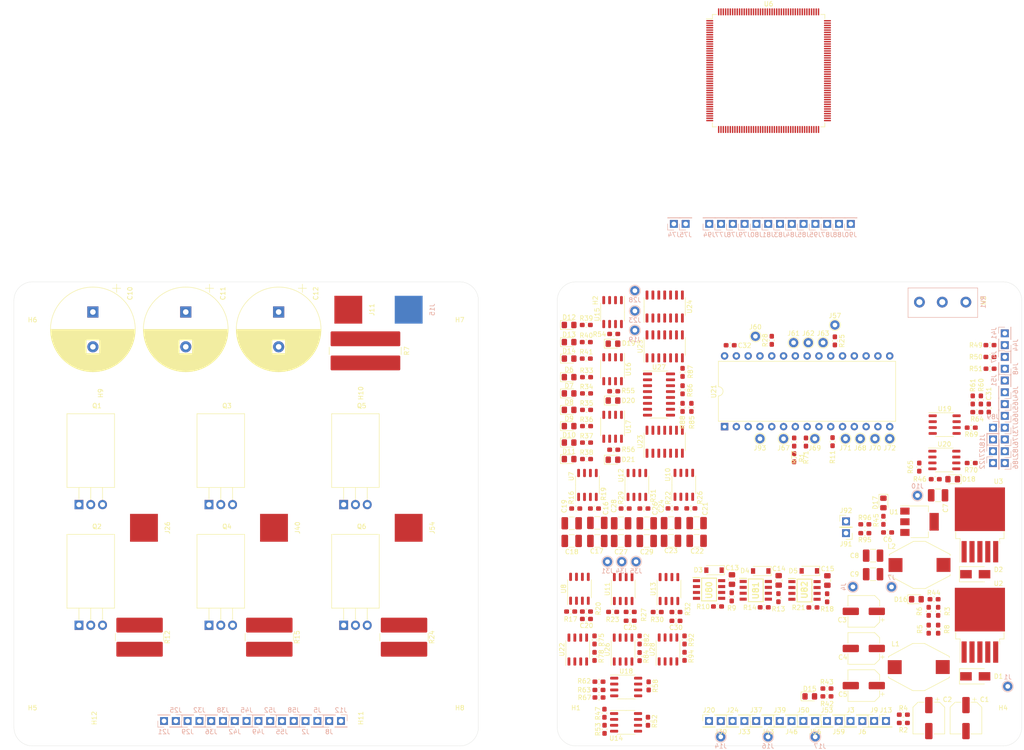
<source format=kicad_pcb>
(kicad_pcb (version 20171130) (host pcbnew "(5.1.5)-3")
  (title_block (title "BLDC FUSION 2020") (date 2020-12-25) (rev "3 Under Design") (comment 1 "Program Issues: I2C LCD") (comment 2 "Issues: Remove BEMF Start Circuit, Start Making STM32H7, Make bridge between battery+ and driver circuitary, UART RX to voltage read only (debug pin), UART TX for low voltage LED (debug pin), Power management (turn on fixes), Change all same big capacitors,  OPAMPS without heat pads, Add Main current pin, Add upper and lower fet temperature pins, Add motor temperature pins, Bigger shunt current pads, Use 4 pin Switch for other purposes, Add pullup resistors to I2C, Add power on led pins, Add power on switch pins / relay switch, ") (comment 3 "Done: "))
  (layers (0 F.Cu signal) (1 In1.Cu signal hide) (2 In2.Cu signal hide) (31 B.Cu signal) (34 B.Paste user) (35 F.Paste user hide) (36 B.SilkS user) (37 F.SilkS user) (38 B.Mask user) (39 F.Mask user) (44 Edge.Cuts user))
  (net 0 "")
  (net 1 GND)
  (net 2 +15V)
  (net 3 +5V)
  (net 4 +3V3)
  (net 5 +48V)
  (net 6 Phase_A_ControlPCB)
  (net 7 "Net-(C13-Pad1)")
  (net 8 Phase_B_ControlPCB)
  (net 9 "Net-(C14-Pad1)")
  (net 10 Phase_C_ControlPCB)
  (net 11 Start_Phase_A_Filtered)
  (net 12 Normal_Phase_A_Filtered)
  (net 13 Start_Phase_B_Filtered)
  (net 14 Normal_Phase_B_Filtered)
  (net 15 Start_Phase_C_Filtered)
  (net 16 Normal_Phase_C_Filtered)
  (net 17 Throttle_ADC)
  (net 18 "Net-(D1-Pad1)")
  (net 19 "Net-(D2-Pad1)")
  (net 20 "Net-(D6-Pad2)")
  (net 21 "Net-(D7-Pad2)")
  (net 22 "Net-(D8-Pad2)")
  (net 23 "Net-(D9-Pad2)")
  (net 24 "Net-(D10-Pad2)")
  (net 25 "Net-(D11-Pad2)")
  (net 26 "Net-(D12-Pad2)")
  (net 27 "Net-(D13-Pad2)")
  (net 28 "Net-(D14-Pad2)")
  (net 29 "Net-(D15-Pad2)")
  (net 30 "Net-(D16-Pad2)")
  (net 31 "Net-(D17-Pad2)")
  (net 32 "Net-(D18-Pad2)")
  (net 33 "Net-(D19-Pad2)")
  (net 34 "Net-(D20-Pad2)")
  (net 35 "Net-(D21-Pad2)")
  (net 36 Total_Current_Differential-)
  (net 37 Total_Current_Differential+)
  (net 38 Low_Battery_Voltage_Indicator_Output)
  (net 39 Phase_A_Emf_Zero_Start)
  (net 40 A_MOS_HIGH_ControlPCB)
  (net 41 A_MOS_HIGH_PowerPCB)
  (net 42 Power_ON_Indicator_Output)
  (net 43 Phase_B_Emf_Zero_Start)
  (net 44 A_MOS_LOW_ControlPCB)
  (net 45 Phase_A_PowerPCB)
  (net 46 Program&Control_Button)
  (net 47 Phase_C_Emf_Zero_Start)
  (net 48 A_MOS_LOW_PowerPCB)
  (net 49 Phase_A_Emf_Zero_Normal)
  (net 50 A_Shunt+_PowerPCB)
  (net 51 A_Shunt+_ControlPCB)
  (net 52 Phase_B_Emf_Zero_Normal)
  (net 53 Phase_C_Emf_Zero_Normal)
  (net 54 B_MOS_HIGH_PowerPCB)
  (net 55 B_MOS_HIGH_ControlPCB)
  (net 56 Phase_B_PowerPCB)
  (net 57 B_MOS_LOW_ControlPCB)
  (net 58 B_MOS_LOW_PowerPCB)
  (net 59 B_Shunt+_PowerPCB)
  (net 60 B_Shunt+_ControlPCB)
  (net 61 C_MOS_HIGH_PowerPCB)
  (net 62 C_MOS_HIGH_ControlPCB)
  (net 63 Phase_C_PowerPCB)
  (net 64 C_MOS_LOW_ControlPCB)
  (net 65 C_MOS_LOW_PowerPCB)
  (net 66 C_Shunt+_PowerPCB)
  (net 67 C_Shunt+_ControlPCB)
  (net 68 A_Low_Side_Current_ADC)
  (net 69 B_Low_Side_Current_ADC)
  (net 70 C_Low_Side_Current_ADC)
  (net 71 A_HIGH_Side_PWM)
  (net 72 A_LOW_Side_PWM)
  (net 73 B_HIGH_Side_PWM)
  (net 74 B_LOW_Side_PWM)
  (net 75 C_HIGH_Side_PWM)
  (net 76 C_LOW_Side_PWM)
  (net 77 I2C_SCL)
  (net 78 Total_Battery_Current)
  (net 79 I2C_SDA)
  (net 80 Total_Battery_Voltage)
  (net 81 Hall_Bemf_B)
  (net 82 Hall_Bemf_C)
  (net 83 3V3_MCU_Output)
  (net 84 Power_ON_Indicator)
  (net 85 Motor_Temp)
  (net 86 FAN_PWR)
  (net 87 Hall_A)
  (net 88 Hall_B)
  (net 89 Hall_C)
  (net 90 "Net-(R52-Pad2)")
  (net 91 "Net-(R56-Pad2)")
  (net 92 "Net-(R63-Pad1)")
  (net 93 "Net-(R69-Pad2)")
  (net 94 Hall_Data_Control)
  (net 95 Bemf_Start_Data_Control)
  (net 96 Bemf_Normal_Data_Control)
  (net 97 Hall_Bemf_A)
  (net 98 Low_Battery_Voltage_Indicator)
  (net 99 Hall_Mux_1_Digital_Write)
  (net 100 Hall_Mux_2_Digital_Write)
  (net 101 "Net-(J20-Pad1)")
  (net 102 "Net-(J24-Pad1)")
  (net 103 "Net-(J37-Pad1)")
  (net 104 "Net-(J39-Pad1)")
  (net 105 "Net-(J50-Pad1)")
  (net 106 "Net-(J53-Pad1)")
  (net 107 "Net-(C15-Pad1)")
  (net 108 "Net-(J6-Pad1)")
  (net 109 "Net-(J9-Pad1)")
  (net 110 "Net-(J57-Pad1)")
  (net 111 "Net-(J60-Pad1)")
  (net 112 "Net-(R3-Pad2)")
  (net 113 "Net-(R5-Pad1)")
  (net 114 "Net-(R47-Pad2)")
  (net 115 "Net-(R54-Pad2)")
  (net 116 "Net-(R55-Pad2)")
  (net 117 "Net-(R60-Pad2)")
  (net 118 "Net-(R61-Pad2)")
  (net 119 "Net-(R65-Pad1)")
  (net 120 "Net-(R70-Pad2)")
  (net 121 "Net-(R85-Pad1)")
  (net 122 Power_Main)
  (net 123 "Net-(C10-Pad1)")
  (net 124 "Net-(R58-Pad2)")
  (net 125 "Net-(R75-Pad2)")
  (net 126 "Net-(R82-Pad2)")
  (net 127 "Net-(R92-Pad2)")
  (module MY_FOOTPRINTS:SOIC127P600X175-8N (layer F.Cu) (at 285.2308 106.4974)
    (fp_text reference U82 (at 0 -0.1016 90) (layer F.SilkS) (effects (font (size 1.27 1.27) (thickness 0.254))))
    (fp_text value L6395D hide)
    (pad 8 smd rect (at 2.712 -1.905 90) (size 0.65 1.525) (layers F.Cu F.Paste F.Mask) (net 107 "Net-(C15-Pad1)"))
    (pad 7 smd rect (at 2.712 -0.635 90) (size 0.65 1.525) (layers F.Cu F.Paste F.Mask) (net 62 C_MOS_HIGH_ControlPCB))
    (pad 6 smd rect (at 2.712 0.635 90) (size 0.65 1.525) (layers F.Cu F.Paste F.Mask) (net 10 Phase_C_ControlPCB))
    (pad 5 smd rect (at 2.712 1.905 90) (size 0.65 1.525) (layers F.Cu F.Paste F.Mask) (net 64 C_MOS_LOW_ControlPCB))
    (pad 4 smd rect (at -2.712 1.905 90) (size 0.65 1.525) (layers F.Cu F.Paste F.Mask) (net 1 GND))
    (pad 3 smd rect (at -2.712 0.635 90) (size 0.65 1.525) (layers F.Cu F.Paste F.Mask) (net 2 +15V))
    (pad 2 smd rect (at -2.712 -0.635 90) (size 0.65 1.525) (layers F.Cu F.Paste F.Mask) (net 75 C_HIGH_Side_PWM))
    (pad 1 smd rect (at -2.712 -1.905 90) (size 0.65 1.525) (layers F.Cu F.Paste F.Mask) (net 76 C_LOW_Side_PWM))
  )
  (module Resistor_SMD:R_0603_1608Metric_Pad1.05x0.95mm_HandSolder (layer F.Cu) (at 290.1076 108.0836 90)
    (fp_text reference R18 (at -2.427 0) (layer F.SilkS))
    (fp_text value 100)
    (pad 1 smd roundrect (at -0.875 0 90) (size 1.05 0.95) (layers F.Cu F.Paste F.Mask) (net 105 "Net-(J50-Pad1)"))
    (pad 2 smd roundrect (at 0.875 0 90) (size 1.05 0.95) (layers F.Cu F.Paste F.Mask) (net 62 C_MOS_HIGH_ControlPCB))
  )
  (module Resistor_SMD:R_0603_1608Metric_Pad1.05x0.95mm_HandSolder (layer F.Cu) (at 287.0482 110.155)
    (fp_text reference R21 (at -3.0874 0.0508) (layer F.SilkS))
    (fp_text value 100)
    (pad 1 smd roundrect (at -0.875 0) (size 1.05 0.95) (layers F.Cu F.Paste F.Mask) (net 106 "Net-(J53-Pad1)"))
    (pad 2 smd roundrect (at 0.875 0) (size 1.05 0.95) (layers F.Cu F.Paste F.Mask) (net 64 C_MOS_LOW_ControlPCB))
  )
  (module Capacitor_SMD:C_0805_2012Metric_Pad1.15x1.40mm_HandSolder (layer F.Cu) (at 290.1584 104.3548 270)
    (fp_text reference C15 (at -2.531 -0.0508 180) (layer F.SilkS))
    (fp_text value 1uF)
    (pad 1 smd roundrect (at -1.025 0 270) (size 1.15 1.4) (layers F.Cu F.Paste F.Mask) (roundrect_rratio 0.217391) (net 107 "Net-(C15-Pad1)"))
    (pad 2 smd roundrect (at 1.025 0 270) (size 1.15 1.4) (layers F.Cu F.Paste F.Mask) (roundrect_rratio 0.217391) (net 10 Phase_C_ControlPCB))
  )
  (module MY_FOOTPRINTS:SOIC127P600X175-8N (layer F.Cu) (at 274.7406 106.472)
    (fp_text reference U81 (at 0 0.0508 90) (layer F.SilkS) (effects (font (size 1.27 1.27) (thickness 0.254))))
    (fp_text value L6395D hide)
    (pad 8 smd rect (at 2.712 -1.905 90) (size 0.65 1.525) (layers F.Cu F.Paste F.Mask) (net 9 "Net-(C14-Pad1)"))
    (pad 7 smd rect (at 2.712 -0.635 90) (size 0.65 1.525) (layers F.Cu F.Paste F.Mask) (net 55 B_MOS_HIGH_ControlPCB))
    (pad 6 smd rect (at 2.712 0.635 90) (size 0.65 1.525) (layers F.Cu F.Paste F.Mask) (net 8 Phase_B_ControlPCB))
    (pad 5 smd rect (at 2.712 1.905 90) (size 0.65 1.525) (layers F.Cu F.Paste F.Mask) (net 57 B_MOS_LOW_ControlPCB))
    (pad 4 smd rect (at -2.712 1.905 90) (size 0.65 1.525) (layers F.Cu F.Paste F.Mask) (net 1 GND))
    (pad 3 smd rect (at -2.712 0.635 90) (size 0.65 1.525) (layers F.Cu F.Paste F.Mask) (net 2 +15V))
    (pad 2 smd rect (at -2.712 -0.635 90) (size 0.65 1.525) (layers F.Cu F.Paste F.Mask) (net 73 B_HIGH_Side_PWM))
    (pad 1 smd rect (at -2.712 -1.905 90) (size 0.65 1.525) (layers F.Cu F.Paste F.Mask) (net 74 B_LOW_Side_PWM))
  )
  (module Resistor_SMD:R_0603_1608Metric_Pad1.05x0.95mm_HandSolder (layer F.Cu) (at 279.6174 108.0582 90)
    (fp_text reference R13 (at -2.427 0) (layer F.SilkS))
    (fp_text value 100)
    (pad 1 smd roundrect (at -0.875 0 90) (size 1.05 0.95) (layers F.Cu F.Paste F.Mask) (net 103 "Net-(J37-Pad1)"))
    (pad 2 smd roundrect (at 0.875 0 90) (size 1.05 0.95) (layers F.Cu F.Paste F.Mask) (net 55 B_MOS_HIGH_ControlPCB))
  )
  (module Resistor_SMD:R_0603_1608Metric_Pad1.05x0.95mm_HandSolder (layer F.Cu) (at 276.558 110.1296)
    (fp_text reference R14 (at -3.0874 0.0508) (layer F.SilkS))
    (fp_text value 100)
    (pad 1 smd roundrect (at -0.875 0) (size 1.05 0.95) (layers F.Cu F.Paste F.Mask) (net 104 "Net-(J39-Pad1)"))
    (pad 2 smd roundrect (at 0.875 0) (size 1.05 0.95) (layers F.Cu F.Paste F.Mask) (net 57 B_MOS_LOW_ControlPCB))
  )
  (module Diode_SMD:D_SOD-123 (layer F.Cu) (at 275.8074 102.3064 180)
    (fp_text reference D4 (at 3.4036 0.0508) (layer F.SilkS))
    (fp_text value D_ALT)
    (pad 2 smd rect (at 1.65 0 180) (size 0.9 1.2) (layers F.Cu F.Paste F.Mask) (net 2 +15V))
    (pad 1 smd rect (at -1.65 0 180) (size 0.9 1.2) (layers F.Cu F.Paste F.Mask) (net 9 "Net-(C14-Pad1)"))
  )
  (module Capacitor_SMD:C_0805_2012Metric_Pad1.15x1.40mm_HandSolder (layer F.Cu) (at 279.6682 104.3294 270)
    (fp_text reference C14 (at -2.531 -0.0508 180) (layer F.SilkS))
    (fp_text value 1uF)
    (pad 1 smd roundrect (at -1.025 0 270) (size 1.15 1.4) (layers F.Cu F.Paste F.Mask) (roundrect_rratio 0.217391) (net 9 "Net-(C14-Pad1)"))
    (pad 2 smd roundrect (at 1.025 0 270) (size 1.15 1.4) (layers F.Cu F.Paste F.Mask) (roundrect_rratio 0.217391) (net 8 Phase_B_ControlPCB))
  )
  (module MY_FOOTPRINTS:DIP-30_W15.24mm (layer F.Cu) (at 268.0223 71.2041 90)
    (fp_text reference U21 (at 7.62 -2.33 270) (layer F.SilkS))
    (fp_text value STM32F303K8Tx_NUCLEO-F303K8)
    (pad 1 thru_hole rect (at 0 0 90) (size 1.6 1.6) (drill 0.8) (layers *.Cu *.Mask) (net 99 Hall_Mux_1_Digital_Write))
    (pad 17 thru_hole oval (at 15.24 33.02 90) (size 1.6 1.6) (drill 0.8) (layers *.Cu *.Mask) (net 83 3V3_MCU_Output))
    (pad 2 thru_hole oval (at 0 2.54 90) (size 1.6 1.6) (drill 0.8) (layers *.Cu *.Mask) (net 100 Hall_Mux_2_Digital_Write))
    (pad 18 thru_hole oval (at 15.24 30.48 90) (size 1.6 1.6) (drill 0.8) (layers *.Cu *.Mask))
    (pad 3 thru_hole oval (at 0 5.08 90) (size 1.6 1.6) (drill 0.8) (layers *.Cu *.Mask))
    (pad 19 thru_hole oval (at 15.24 27.94 90) (size 1.6 1.6) (drill 0.8) (layers *.Cu *.Mask) (net 82 Hall_Bemf_C))
    (pad 4 thru_hole oval (at 0 7.62 90) (size 1.6 1.6) (drill 0.8) (layers *.Cu *.Mask) (net 1 GND))
    (pad 20 thru_hole oval (at 15.24 25.4 90) (size 1.6 1.6) (drill 0.8) (layers *.Cu *.Mask) (net 81 Hall_Bemf_B))
    (pad 5 thru_hole oval (at 0 10.16 90) (size 1.6 1.6) (drill 0.8) (layers *.Cu *.Mask) (net 97 Hall_Bemf_A))
    (pad 21 thru_hole oval (at 15.24 22.86 90) (size 1.6 1.6) (drill 0.8) (layers *.Cu *.Mask) (net 80 Total_Battery_Voltage))
    (pad 6 thru_hole oval (at 0 12.7 90) (size 1.6 1.6) (drill 0.8) (layers *.Cu *.Mask) (net 71 A_HIGH_Side_PWM))
    (pad 22 thru_hole oval (at 15.24 20.32 90) (size 1.6 1.6) (drill 0.8) (layers *.Cu *.Mask) (net 70 C_Low_Side_Current_ADC))
    (pad 7 thru_hole oval (at 0 15.24 90) (size 1.6 1.6) (drill 0.8) (layers *.Cu *.Mask) (net 79 I2C_SDA))
    (pad 23 thru_hole oval (at 15.24 17.78 90) (size 1.6 1.6) (drill 0.8) (layers *.Cu *.Mask) (net 69 B_Low_Side_Current_ADC))
    (pad 8 thru_hole oval (at 0 17.78 90) (size 1.6 1.6) (drill 0.8) (layers *.Cu *.Mask) (net 77 I2C_SCL))
    (pad 24 thru_hole oval (at 15.24 15.24 90) (size 1.6 1.6) (drill 0.8) (layers *.Cu *.Mask) (net 68 A_Low_Side_Current_ADC))
    (pad 9 thru_hole oval (at 0 20.32 90) (size 1.6 1.6) (drill 0.8) (layers *.Cu *.Mask) (net 73 B_HIGH_Side_PWM))
    (pad 25 thru_hole oval (at 15.24 12.7 90) (size 1.6 1.6) (drill 0.8) (layers *.Cu *.Mask) (net 17 Throttle_ADC))
    (pad 10 thru_hole oval (at 0 22.86 90) (size 1.6 1.6) (drill 0.8) (layers *.Cu *.Mask) (net 98 Low_Battery_Voltage_Indicator))
    (pad 26 thru_hole oval (at 15.24 10.16 90) (size 1.6 1.6) (drill 0.8) (layers *.Cu *.Mask) (net 78 Total_Battery_Current))
    (pad 11 thru_hole oval (at 0 25.4 90) (size 1.6 1.6) (drill 0.8) (layers *.Cu *.Mask) (net 46 Program&Control_Button))
    (pad 27 thru_hole oval (at 15.24 7.62 90) (size 1.6 1.6) (drill 0.8) (layers *.Cu *.Mask))
    (pad 12 thru_hole oval (at 0 27.94 90) (size 1.6 1.6) (drill 0.8) (layers *.Cu *.Mask) (net 75 C_HIGH_Side_PWM))
    (pad 28 thru_hole oval (at 15.24 5.08 90) (size 1.6 1.6) (drill 0.8) (layers *.Cu *.Mask))
    (pad 13 thru_hole oval (at 0 30.48 90) (size 1.6 1.6) (drill 0.8) (layers *.Cu *.Mask) (net 72 A_LOW_Side_PWM))
    (pad 29 thru_hole oval (at 15.24 2.54 90) (size 1.6 1.6) (drill 0.8) (layers *.Cu *.Mask) (net 1 GND))
    (pad 14 thru_hole oval (at 0 33.02 90) (size 1.6 1.6) (drill 0.8) (layers *.Cu *.Mask) (net 74 B_LOW_Side_PWM))
    (pad 30 thru_hole oval (at 15.24 0 90) (size 1.6 1.6) (drill 0.8) (layers *.Cu *.Mask) (net 3 +5V))
    (pad 15 thru_hole oval (at 0 35.56 90) (size 1.6 1.6) (drill 0.8) (layers *.Cu *.Mask) (net 76 C_LOW_Side_PWM))
    (pad 16 thru_hole oval (at 15.24 35.56 90) (size 1.6 1.6) (drill 0.8) (layers *.Cu *.Mask) (net 84 Power_ON_Indicator))
  )
  (module Connector_PinHeader_2.54mm:PinHeader_1x01_P2.54mm_Vertical (layer B.Cu) (at 149.86 134.62 180)
    (fp_text reference J25 (at 0 2.33) (layer B.SilkS) (effects (justify mirror)))
    (fp_text value Phase_A_PowerPCB)
    (pad 1 thru_hole rect (at 0 0 180) (size 1.7 1.7) (drill 1) (layers *.Cu *.Mask) (net 45 Phase_A_PowerPCB))
  )
  (module Connector_PinHeader_2.54mm:PinHeader_1x01_P2.54mm_Vertical (layer B.Cu) (at 182.88 134.62)
    (fp_text reference J8 (at 0 2.33) (layer B.SilkS) (effects (justify mirror)))
    (fp_text value Total_Current_Differential+_PowerPCB)
    (pad 1 thru_hole rect (at 0 0) (size 1.7 1.7) (drill 1) (layers *.Cu *.Mask) (net 123 "Net-(C10-Pad1)"))
  )
  (module MY_FOOTPRINTS:Power_Pad_6x6mm (layer F.Cu) (at 143 93 90)
    (fp_text reference J26 (at 0 5.08 90) (layer F.SilkS))
    (fp_text value Connector_A)
    (pad 1 smd rect (at 0 0 90) (size 6 6) (layers F.Cu F.Paste F.Mask) (net 45 Phase_A_PowerPCB))
  )
  (module Connector_PinHeader_2.54mm:PinHeader_1x01_P2.54mm_Vertical (layer B.Cu) (at 185.42 134.62 180)
    (fp_text reference J12 (at 0 2.33) (layer B.SilkS) (effects (justify mirror)))
    (fp_text value CommonGND_PowerPCB)
    (pad 1 thru_hole rect (at 0 0 180) (size 1.7 1.7) (drill 1) (layers *.Cu *.Mask) (net 1 GND))
  )
  (module Connector_PinHeader_2.54mm:PinHeader_1x01_P2.54mm_Vertical (layer B.Cu) (at 180.34 134.62 180)
    (fp_text reference J5 (at 0 2.33) (layer B.SilkS) (effects (justify mirror)))
    (fp_text value Total_Current_Differential-_PowerPCB)
    (pad 1 thru_hole rect (at 0 0 180) (size 1.7 1.7) (drill 1) (layers *.Cu *.Mask) (net 5 +48V))
  )
  (module Connector_PinHeader_2.54mm:PinHeader_1x01_P2.54mm_Vertical (layer B.Cu) (at 177.8 134.62)
    (fp_text reference J2 (at 0 2.33) (layer B.SilkS) (effects (justify mirror)))
    (fp_text value 48V_From_PowerPCB)
    (pad 1 thru_hole rect (at 0 0) (size 1.7 1.7) (drill 1) (layers *.Cu *.Mask) (net 5 +48V))
  )
  (module MY_FOOTPRINTS:Power_Pad_6x6mm (layer F.Cu) (at 187 46 90)
    (fp_text reference J11 (at 0 5.08 90) (layer F.SilkS))
    (fp_text value Con_POWER_B+)
    (pad 1 smd rect (at 0 0 90) (size 6 6) (layers F.Cu F.Paste F.Mask) (net 123 "Net-(C10-Pad1)"))
  )
  (module MY_FOOTPRINTS:Power_Pad_6x6mm (layer B.Cu) (at 200 46 270)
    (fp_text reference J15 (at 0 -5.08 90) (layer B.SilkS) (effects (justify mirror)))
    (fp_text value Con_POWER_GND)
    (pad 1 smd rect (at 0 0 270) (size 6 6) (layers B.Cu B.Paste B.Mask) (net 1 GND))
  )
  (module Connector_PinHeader_2.54mm:PinHeader_1x01_P2.54mm_Vertical (layer B.Cu) (at 147.32 134.62)
    (fp_text reference J21 (at 0 2.33) (layer B.SilkS) (effects (justify mirror)))
    (fp_text value A_MOS_HIGH_PowerPCB)
    (pad 1 thru_hole rect (at 0 0) (size 1.7 1.7) (drill 1) (layers *.Cu *.Mask) (net 41 A_MOS_HIGH_PowerPCB))
  )
  (module MountingHole:MountingHole_3.2mm_M3 (layer F.Cu) (at 211 136)
    (fp_text reference H8 (at 0 -4.2) (layer F.SilkS))
    (fp_text value MountingHole)
    (pad 1 np_thru_hole circle (at 0 0) (size 3.2 3.2) (drill 3.2) (layers *.Cu *.Mask))
  )
  (module Connector_PinHeader_2.54mm:PinHeader_1x01_P2.54mm_Vertical (layer B.Cu) (at 165.1 134.62 180)
    (fp_text reference J45 (at 0 2.33) (layer B.SilkS) (effects (justify mirror)))
    (fp_text value B_Shunt+_PowerPCB)
    (pad 1 thru_hole rect (at 0 0 180) (size 1.7 1.7) (drill 1) (layers *.Cu *.Mask) (net 59 B_Shunt+_PowerPCB))
  )
  (module Connector_PinHeader_2.54mm:PinHeader_1x01_P2.54mm_Vertical (layer B.Cu) (at 162.56 134.62)
    (fp_text reference J42 (at 0 2.33) (layer B.SilkS) (effects (justify mirror)))
    (fp_text value B_MOS_LOW_PowerPCB)
    (pad 1 thru_hole rect (at 0 0) (size 1.7 1.7) (drill 1) (layers *.Cu *.Mask) (net 58 B_MOS_LOW_PowerPCB))
  )
  (module Connector_PinHeader_2.54mm:PinHeader_1x01_P2.54mm_Vertical (layer B.Cu) (at 152.4 134.62)
    (fp_text reference J29 (at 0 2.33) (layer B.SilkS) (effects (justify mirror)))
    (fp_text value A_MOS_LOW_PowerPCB)
    (pad 1 thru_hole rect (at 0 0) (size 1.7 1.7) (drill 1) (layers *.Cu *.Mask) (net 48 A_MOS_LOW_PowerPCB))
  )
  (module Connector_PinHeader_2.54mm:PinHeader_1x01_P2.54mm_Vertical (layer B.Cu) (at 154.94 134.62 180)
    (fp_text reference J32 (at 0 2.33) (layer B.SilkS) (effects (justify mirror)))
    (fp_text value A_Shunt+_PowerPCB)
    (pad 1 thru_hole rect (at 0 0 180) (size 1.7 1.7) (drill 1) (layers *.Cu *.Mask) (net 50 A_Shunt+_PowerPCB))
  )
  (module Connector_PinHeader_2.54mm:PinHeader_1x01_P2.54mm_Vertical (layer B.Cu) (at 160.02 134.62 180)
    (fp_text reference J38 (at 0 2.33) (layer B.SilkS) (effects (justify mirror)))
    (fp_text value Phase_B_PowerPCB)
    (pad 1 thru_hole rect (at 0 0 180) (size 1.7 1.7) (drill 1) (layers *.Cu *.Mask) (net 56 Phase_B_PowerPCB))
  )
  (module Connector_PinHeader_2.54mm:PinHeader_1x01_P2.54mm_Vertical (layer B.Cu) (at 157.48 134.62)
    (fp_text reference J36 (at 0 2.33) (layer B.SilkS) (effects (justify mirror)))
    (fp_text value B_MOS_HIGH_PowerPCB)
    (pad 1 thru_hole rect (at 0 0) (size 1.7 1.7) (drill 1) (layers *.Cu *.Mask) (net 54 B_MOS_HIGH_PowerPCB))
  )
  (module MY_FOOTPRINTS:Power_Pad_6x6mm (layer F.Cu) (at 171 93 90)
    (fp_text reference J40 (at 0 5.08 90) (layer F.SilkS))
    (fp_text value Connector_B)
    (pad 1 smd rect (at 0 0 90) (size 6 6) (layers F.Cu F.Paste F.Mask) (net 56 Phase_B_PowerPCB))
  )
  (module MY_FOOTPRINTS:Power_Pad_6x6mm (layer F.Cu) (at 200 93 90)
    (fp_text reference J54 (at 0 5.08 90) (layer F.SilkS))
    (fp_text value Connector_C)
    (pad 1 smd rect (at 0 0 90) (size 6 6) (layers F.Cu F.Paste F.Mask) (net 63 Phase_C_PowerPCB))
  )
  (module Connector_PinHeader_2.54mm:PinHeader_1x01_P2.54mm_Vertical (layer B.Cu) (at 172.72 134.62)
    (fp_text reference J55 (at 0 2.33) (layer B.SilkS) (effects (justify mirror)))
    (fp_text value C_MOS_LOW_PowerPCB)
    (pad 1 thru_hole rect (at 0 0) (size 1.7 1.7) (drill 1) (layers *.Cu *.Mask) (net 65 C_MOS_LOW_PowerPCB))
  )
  (module Connector_PinHeader_2.54mm:PinHeader_1x01_P2.54mm_Vertical (layer B.Cu) (at 167.64 134.62)
    (fp_text reference J49 (at 0 2.33) (layer B.SilkS) (effects (justify mirror)))
    (fp_text value C_MOS_HIGH_PowerPCB)
    (pad 1 thru_hole rect (at 0 0) (size 1.7 1.7) (drill 1) (layers *.Cu *.Mask) (net 61 C_MOS_HIGH_PowerPCB))
  )
  (module Connector_PinHeader_2.54mm:PinHeader_1x01_P2.54mm_Vertical (layer B.Cu) (at 175.26 134.62 180)
    (fp_text reference J58 (at 0 2.33) (layer B.SilkS) (effects (justify mirror)))
    (fp_text value C_Shunt+_PowerPCB)
    (pad 1 thru_hole rect (at 0 0 180) (size 1.7 1.7) (drill 1) (layers *.Cu *.Mask) (net 66 C_Shunt+_PowerPCB))
  )
  (module Connector_PinHeader_2.54mm:PinHeader_1x01_P2.54mm_Vertical (layer B.Cu) (at 170.18 134.62 180)
    (fp_text reference J52 (at 0 2.33) (layer B.SilkS) (effects (justify mirror)))
    (fp_text value Phase_C_PowerPCB)
    (pad 1 thru_hole rect (at 0 0 180) (size 1.7 1.7) (drill 1) (layers *.Cu *.Mask) (net 63 Phase_C_PowerPCB))
  )
  (module MountingHole:MountingHole_5.3mm_M5 (layer F.Cu) (at 126 64 270)
    (fp_text reference H9 (at 0 -7.669 90) (layer F.SilkS))
    (fp_text value MountingHole)
    (pad 1 np_thru_hole circle (at 0 0 270) (size 5.3 5.3) (drill 5.3) (layers *.Cu *.Mask))
  )
  (module Capacitor_THT:CP_Radial_D18.0mm_P7.50mm (layer F.Cu) (at 152 46.5 270)
    (fp_text reference C11 (at -4 -8 90) (layer F.SilkS))
    (fp_text value 1000uF)
    (pad 2 thru_hole circle (at 7.5 0 270) (size 2.4 2.4) (drill 1.2) (layers *.Cu *.Mask) (net 1 GND))
    (pad 1 thru_hole rect (at 0 0 270) (size 2.4 2.4) (drill 1.2) (layers *.Cu *.Mask) (net 123 "Net-(C10-Pad1)"))
  )
  (module Capacitor_THT:CP_Radial_D18.0mm_P7.50mm (layer F.Cu) (at 172 46.5 270)
    (fp_text reference C12 (at -4 -8 90) (layer F.SilkS))
    (fp_text value 1000uF)
    (pad 1 thru_hole rect (at 0 0 270) (size 2.4 2.4) (drill 1.2) (layers *.Cu *.Mask) (net 123 "Net-(C10-Pad1)"))
    (pad 2 thru_hole circle (at 7.5 0 270) (size 2.4 2.4) (drill 1.2) (layers *.Cu *.Mask) (net 1 GND))
  )
  (module Capacitor_THT:CP_Radial_D18.0mm_P7.50mm (layer F.Cu) (at 132 46.5 270)
    (fp_text reference C10 (at -4 -8 90) (layer F.SilkS))
    (fp_text value 1000uF)
    (pad 1 thru_hole rect (at 0 0 270) (size 2.4 2.4) (drill 1.2) (layers *.Cu *.Mask) (net 123 "Net-(C10-Pad1)"))
    (pad 2 thru_hole circle (at 7.5 0 270) (size 2.4 2.4) (drill 1.2) (layers *.Cu *.Mask) (net 1 GND))
  )
  (module "MY_FOOTPRINTS:Triple_R_2816_7142Metric_Pad3.20x4.45mm_Handsoldered - Copy" (layer F.Cu) (at 190.692 54.875 270)
    (fp_text reference R7 (at 0 -8.9 270) (layer F.SilkS))
    (fp_text value 1m)
    (pad 1 smd roundrect (at -2.6 0 270) (size 3.2 15) (layers F.Cu F.Paste F.Mask) (roundrect_rratio 0.078) (net 123 "Net-(C10-Pad1)"))
    (pad 2 smd roundrect (at 2.6 0 270) (size 3.2 15) (layers F.Cu F.Paste F.Mask) (roundrect_rratio 0.078) (net 5 +48V))
  )
  (module MountingHole:MountingHole_3.2mm_M3 (layer F.Cu) (at 119 136)
    (fp_text reference H5 (at 0 -4.2) (layer F.SilkS))
    (fp_text value MountingHole)
    (pad 1 np_thru_hole circle (at 0 0) (size 3.2 3.2) (drill 3.2) (layers *.Cu *.Mask))
  )
  (module MountingHole:MountingHole_3.2mm_M3 (layer F.Cu) (at 119 44 180)
    (fp_text reference H6 (at 0 -4.2) (layer F.SilkS))
    (fp_text value MountingHole)
    (pad 1 np_thru_hole circle (at 0 0 180) (size 3.2 3.2) (drill 3.2) (layers *.Cu *.Mask))
  )
  (module MountingHole:MountingHole_3.2mm_M3 (layer F.Cu) (at 211 44 180)
    (fp_text reference H7 (at 0 -4.2) (layer F.SilkS))
    (fp_text value MountingHole)
    (pad 1 np_thru_hole circle (at 0 0 180) (size 3.2 3.2) (drill 3.2) (layers *.Cu *.Mask))
  )
  (module MountingHole:MountingHole_5.3mm_M5 (layer F.Cu) (at 126 134 270)
    (fp_text reference H12 (at 0 -6.3 90) (layer F.SilkS))
    (fp_text value MountingHole)
    (pad 1 np_thru_hole circle (at 0 0 270) (size 5.3 5.3) (drill 5.3) (layers *.Cu *.Mask))
  )
  (module MY_FOOTPRINTS:Parallel_R_2816_7142Metric_Pad3.20x4.45mm_Handsoldered (layer F.Cu) (at 142.051 116.565 270)
    (fp_text reference R12 (at 0 -6 270) (layer F.SilkS))
    (fp_text value 1m)
    (pad 1 smd roundrect (at -2.6 0 270) (size 3.2 10) (layers F.Cu F.Paste F.Mask) (roundrect_rratio 0.078) (net 50 A_Shunt+_PowerPCB))
    (pad 2 smd roundrect (at 2.6 0 270) (size 3.2 10) (layers F.Cu F.Paste F.Mask) (roundrect_rratio 0.078) (net 1 GND))
  )
  (module MY_FOOTPRINTS:Parallel_R_2816_7142Metric_Pad3.20x4.45mm_Handsoldered (layer F.Cu) (at 169.991 116.565 270)
    (fp_text reference R15 (at 0 -6 90) (layer F.SilkS))
    (fp_text value 1m)
    (pad 2 smd roundrect (at 2.6 0 270) (size 3.2 10) (layers F.Cu F.Paste F.Mask) (roundrect_rratio 0.078) (net 1 GND))
    (pad 1 smd roundrect (at -2.6 0 270) (size 3.2 10) (layers F.Cu F.Paste F.Mask) (roundrect_rratio 0.078) (net 59 B_Shunt+_PowerPCB))
  )
  (module MountingHole:MountingHole_5.3mm_M5 (layer F.Cu) (at 196 64 90)
    (fp_text reference H10 (at 0 -6.3 90) (layer F.SilkS))
    (fp_text value MountingHole)
    (pad 1 np_thru_hole circle (at 0 0 90) (size 5.3 5.3) (drill 5.3) (layers *.Cu *.Mask))
  )
  (module MY_FOOTPRINTS:Parallel_R_2816_7142Metric_Pad3.20x4.45mm_Handsoldered (layer F.Cu) (at 199 116.565 270)
    (fp_text reference R24 (at 0 -6 90) (layer F.SilkS))
    (fp_text value 1m)
    (pad 2 smd roundrect (at 2.6 0 270) (size 3.2 10) (layers F.Cu F.Paste F.Mask) (roundrect_rratio 0.078) (net 1 GND))
    (pad 1 smd roundrect (at -2.6 0 270) (size 3.2 10) (layers F.Cu F.Paste F.Mask) (roundrect_rratio 0.078) (net 66 C_Shunt+_PowerPCB))
  )
  (module MountingHole:MountingHole_5.3mm_M5 (layer F.Cu) (at 196 134 90)
    (fp_text reference H11 (at 0 -6.3 90) (layer F.SilkS))
    (fp_text value MountingHole)
    (pad 1 np_thru_hole circle (at 0 0 90) (size 5.3 5.3) (drill 5.3) (layers *.Cu *.Mask))
  )
  (module Package_TO_SOT_THT:TO-220-3_Horizontal_TabDown (layer F.Cu) (at 157 88)
    (fp_text reference Q3 (at 3.8735 -21.2785) (layer F.SilkS))
    (fp_text value IRFB3006)
    (pad 3 thru_hole oval (at 5.08 0) (size 1.905 2) (drill 1.1) (layers *.Cu *.Mask) (net 56 Phase_B_PowerPCB))
    (pad 2 thru_hole oval (at 2.54 0) (size 1.905 2) (drill 1.1) (layers *.Cu *.Mask) (net 5 +48V))
    (pad 1 thru_hole rect (at 0 0) (size 1.905 2) (drill 1.1) (layers *.Cu *.Mask) (net 54 B_MOS_HIGH_PowerPCB))
    (pad "" np_thru_hole oval (at 2.54 -16.66) (size 3.5 3.5) (drill 3.5) (layers *.Cu *.Mask))
  )
  (module Package_TO_SOT_THT:TO-220-3_Horizontal_TabDown (layer F.Cu) (at 129 88)
    (fp_text reference Q1 (at 3.8735 -21.2785) (layer F.SilkS))
    (fp_text value IRFB3006)
    (pad "" np_thru_hole oval (at 2.54 -16.66) (size 3.5 3.5) (drill 3.5) (layers *.Cu *.Mask))
    (pad 1 thru_hole rect (at 0 0) (size 1.905 2) (drill 1.1) (layers *.Cu *.Mask) (net 41 A_MOS_HIGH_PowerPCB))
    (pad 2 thru_hole oval (at 2.54 0) (size 1.905 2) (drill 1.1) (layers *.Cu *.Mask) (net 5 +48V))
    (pad 3 thru_hole oval (at 5.08 0) (size 1.905 2) (drill 1.1) (layers *.Cu *.Mask) (net 45 Phase_A_PowerPCB))
  )
  (module Package_TO_SOT_THT:TO-220-3_Horizontal_TabDown (layer F.Cu) (at 157 114)
    (fp_text reference Q4 (at 3.8735 -21.2785) (layer F.SilkS))
    (fp_text value IRFB3006)
    (pad "" np_thru_hole oval (at 2.54 -16.66) (size 3.5 3.5) (drill 3.5) (layers *.Cu *.Mask))
    (pad 1 thru_hole rect (at 0 0) (size 1.905 2) (drill 1.1) (layers *.Cu *.Mask) (net 58 B_MOS_LOW_PowerPCB))
    (pad 2 thru_hole oval (at 2.54 0) (size 1.905 2) (drill 1.1) (layers *.Cu *.Mask) (net 56 Phase_B_PowerPCB))
    (pad 3 thru_hole oval (at 5.08 0) (size 1.905 2) (drill 1.1) (layers *.Cu *.Mask) (net 59 B_Shunt+_PowerPCB))
  )
  (module Package_TO_SOT_THT:TO-220-3_Horizontal_TabDown (layer F.Cu) (at 129 114)
    (fp_text reference Q2 (at 3.8735 -21.2785) (layer F.SilkS))
    (fp_text value IRFB3006)
    (pad "" np_thru_hole oval (at 2.54 -16.66) (size 3.5 3.5) (drill 3.5) (layers *.Cu *.Mask))
    (pad 1 thru_hole rect (at 0 0) (size 1.905 2) (drill 1.1) (layers *.Cu *.Mask) (net 48 A_MOS_LOW_PowerPCB))
    (pad 2 thru_hole oval (at 2.54 0) (size 1.905 2) (drill 1.1) (layers *.Cu *.Mask) (net 45 Phase_A_PowerPCB))
    (pad 3 thru_hole oval (at 5.08 0) (size 1.905 2) (drill 1.1) (layers *.Cu *.Mask) (net 50 A_Shunt+_PowerPCB))
  )
  (module Package_TO_SOT_THT:TO-220-3_Horizontal_TabDown (layer F.Cu) (at 186 114)
    (fp_text reference Q6 (at 3.8735 -21.2785) (layer F.SilkS))
    (fp_text value IRFB3006)
    (pad 3 thru_hole oval (at 5.08 0) (size 1.905 2) (drill 1.1) (layers *.Cu *.Mask) (net 66 C_Shunt+_PowerPCB))
    (pad 2 thru_hole oval (at 2.54 0) (size 1.905 2) (drill 1.1) (layers *.Cu *.Mask) (net 63 Phase_C_PowerPCB))
    (pad 1 thru_hole rect (at 0 0) (size 1.905 2) (drill 1.1) (layers *.Cu *.Mask) (net 65 C_MOS_LOW_PowerPCB))
    (pad "" np_thru_hole oval (at 2.54 -16.66) (size 3.5 3.5) (drill 3.5) (layers *.Cu *.Mask))
  )
  (module Package_TO_SOT_THT:TO-220-3_Horizontal_TabDown (layer F.Cu) (at 186 88)
    (fp_text reference Q5 (at 3.8735 -21.2785) (layer F.SilkS))
    (fp_text value IRFB3006)
    (pad 3 thru_hole oval (at 5.08 0) (size 1.905 2) (drill 1.1) (layers *.Cu *.Mask) (net 63 Phase_C_PowerPCB))
    (pad 2 thru_hole oval (at 2.54 0) (size 1.905 2) (drill 1.1) (layers *.Cu *.Mask) (net 5 +48V))
    (pad 1 thru_hole rect (at 0 0) (size 1.905 2) (drill 1.1) (layers *.Cu *.Mask) (net 61 C_MOS_HIGH_PowerPCB))
    (pad "" np_thru_hole oval (at 2.54 -16.66) (size 3.5 3.5) (drill 3.5) (layers *.Cu *.Mask))
  )
  (module TestPoint:TestPoint_THTPad_D2.0mm_Drill1.0mm (layer F.Cu) (at 274.6644 51.735)
    (fp_text reference J60 (at 0 -1.998) (layer F.SilkS))
    (fp_text value Total_Battery_Current)
    (pad 1 thru_hole circle (at 0 0) (size 2 2) (drill 1) (layers *.Cu *.Mask) (net 111 "Net-(J60-Pad1)"))
  )
  (module TestPoint:TestPoint_THTPad_D2.0mm_Drill1.0mm (layer B.Cu) (at 248.7056 46.274)
    (fp_text reference J23 (at 0 1.998) (layer B.SilkS) (effects (justify mirror)))
    (fp_text value Phase_B_Zero_Filtered_Start)
    (pad 1 thru_hole circle (at 0 0) (size 2 2) (drill 1) (layers *.Cu *.Mask) (net 43 Phase_B_Emf_Zero_Start))
  )
  (module TestPoint:TestPoint_THTPad_D2.0mm_Drill1.0mm (layer B.Cu) (at 248.7056 50.4396)
    (fp_text reference J19 (at 0 1.998) (layer B.SilkS) (effects (justify mirror)))
    (fp_text value Phase_A_Zero_Filtered_Start)
    (pad 1 thru_hole circle (at 0 0) (size 2 2) (drill 1) (layers *.Cu *.Mask) (net 39 Phase_A_Emf_Zero_Start))
  )
  (module MY_FOOTPRINTS:SO-8_3.9x4.9mm_P1.27mmWith3DModel (layer F.Cu) (at 238.4948 83.7644 90)
    (fp_text reference U7 (at 1.8542 -3.4798 90) (layer F.SilkS))
    (fp_text value MCP6021-I_P)
    (pad 8 smd roundrect (at 2.575 -1.905 90) (size 1.75 0.6) (layers F.Cu F.Paste F.Mask))
    (pad 7 smd roundrect (at 2.575 -0.635 90) (size 1.75 0.6) (layers F.Cu F.Paste F.Mask) (net 4 +3V3))
    (pad 6 smd roundrect (at 2.575 0.635 90) (size 1.75 0.6) (layers F.Cu F.Paste F.Mask) (net 39 Phase_A_Emf_Zero_Start))
    (pad 5 smd roundrect (at 2.575 1.905 90) (size 1.75 0.6) (layers F.Cu F.Paste F.Mask))
    (pad 4 smd roundrect (at -2.575 1.905 90) (size 1.75 0.6) (layers F.Cu F.Paste F.Mask) (net 1 GND))
    (pad 3 smd roundrect (at -2.575 0.635 90) (size 1.75 0.6) (layers F.Cu F.Paste F.Mask) (net 11 Start_Phase_A_Filtered))
    (pad 2 smd roundrect (at -2.575 -0.635 90) (size 1.75 0.6) (layers F.Cu F.Paste F.Mask) (net 13 Start_Phase_B_Filtered))
    (pad 1 smd roundrect (at -2.575 -1.905 90) (size 1.75 0.6) (layers F.Cu F.Paste F.Mask))
  )
  (module Capacitor_SMD:CP_Elec_6.3x5.3 (layer F.Cu) (at 320 134 270)
    (fp_text reference C1 (at -4 -4 180) (layer F.SilkS))
    (fp_text value 100uF)
    (pad 2 smd roundrect (at 2.8 0 270) (size 3.5 1.6) (layers F.Cu F.Paste F.Mask) (roundrect_rratio 0.15625) (net 1 GND))
    (pad 1 smd roundrect (at -2.8 0 270) (size 3.5 1.6) (layers F.Cu F.Paste F.Mask) (roundrect_rratio 0.15625) (net 122 Power_Main))
  )
  (module Capacitor_SMD:CP_Elec_6.3x5.3 (layer F.Cu) (at 312 134 270)
    (fp_text reference C2 (at -4 -4 180) (layer F.SilkS))
    (fp_text value 100uF)
    (pad 1 smd roundrect (at -2.8 0 270) (size 3.5 1.6) (layers F.Cu F.Paste F.Mask) (roundrect_rratio 0.15625) (net 122 Power_Main))
    (pad 2 smd roundrect (at 2.8 0 270) (size 3.5 1.6) (layers F.Cu F.Paste F.Mask) (roundrect_rratio 0.15625) (net 1 GND))
  )
  (module Capacitor_SMD:CP_Elec_6.3x5.3 (layer F.Cu) (at 298 111 180)
    (fp_text reference C3 (at 4.6412 -1.8474) (layer F.SilkS))
    (fp_text value 100uF)
    (pad 2 smd roundrect (at 2.8 0 180) (size 3.5 1.6) (layers F.Cu F.Paste F.Mask) (roundrect_rratio 0.15625) (net 1 GND))
    (pad 1 smd roundrect (at -2.8 0 180) (size 3.5 1.6) (layers F.Cu F.Paste F.Mask) (roundrect_rratio 0.15625) (net 2 +15V))
  )
  (module Capacitor_SMD:CP_Elec_6.3x5.3 (layer F.Cu) (at 298 119 180)
    (fp_text reference C4 (at 4.5142 -1.8992) (layer F.SilkS))
    (fp_text value 100uF)
    (pad 1 smd roundrect (at -2.8 0 180) (size 3.5 1.6) (layers F.Cu F.Paste F.Mask) (roundrect_rratio 0.15625) (net 2 +15V))
    (pad 2 smd roundrect (at 2.8 0 180) (size 3.5 1.6) (layers F.Cu F.Paste F.Mask) (roundrect_rratio 0.15625) (net 1 GND))
  )
  (module Capacitor_SMD:CP_Elec_6.3x5.3 (layer F.Cu) (at 298 127 180)
    (fp_text reference C5 (at 4.5142 -1.8748) (layer F.SilkS))
    (fp_text value 100uF)
    (pad 1 smd roundrect (at -2.8 0 180) (size 3.5 1.6) (layers F.Cu F.Paste F.Mask) (roundrect_rratio 0.15625) (net 2 +15V))
    (pad 2 smd roundrect (at 2.8 0 180) (size 3.5 1.6) (layers F.Cu F.Paste F.Mask) (roundrect_rratio 0.15625) (net 1 GND))
  )
  (module Capacitor_SMD:C_0603_1608Metric_Pad1.05x0.95mm_HandSolder (layer F.Cu) (at 303.125 94)
    (fp_text reference C6 (at 0.0128 1.4992) (layer F.SilkS))
    (fp_text value 100nF)
    (pad 2 smd roundrect (at 0.875 0) (size 1.05 0.95) (layers F.Cu F.Paste F.Mask) (net 3 +5V))
    (pad 1 smd roundrect (at -0.875 0) (size 1.05 0.95) (layers F.Cu F.Paste F.Mask) (net 1 GND))
  )
  (module Capacitor_SMD:C_1210_3225Metric_Pad1.42x2.65mm_HandSolder (layer F.Cu) (at 314 86 180)
    (fp_text reference C7 (at -1.6092 -2.7682 90) (layer F.SilkS))
    (fp_text value 47uF)
    (pad 1 smd roundrect (at -1.4875 0 180) (size 1.425 2.65) (layers F.Cu F.Paste F.Mask) (roundrect_rratio 0.175439) (net 1 GND))
    (pad 2 smd roundrect (at 1.4875 0 180) (size 1.425 2.65) (layers F.Cu F.Paste F.Mask) (roundrect_rratio 0.175439) (net 4 +3V3))
  )
  (module Capacitor_SMD:C_1210_3225Metric_Pad1.42x2.65mm_HandSolder (layer F.Cu) (at 300 99)
    (fp_text reference C8 (at -4 0) (layer F.SilkS))
    (fp_text value 47uF)
    (pad 2 smd roundrect (at 1.4875 0) (size 1.425 2.65) (layers F.Cu F.Paste F.Mask) (roundrect_rratio 0.175439) (net 3 +5V))
    (pad 1 smd roundrect (at -1.4875 0) (size 1.425 2.65) (layers F.Cu F.Paste F.Mask) (roundrect_rratio 0.175439) (net 1 GND))
  )
  (module Capacitor_SMD:C_0805_2012Metric_Pad1.15x1.40mm_HandSolder (layer F.Cu) (at 269.6098 104.1516 270)
    (fp_text reference C13 (at -2.531 -0.0508 180) (layer F.SilkS))
    (fp_text value 1uF)
    (pad 2 smd roundrect (at 1.025 0 270) (size 1.15 1.4) (layers F.Cu F.Paste F.Mask) (roundrect_rratio 0.217391) (net 6 Phase_A_ControlPCB))
    (pad 1 smd roundrect (at -1.025 0 270) (size 1.15 1.4) (layers F.Cu F.Paste F.Mask) (roundrect_rratio 0.217391) (net 7 "Net-(C13-Pad1)"))
  )
  (module Capacitor_SMD:C_1210_3225Metric_Pad1.42x2.65mm_HandSolder (layer F.Cu) (at 240.6173 91.94 180)
    (fp_text reference C16 (at -1.8145 3.1464 270) (layer F.SilkS))
    (fp_text value 47uF)
    (pad 2 smd roundrect (at 1.4875 0 180) (size 1.425 2.65) (layers F.Cu F.Paste F.Mask) (roundrect_rratio 0.175439) (net 11 Start_Phase_A_Filtered))
    (pad 1 smd roundrect (at -1.4875 0 180) (size 1.425 2.65) (layers F.Cu F.Paste F.Mask) (roundrect_rratio 0.175439) (net 1 GND))
  )
  (module Capacitor_SMD:C_1210_3225Metric_Pad1.42x2.65mm_HandSolder (layer F.Cu) (at 240.6173 95.8294 180)
    (fp_text reference C17 (at 0.1159 -2.2098 180) (layer F.SilkS))
    (fp_text value 47uF)
    (pad 1 smd roundrect (at -1.4875 0 180) (size 1.425 2.65) (layers F.Cu F.Paste F.Mask) (roundrect_rratio 0.175439) (net 1 GND))
    (pad 2 smd roundrect (at 1.4875 0 180) (size 1.425 2.65) (layers F.Cu F.Paste F.Mask) (roundrect_rratio 0.175439) (net 11 Start_Phase_A_Filtered))
  )
  (module Capacitor_SMD:C_1210_3225Metric_Pad1.42x2.65mm_HandSolder (layer F.Cu) (at 235.1023 95.8294)
    (fp_text reference C18 (at 0.0143 2.3368 180) (layer F.SilkS))
    (fp_text value 47uF)
    (pad 1 smd roundrect (at -1.4875 0) (size 1.425 2.65) (layers F.Cu F.Paste F.Mask) (roundrect_rratio 0.175439) (net 1 GND))
    (pad 2 smd roundrect (at 1.4875 0) (size 1.425 2.65) (layers F.Cu F.Paste F.Mask) (roundrect_rratio 0.175439) (net 11 Start_Phase_A_Filtered))
  )
  (module Capacitor_SMD:C_1210_3225Metric_Pad1.42x2.65mm_HandSolder (layer F.Cu) (at 235.1023 92.0194)
    (fp_text reference C19 (at -1.6113 -3.6576 -90) (layer F.SilkS))
    (fp_text value 47uF)
    (pad 2 smd roundrect (at 1.4875 0) (size 1.425 2.65) (layers F.Cu F.Paste F.Mask) (roundrect_rratio 0.175439) (net 11 Start_Phase_A_Filtered))
    (pad 1 smd roundrect (at -1.4875 0) (size 1.425 2.65) (layers F.Cu F.Paste F.Mask) (roundrect_rratio 0.175439) (net 1 GND))
  )
  (module Capacitor_SMD:C_0603_1608Metric_Pad1.05x0.95mm_HandSolder (layer F.Cu) (at 238.2776 112.6442 180)
    (fp_text reference C20 (at 0 -1.43) (layer F.SilkS))
    (fp_text value 100nF)
    (pad 2 smd roundrect (at 0.875 0 180) (size 1.05 0.95) (layers F.Cu F.Paste F.Mask) (net 12 Normal_Phase_A_Filtered))
    (pad 1 smd roundrect (at -0.875 0 180) (size 1.05 0.95) (layers F.Cu F.Paste F.Mask) (net 1 GND))
  )
  (module Capacitor_SMD:C_1210_3225Metric_Pad1.42x2.65mm_HandSolder (layer F.Cu) (at 262.0041 91.994 180)
    (fp_text reference C21 (at -1.8399 3.0988 270) (layer F.SilkS))
    (fp_text value 47uF)
    (pad 1 smd roundrect (at -1.4875 0 180) (size 1.425 2.65) (layers F.Cu F.Paste F.Mask) (roundrect_rratio 0.175439) (net 1 GND))
    (pad 2 smd roundrect (at 1.4875 0 180) (size 1.425 2.65) (layers F.Cu F.Paste F.Mask) (roundrect_rratio 0.175439) (net 13 Start_Phase_B_Filtered))
  )
  (module Capacitor_SMD:C_1210_3225Metric_Pad1.42x2.65mm_HandSolder (layer F.Cu) (at 262.0041 95.804 180)
    (fp_text reference C22 (at -0.1127 -2.2352 180) (layer F.SilkS))
    (fp_text value 47uF)
    (pad 2 smd roundrect (at 1.4875 0 180) (size 1.425 2.65) (layers F.Cu F.Paste F.Mask) (roundrect_rratio 0.175439) (net 13 Start_Phase_B_Filtered))
    (pad 1 smd roundrect (at -1.4875 0 180) (size 1.425 2.65) (layers F.Cu F.Paste F.Mask) (roundrect_rratio 0.175439) (net 1 GND))
  )
  (module Capacitor_SMD:C_1210_3225Metric_Pad1.42x2.65mm_HandSolder (layer F.Cu) (at 256.4891 95.804)
    (fp_text reference C23 (at -0.0111 2.1336 180) (layer F.SilkS))
    (fp_text value 47uF)
    (pad 2 smd roundrect (at 1.4875 0) (size 1.425 2.65) (layers F.Cu F.Paste F.Mask) (roundrect_rratio 0.175439) (net 13 Start_Phase_B_Filtered))
    (pad 1 smd roundrect (at -1.4875 0) (size 1.425 2.65) (layers F.Cu F.Paste F.Mask) (roundrect_rratio 0.175439) (net 1 GND))
  )
  (module Capacitor_SMD:C_1210_3225Metric_Pad1.42x2.65mm_HandSolder (layer F.Cu) (at 256.4891 91.994)
    (fp_text reference C24 (at -2.0939 -3.6576 -90) (layer F.SilkS))
    (fp_text value 47uF)
    (pad 1 smd roundrect (at -1.4875 0) (size 1.425 2.65) (layers F.Cu F.Paste F.Mask) (roundrect_rratio 0.175439) (net 1 GND))
    (pad 2 smd roundrect (at 1.4875 0) (size 1.425 2.65) (layers F.Cu F.Paste F.Mask) (roundrect_rratio 0.175439) (net 13 Start_Phase_B_Filtered))
  )
  (module Capacitor_SMD:C_0603_1608Metric_Pad1.05x0.95mm_HandSolder (layer F.Cu) (at 247.701 113.0252 180)
    (fp_text reference C25 (at 0 -1.43) (layer F.SilkS))
    (fp_text value 100nF)
    (pad 1 smd roundrect (at -0.875 0 180) (size 1.05 0.95) (layers F.Cu F.Paste F.Mask) (net 1 GND))
    (pad 2 smd roundrect (at 0.875 0 180) (size 1.05 0.95) (layers F.Cu F.Paste F.Mask) (net 14 Normal_Phase_B_Filtered))
  )
  (module Capacitor_SMD:C_1210_3225Metric_Pad1.42x2.65mm_HandSolder (layer F.Cu) (at 251.2599 92.0194 180)
    (fp_text reference C26 (at -1.8145 3.175 270) (layer F.SilkS))
    (fp_text value 47uF)
    (pad 2 smd roundrect (at 1.4875 0 180) (size 1.425 2.65) (layers F.Cu F.Paste F.Mask) (roundrect_rratio 0.175439) (net 15 Start_Phase_C_Filtered))
    (pad 1 smd roundrect (at -1.4875 0 180) (size 1.425 2.65) (layers F.Cu F.Paste F.Mask) (roundrect_rratio 0.175439) (net 1 GND))
  )
  (module Capacitor_SMD:C_1210_3225Metric_Pad1.42x2.65mm_HandSolder (layer F.Cu) (at 245.7449 95.8294)
    (fp_text reference C27 (at -0.0111 2.3622 180) (layer F.SilkS))
    (fp_text value 47uF)
    (pad 1 smd roundrect (at -1.4875 0) (size 1.425 2.65) (layers F.Cu F.Paste F.Mask) (roundrect_rratio 0.175439) (net 1 GND))
    (pad 2 smd roundrect (at 1.4875 0) (size 1.425 2.65) (layers F.Cu F.Paste F.Mask) (roundrect_rratio 0.175439) (net 15 Start_Phase_C_Filtered))
  )
  (module Capacitor_SMD:C_1210_3225Metric_Pad1.42x2.65mm_HandSolder (layer F.Cu) (at 245.7449 92.0194)
    (fp_text reference C28 (at -1.5605 -3.7084 -90) (layer F.SilkS))
    (fp_text value 47uF)
    (pad 1 smd roundrect (at -1.4875 0) (size 1.425 2.65) (layers F.Cu F.Paste F.Mask) (roundrect_rratio 0.175439) (net 1 GND))
    (pad 2 smd roundrect (at 1.4875 0) (size 1.425 2.65) (layers F.Cu F.Paste F.Mask) (roundrect_rratio 0.175439) (net 15 Start_Phase_C_Filtered))
  )
  (module Capacitor_SMD:C_1210_3225Metric_Pad1.42x2.65mm_HandSolder (layer F.Cu) (at 251.2599 95.8294 180)
    (fp_text reference C29 (at -0.0111 -2.3622 180) (layer F.SilkS))
    (fp_text value 47uF)
    (pad 2 smd roundrect (at 1.4875 0 180) (size 1.425 2.65) (layers F.Cu F.Paste F.Mask) (roundrect_rratio 0.175439) (net 15 Start_Phase_C_Filtered))
    (pad 1 smd roundrect (at -1.4875 0 180) (size 1.425 2.65) (layers F.Cu F.Paste F.Mask) (roundrect_rratio 0.175439) (net 1 GND))
  )
  (module Capacitor_SMD:C_0603_1608Metric_Pad1.05x0.95mm_HandSolder (layer F.Cu) (at 257.5562 113.0506 180)
    (fp_text reference C30 (at 0 -1.43) (layer F.SilkS))
    (fp_text value 100nF)
    (pad 1 smd roundrect (at -0.875 0 180) (size 1.05 0.95) (layers F.Cu F.Paste F.Mask) (net 1 GND))
    (pad 2 smd roundrect (at 0.875 0 180) (size 1.05 0.95) (layers F.Cu F.Paste F.Mask) (net 16 Normal_Phase_C_Filtered))
  )
  (module Capacitor_SMD:C_0603_1608Metric_Pad1.05x0.95mm_HandSolder (layer F.Cu) (at 324.91 67.202 90)
    (fp_text reference C31 (at 3.0972 -0.0044 270) (layer F.SilkS))
    (fp_text value 100nF)
    (pad 1 smd roundrect (at -0.875 0 90) (size 1.05 0.95) (layers F.Cu F.Paste F.Mask) (net 1 GND))
    (pad 2 smd roundrect (at 0.875 0 90) (size 1.05 0.95) (layers F.Cu F.Paste F.Mask) (net 17 Throttle_ADC))
  )
  (module Diode_SMD:D_SMA (layer F.Cu) (at 322 125)
    (fp_text reference D1 (at 5 0) (layer F.SilkS))
    (fp_text value 1A)
    (pad 2 smd rect (at 2 0) (size 2.5 1.8) (layers F.Cu F.Paste F.Mask) (net 1 GND))
    (pad 1 smd rect (at -2 0) (size 2.5 1.8) (layers F.Cu F.Paste F.Mask) (net 18 "Net-(D1-Pad1)"))
  )
  (module Diode_SMD:D_SMA (layer F.Cu) (at 322 103)
    (fp_text reference D2 (at 5 -1) (layer F.SilkS))
    (fp_text value 1A)
    (pad 1 smd rect (at -2 0) (size 2.5 1.8) (layers F.Cu F.Paste F.Mask) (net 19 "Net-(D2-Pad1)"))
    (pad 2 smd rect (at 2 0) (size 2.5 1.8) (layers F.Cu F.Paste F.Mask) (net 1 GND))
  )
  (module Diode_SMD:D_SOD-123 (layer F.Cu) (at 265.749 102.1286 180)
    (fp_text reference D3 (at 3.4036 0.0508) (layer F.SilkS))
    (fp_text value D_ALT)
    (pad 1 smd rect (at -1.65 0 180) (size 0.9 1.2) (layers F.Cu F.Paste F.Mask) (net 7 "Net-(C13-Pad1)"))
    (pad 2 smd rect (at 1.65 0 180) (size 0.9 1.2) (layers F.Cu F.Paste F.Mask) (net 2 +15V))
  )
  (module LED_SMD:LED_0805_2012Metric_Pad1.15x1.40mm_HandSolder (layer F.Cu) (at 234.5486 60.5404)
    (fp_text reference D6 (at 0 -1.65 180) (layer F.SilkS))
    (fp_text value LED_A_HIGH)
    (pad 2 smd roundrect (at 1.025 0) (size 1.15 1.4) (layers F.Cu F.Paste F.Mask) (roundrect_rratio 0.217391) (net 20 "Net-(D6-Pad2)"))
    (pad 1 smd roundrect (at -1.025 0) (size 1.15 1.4) (layers F.Cu F.Paste F.Mask) (roundrect_rratio 0.217391) (net 1 GND))
  )
  (module LED_SMD:LED_0805_2012Metric_Pad1.15x1.40mm_HandSolder (layer F.Cu) (at 234.5486 64.0404)
    (fp_text reference D7 (at 0 -1.65 180) (layer F.SilkS))
    (fp_text value LED_B_HIGH)
    (pad 1 smd roundrect (at -1.025 0) (size 1.15 1.4) (layers F.Cu F.Paste F.Mask) (roundrect_rratio 0.217391) (net 1 GND))
    (pad 2 smd roundrect (at 1.025 0) (size 1.15 1.4) (layers F.Cu F.Paste F.Mask) (roundrect_rratio 0.217391) (net 21 "Net-(D7-Pad2)"))
  )
  (module LED_SMD:LED_0805_2012Metric_Pad1.15x1.40mm_HandSolder (layer F.Cu) (at 234.5486 67.5904)
    (fp_text reference D8 (at 0 -1.65 180) (layer F.SilkS))
    (fp_text value LED_C_HIGH)
    (pad 1 smd roundrect (at -1.025 0) (size 1.15 1.4) (layers F.Cu F.Paste F.Mask) (roundrect_rratio 0.217391) (net 1 GND))
    (pad 2 smd roundrect (at 1.025 0) (size 1.15 1.4) (layers F.Cu F.Paste F.Mask) (roundrect_rratio 0.217391) (net 22 "Net-(D8-Pad2)"))
  )
  (module LED_SMD:LED_0805_2012Metric_Pad1.15x1.40mm_HandSolder (layer F.Cu) (at 234.5486 71.0904)
    (fp_text reference D9 (at 0 -1.65 180) (layer F.SilkS))
    (fp_text value LED_A_LOW)
    (pad 2 smd roundrect (at 1.025 0) (size 1.15 1.4) (layers F.Cu F.Paste F.Mask) (roundrect_rratio 0.217391) (net 23 "Net-(D9-Pad2)"))
    (pad 1 smd roundrect (at -1.025 0) (size 1.15 1.4) (layers F.Cu F.Paste F.Mask) (roundrect_rratio 0.217391) (net 1 GND))
  )
  (module LED_SMD:LED_0805_2012Metric_Pad1.15x1.40mm_HandSolder (layer F.Cu) (at 234.5486 74.6404)
    (fp_text reference D10 (at 0 -1.65 180) (layer F.SilkS))
    (fp_text value LED_B_LOW)
    (pad 1 smd roundrect (at -1.025 0) (size 1.15 1.4) (layers F.Cu F.Paste F.Mask) (roundrect_rratio 0.217391) (net 1 GND))
    (pad 2 smd roundrect (at 1.025 0) (size 1.15 1.4) (layers F.Cu F.Paste F.Mask) (roundrect_rratio 0.217391) (net 24 "Net-(D10-Pad2)"))
  )
  (module LED_SMD:LED_0805_2012Metric_Pad1.15x1.40mm_HandSolder (layer F.Cu) (at 234.5486 78.1904)
    (fp_text reference D11 (at 0 -1.65 180) (layer F.SilkS))
    (fp_text value LED_C_LOW)
    (pad 1 smd roundrect (at -1.025 0) (size 1.15 1.4) (layers F.Cu F.Paste F.Mask) (roundrect_rratio 0.217391) (net 1 GND))
    (pad 2 smd roundrect (at 1.025 0) (size 1.15 1.4) (layers F.Cu F.Paste F.Mask) (roundrect_rratio 0.217391) (net 25 "Net-(D11-Pad2)"))
  )
  (module LED_SMD:LED_0805_2012Metric_Pad1.15x1.40mm_HandSolder (layer F.Cu) (at 234.5486 49.2904)
    (fp_text reference D12 (at 0 -1.65 180) (layer F.SilkS))
    (fp_text value HALL_DATA_CONTROL)
    (pad 2 smd roundrect (at 1.025 0) (size 1.15 1.4) (layers F.Cu F.Paste F.Mask) (roundrect_rratio 0.217391) (net 26 "Net-(D12-Pad2)"))
    (pad 1 smd roundrect (at -1.025 0) (size 1.15 1.4) (layers F.Cu F.Paste F.Mask) (roundrect_rratio 0.217391) (net 1 GND))
  )
  (module LED_SMD:LED_0805_2012Metric_Pad1.15x1.40mm_HandSolder (layer F.Cu) (at 234.5486 52.9904)
    (fp_text reference D13 (at 0 -1.65 180) (layer F.SilkS))
    (fp_text value BEMF_START_DATA_CONTROL)
    (pad 1 smd roundrect (at -1.025 0) (size 1.15 1.4) (layers F.Cu F.Paste F.Mask) (roundrect_rratio 0.217391) (net 1 GND))
    (pad 2 smd roundrect (at 1.025 0) (size 1.15 1.4) (layers F.Cu F.Paste F.Mask) (roundrect_rratio 0.217391) (net 27 "Net-(D13-Pad2)"))
  )
  (module LED_SMD:LED_0805_2012Metric_Pad1.15x1.40mm_HandSolder (layer F.Cu) (at 234.5486 56.5404)
    (fp_text reference D14 (at 0 -1.65 180) (layer F.SilkS))
    (fp_text value BEMF_NORMAL_DATA_CONTROL)
    (pad 2 smd roundrect (at 1.025 0) (size 1.15 1.4) (layers F.Cu F.Paste F.Mask) (roundrect_rratio 0.217391) (net 28 "Net-(D14-Pad2)"))
    (pad 1 smd roundrect (at -1.025 0) (size 1.15 1.4) (layers F.Cu F.Paste F.Mask) (roundrect_rratio 0.217391) (net 1 GND))
  )
  (module LED_SMD:LED_0805_2012Metric_Pad1.15x1.40mm_HandSolder (layer F.Cu) (at 286.3676 129.321)
    (fp_text reference D15 (at 0 -1.65 180) (layer F.SilkS))
    (fp_text value "+48V LED")
    (pad 1 smd roundrect (at -1.025 0) (size 1.15 1.4) (layers F.Cu F.Paste F.Mask) (roundrect_rratio 0.217391) (net 1 GND))
    (pad 2 smd roundrect (at 1.025 0) (size 1.15 1.4) (layers F.Cu F.Paste F.Mask) (roundrect_rratio 0.217391) (net 29 "Net-(D15-Pad2)"))
  )
  (module LED_SMD:LED_0805_2012Metric_Pad1.15x1.40mm_HandSolder (layer F.Cu) (at 309.3284 108.3914)
    (fp_text reference D16 (at -3.3712 0.0364 180) (layer F.SilkS))
    (fp_text value "+12V LED")
    (pad 2 smd roundrect (at 1.025 0) (size 1.15 1.4) (layers F.Cu F.Paste F.Mask) (roundrect_rratio 0.217391) (net 30 "Net-(D16-Pad2)"))
    (pad 1 smd roundrect (at -1.025 0) (size 1.15 1.4) (layers F.Cu F.Paste F.Mask) (roundrect_rratio 0.217391) (net 1 GND))
  )
  (module LED_SMD:LED_0805_2012Metric_Pad1.15x1.40mm_HandSolder (layer F.Cu) (at 302.2234 87.6506 270)
    (fp_text reference D17 (at -0.0508 1.7526 90) (layer F.SilkS))
    (fp_text value "+5V LED")
    (pad 1 smd roundrect (at -1.025 0 270) (size 1.15 1.4) (layers F.Cu F.Paste F.Mask) (roundrect_rratio 0.217391) (net 1 GND))
    (pad 2 smd roundrect (at 1.025 0 270) (size 1.15 1.4) (layers F.Cu F.Paste F.Mask) (roundrect_rratio 0.217391) (net 31 "Net-(D17-Pad2)"))
  )
  (module LED_SMD:LED_0805_2012Metric_Pad1.15x1.40mm_HandSolder (layer F.Cu) (at 317.1394 82.5272 180)
    (fp_text reference D18 (at -3.4736 0.0074 180) (layer F.SilkS))
    (fp_text value "+3V3 LED")
    (pad 2 smd roundrect (at 1.025 0 180) (size 1.15 1.4) (layers F.Cu F.Paste F.Mask) (roundrect_rratio 0.217391) (net 32 "Net-(D18-Pad2)"))
    (pad 1 smd roundrect (at -1.025 0 180) (size 1.15 1.4) (layers F.Cu F.Paste F.Mask) (roundrect_rratio 0.217391) (net 1 GND))
  )
  (module LED_SMD:LED_0805_2012Metric_Pad1.15x1.40mm_HandSolder (layer F.Cu) (at 243.9974 53.3272)
    (fp_text reference D19 (at 3.375 -0.1 180) (layer F.SilkS))
    (fp_text value LED_HALL_BEMF_A)
    (pad 2 smd roundrect (at 1.025 0) (size 1.15 1.4) (layers F.Cu F.Paste F.Mask) (roundrect_rratio 0.217391) (net 33 "Net-(D19-Pad2)"))
    (pad 1 smd roundrect (at -1.025 0) (size 1.15 1.4) (layers F.Cu F.Paste F.Mask) (roundrect_rratio 0.217391) (net 1 GND))
  )
  (module LED_SMD:LED_0805_2012Metric_Pad1.15x1.40mm_HandSolder (layer F.Cu) (at 243.9974 65.5772)
    (fp_text reference D20 (at 3.325 0 180) (layer F.SilkS))
    (fp_text value LED_HALL_BEMF_B)
    (pad 2 smd roundrect (at 1.025 0) (size 1.15 1.4) (layers F.Cu F.Paste F.Mask) (roundrect_rratio 0.217391) (net 34 "Net-(D20-Pad2)"))
    (pad 1 smd roundrect (at -1.025 0) (size 1.15 1.4) (layers F.Cu F.Paste F.Mask) (roundrect_rratio 0.217391) (net 1 GND))
  )
  (module LED_SMD:LED_0805_2012Metric_Pad1.15x1.40mm_HandSolder (layer F.Cu) (at 243.9974 78.3272)
    (fp_text reference D21 (at 3.325 -0.05 180) (layer F.SilkS))
    (fp_text value LED_HALL_BEMF_C)
    (pad 1 smd roundrect (at -1.025 0) (size 1.15 1.4) (layers F.Cu F.Paste F.Mask) (roundrect_rratio 0.217391) (net 1 GND))
    (pad 2 smd roundrect (at 1.025 0) (size 1.15 1.4) (layers F.Cu F.Paste F.Mask) (roundrect_rratio 0.217391) (net 35 "Net-(D21-Pad2)"))
  )
  (module MountingHole:MountingHole_3.2mm_M3 (layer F.Cu) (at 236 136)
    (fp_text reference H1 (at 0 -4.2) (layer F.SilkS))
    (fp_text value MountingHole)
    (pad 1 np_thru_hole circle (at 0 0) (size 3.2 3.2) (drill 3.2) (layers *.Cu *.Mask))
  )
  (module MountingHole:MountingHole_3.2mm_M3 (layer F.Cu) (at 236 44 270)
    (fp_text reference H2 (at 0 -4.2 90) (layer F.SilkS))
    (fp_text value MountingHole)
    (pad 1 np_thru_hole circle (at 0 0 270) (size 3.2 3.2) (drill 3.2) (layers *.Cu *.Mask))
  )
  (module MountingHole:MountingHole_3.2mm_M3 (layer F.Cu) (at 328 44 90)
    (fp_text reference H3 (at 0 -4.2 90) (layer F.SilkS))
    (fp_text value MountingHole)
    (pad 1 np_thru_hole circle (at 0 0 90) (size 3.2 3.2) (drill 3.2) (layers *.Cu *.Mask))
  )
  (module MountingHole:MountingHole_3.2mm_M3 (layer F.Cu) (at 328 136)
    (fp_text reference H4 (at 0 -4.2) (layer F.SilkS))
    (fp_text value MountingHole)
    (pad 1 np_thru_hole circle (at 0 0) (size 3.2 3.2) (drill 3.2) (layers *.Cu *.Mask))
  )
  (module Connector_PinHeader_2.54mm:PinHeader_1x01_P2.54mm_Vertical (layer F.Cu) (at 295.148 134.62)
    (fp_text reference J3 (at 0 -2.33) (layer F.SilkS))
    (fp_text value 48V_to_Control_PCB)
    (pad 1 thru_hole rect (at 0 0) (size 1.7 1.7) (drill 1) (layers *.Cu *.Mask) (net 122 Power_Main))
  )
  (module Connector_PinHeader_2.54mm:PinHeader_1x01_P2.54mm_Vertical (layer F.Cu) (at 297.688 134.62 180)
    (fp_text reference J6 (at 0 -2.33) (layer F.SilkS))
    (fp_text value Total_Current_Differential-_ControlPCB)
    (pad 1 thru_hole rect (at 0 0 180) (size 1.7 1.7) (drill 1) (layers *.Cu *.Mask) (net 108 "Net-(J6-Pad1)"))
  )
  (module Connector_PinHeader_2.54mm:PinHeader_1x01_P2.54mm_Vertical (layer F.Cu) (at 300.228 134.62)
    (fp_text reference J9 (at 0 -2.33) (layer F.SilkS))
    (fp_text value Total_Current_Differential+_ControlPCB)
    (pad 1 thru_hole rect (at 0 0) (size 1.7 1.7) (drill 1) (layers *.Cu *.Mask) (net 109 "Net-(J9-Pad1)"))
  )
  (module Connector_PinHeader_2.54mm:PinHeader_1x01_P2.54mm_Vertical (layer F.Cu) (at 302.768 134.62)
    (fp_text reference J13 (at 0 -2.33) (layer F.SilkS))
    (fp_text value CommonGND_ControlPCB)
    (pad 1 thru_hole rect (at 0 0) (size 1.7 1.7) (drill 1) (layers *.Cu *.Mask) (net 1 GND))
  )
  (module Connector_PinHeader_2.54mm:PinHeader_1x01_P2.54mm_Vertical (layer B.Cu) (at 325.82 73.96 90)
    (fp_text reference J18 (at -0.127 -2.286 270) (layer B.SilkS) (effects (justify mirror)))
    (fp_text value Low_Battery_Voltage_Indicator_Output)
    (pad 1 thru_hole rect (at 0 0 90) (size 1.7 1.7) (drill 1) (layers *.Cu *.Mask) (net 38 Low_Battery_Voltage_Indicator_Output))
  )
  (module Connector_PinHeader_2.54mm:PinHeader_1x01_P2.54mm_Vertical (layer F.Cu) (at 264.668 134.62)
    (fp_text reference J20 (at 0 -2.33) (layer F.SilkS))
    (fp_text value A_MOS_HIGH_ControlPCB)
    (pad 1 thru_hole rect (at 0 0) (size 1.7 1.7) (drill 1) (layers *.Cu *.Mask) (net 101 "Net-(J20-Pad1)"))
  )
  (module Connector_PinHeader_2.54mm:PinHeader_1x01_P2.54mm_Vertical (layer B.Cu) (at 325.82 79.04 270)
    (fp_text reference J22 (at 0 2.33 270) (layer B.SilkS) (effects (justify mirror)))
    (fp_text value Power_ON_Indicator_Output)
    (pad 1 thru_hole rect (at 0 0 270) (size 1.7 1.7) (drill 1) (layers *.Cu *.Mask) (net 42 Power_ON_Indicator_Output))
  )
  (module Connector_PinHeader_2.54mm:PinHeader_1x01_P2.54mm_Vertical (layer F.Cu) (at 269.748 134.62)
    (fp_text reference J24 (at 0 -2.33) (layer F.SilkS))
    (fp_text value A_MOS_LOW_ControlPCB)
    (pad 1 thru_hole rect (at 0 0) (size 1.7 1.7) (drill 1) (layers *.Cu *.Mask) (net 102 "Net-(J24-Pad1)"))
  )
  (module Connector_PinHeader_2.54mm:PinHeader_1x01_P2.54mm_Vertical (layer B.Cu) (at 325.82 76.5 270)
    (fp_text reference J27 (at 0 2.33 270) (layer B.SilkS) (effects (justify mirror)))
    (fp_text value Program&Control_Button)
    (pad 1 thru_hole rect (at 0 0 270) (size 1.7 1.7) (drill 1) (layers *.Cu *.Mask) (net 46 Program&Control_Button))
  )
  (module Connector_PinHeader_2.54mm:PinHeader_1x01_P2.54mm_Vertical (layer F.Cu) (at 267.208 134.62 180)
    (fp_text reference J30 (at 0 -2.33) (layer F.SilkS))
    (fp_text value Phase_A_ControlPCB)
    (pad 1 thru_hole rect (at 0 0 180) (size 1.7 1.7) (drill 1) (layers *.Cu *.Mask) (net 6 Phase_A_ControlPCB))
  )
  (module Connector_PinHeader_2.54mm:PinHeader_1x01_P2.54mm_Vertical (layer F.Cu) (at 272.288 134.62 180)
    (fp_text reference J33 (at 0 -2.33) (layer F.SilkS))
    (fp_text value A_Shunt+_ControlPCB)
    (pad 1 thru_hole rect (at 0 0 180) (size 1.7 1.7) (drill 1) (layers *.Cu *.Mask) (net 51 A_Shunt+_ControlPCB))
  )
  (module Connector_PinHeader_2.54mm:PinHeader_1x01_P2.54mm_Vertical (layer F.Cu) (at 274.828 134.62)
    (fp_text reference J37 (at 0 -2.33) (layer F.SilkS))
    (fp_text value B_MOS_HIGH_ControlPCB)
    (pad 1 thru_hole rect (at 0 0) (size 1.7 1.7) (drill 1) (layers *.Cu *.Mask) (net 103 "Net-(J37-Pad1)"))
  )
  (module Connector_PinHeader_2.54mm:PinHeader_1x01_P2.54mm_Vertical (layer F.Cu) (at 279.908 134.62)
    (fp_text reference J39 (at 0 -2.33) (layer F.SilkS))
    (fp_text value B_MOS_LOW_ControlPCB)
    (pad 1 thru_hole rect (at 0 0) (size 1.7 1.7) (drill 1) (layers *.Cu *.Mask) (net 104 "Net-(J39-Pad1)"))
  )
  (module Connector_PinHeader_2.54mm:PinHeader_1x01_P2.54mm_Vertical (layer B.Cu) (at 328.36 51.1 270)
    (fp_text reference J41 (at 0 2.33 270) (layer B.SilkS) (effects (justify mirror)))
    (fp_text value "Hall +3V3")
    (pad 1 thru_hole rect (at 0 0 270) (size 1.7 1.7) (drill 1) (layers *.Cu *.Mask) (net 4 +3V3))
  )
  (module Connector_PinHeader_2.54mm:PinHeader_1x01_P2.54mm_Vertical (layer F.Cu) (at 277.368 134.62 180)
    (fp_text reference J43 (at 0 -2.33) (layer F.SilkS))
    (fp_text value Phase_B_ControlPCB)
    (pad 1 thru_hole rect (at 0 0 180) (size 1.7 1.7) (drill 1) (layers *.Cu *.Mask) (net 8 Phase_B_ControlPCB))
  )
  (module Connector_PinHeader_2.54mm:PinHeader_1x01_P2.54mm_Vertical (layer B.Cu) (at 328.36 53.64 90)
    (fp_text reference J44 (at 0 2.33 -90) (layer B.SilkS) (effects (justify mirror)))
    (fp_text value Con_HALL_A)
    (pad 1 thru_hole rect (at 0 0 90) (size 1.7 1.7) (drill 1) (layers *.Cu *.Mask) (net 87 Hall_A))
  )
  (module Connector_PinHeader_2.54mm:PinHeader_1x01_P2.54mm_Vertical (layer F.Cu) (at 282.448 134.62 180)
    (fp_text reference J46 (at 0 -2.33) (layer F.SilkS))
    (fp_text value B_Shunt+_ControlPCB)
    (pad 1 thru_hole rect (at 0 0 180) (size 1.7 1.7) (drill 1) (layers *.Cu *.Mask) (net 60 B_Shunt+_ControlPCB))
  )
  (module Connector_PinHeader_2.54mm:PinHeader_1x01_P2.54mm_Vertical (layer B.Cu) (at 328.36 56.18 270)
    (fp_text reference J47 (at 0 2.33 270) (layer B.SilkS) (effects (justify mirror)))
    (fp_text value Con_HALL_B)
    (pad 1 thru_hole rect (at 0 0 270) (size 1.7 1.7) (drill 1) (layers *.Cu *.Mask) (net 88 Hall_B))
  )
  (module Connector_PinHeader_2.54mm:PinHeader_1x01_P2.54mm_Vertical (layer B.Cu) (at 328.36 58.72 90)
    (fp_text reference J48 (at 0 2.33 -90) (layer B.SilkS) (effects (justify mirror)))
    (fp_text value Con_HALL_C)
    (pad 1 thru_hole rect (at 0 0 90) (size 1.7 1.7) (drill 1) (layers *.Cu *.Mask) (net 89 Hall_C))
  )
  (module Connector_PinHeader_2.54mm:PinHeader_1x01_P2.54mm_Vertical (layer F.Cu) (at 284.988 134.62)
    (fp_text reference J50 (at 0 -2.33) (layer F.SilkS))
    (fp_text value C_MOS_HIGH_ControlPCB)
    (pad 1 thru_hole rect (at 0 0) (size 1.7 1.7) (drill 1) (layers *.Cu *.Mask) (net 105 "Net-(J50-Pad1)"))
  )
  (module Connector_PinHeader_2.54mm:PinHeader_1x01_P2.54mm_Vertical (layer B.Cu) (at 328.36 61.26 270)
    (fp_text reference J51 (at 0 2.33 270) (layer B.SilkS) (effects (justify mirror)))
    (fp_text value "Hall GND")
    (pad 1 thru_hole rect (at 0 0 270) (size 1.7 1.7) (drill 1) (layers *.Cu *.Mask) (net 1 GND))
  )
  (module Connector_PinHeader_2.54mm:PinHeader_1x01_P2.54mm_Vertical (layer F.Cu) (at 290.068 134.62)
    (fp_text reference J53 (at 0 -2.33) (layer F.SilkS))
    (fp_text value C_MOS_LOW_ControlPCB)
    (pad 1 thru_hole rect (at 0 0) (size 1.7 1.7) (drill 1) (layers *.Cu *.Mask) (net 106 "Net-(J53-Pad1)"))
  )
  (module Connector_PinHeader_2.54mm:PinHeader_1x01_P2.54mm_Vertical (layer F.Cu) (at 287.528 134.62 180)
    (fp_text reference J56 (at 0 -2.33) (layer F.SilkS))
    (fp_text value Phase_C_ControlPCB)
    (pad 1 thru_hole rect (at 0 0 180) (size 1.7 1.7) (drill 1) (layers *.Cu *.Mask) (net 10 Phase_C_ControlPCB))
  )
  (module Connector_PinHeader_2.54mm:PinHeader_1x01_P2.54mm_Vertical (layer F.Cu) (at 292.608 134.62 180)
    (fp_text reference J59 (at 0 -2.33) (layer F.SilkS))
    (fp_text value C_Shunt+_ControlPCB)
    (pad 1 thru_hole rect (at 0 0 180) (size 1.7 1.7) (drill 1) (layers *.Cu *.Mask) (net 67 C_Shunt+_ControlPCB))
  )
  (module Connector_PinHeader_2.54mm:PinHeader_1x01_P2.54mm_Vertical (layer B.Cu) (at 328.36 63.8 90)
    (fp_text reference J64 (at 0 2.33 -90) (layer B.SilkS) (effects (justify mirror)))
    (fp_text value "Throttle 3V3")
    (pad 1 thru_hole rect (at 0 0 90) (size 1.7 1.7) (drill 1) (layers *.Cu *.Mask) (net 4 +3V3))
  )
  (module Connector_PinHeader_2.54mm:PinHeader_1x01_P2.54mm_Vertical (layer B.Cu) (at 328.36 66.34 90)
    (fp_text reference J65 (at 0 2.33 270) (layer B.SilkS) (effects (justify mirror)))
    (fp_text value "Throttle Signal")
    (pad 1 thru_hole rect (at 0 0 90) (size 1.7 1.7) (drill 1) (layers *.Cu *.Mask) (net 17 Throttle_ADC))
  )
  (module Connector_PinHeader_2.54mm:PinHeader_1x01_P2.54mm_Vertical (layer B.Cu) (at 328.36 68.88 90)
    (fp_text reference J66 (at 0 2.33 -90) (layer B.SilkS) (effects (justify mirror)))
    (fp_text value "Throttle GND")
    (pad 1 thru_hole rect (at 0 0 90) (size 1.7 1.7) (drill 1) (layers *.Cu *.Mask) (net 1 GND))
  )
  (module Connector_PinHeader_2.54mm:PinHeader_1x01_P2.54mm_Vertical (layer B.Cu) (at 328.36 71.42 90)
    (fp_text reference J73 (at 0 2.33 -90) (layer B.SilkS) (effects (justify mirror)))
    (fp_text value "I2C 3V3")
    (pad 1 thru_hole rect (at 0 0 90) (size 1.7 1.7) (drill 1) (layers *.Cu *.Mask) (net 4 +3V3))
  )
  (module Connector_PinHeader_2.54mm:PinHeader_1x01_P2.54mm_Vertical (layer B.Cu) (at 328.36 73.96 90)
    (fp_text reference J76 (at 0 2.33 -90) (layer B.SilkS) (effects (justify mirror)))
    (fp_text value I2C_SCL)
    (pad 1 thru_hole rect (at 0 0 90) (size 1.7 1.7) (drill 1) (layers *.Cu *.Mask) (net 77 I2C_SCL))
  )
  (module Connector_PinHeader_2.54mm:PinHeader_1x01_P2.54mm_Vertical (layer B.Cu) (at 328.36 76.5 90)
    (fp_text reference J82 (at 0 2.33 -90) (layer B.SilkS) (effects (justify mirror)))
    (fp_text value I2C_SDA)
    (pad 1 thru_hole rect (at 0 0 90) (size 1.7 1.7) (drill 1) (layers *.Cu *.Mask) (net 79 I2C_SDA))
  )
  (module Connector_PinHeader_2.54mm:PinHeader_1x01_P2.54mm_Vertical (layer B.Cu) (at 328.36 79.04 90)
    (fp_text reference J86 (at 0 2.33 -90) (layer B.SilkS) (effects (justify mirror)))
    (fp_text value "I2C GND")
    (pad 1 thru_hole rect (at 0 0 90) (size 1.7 1.7) (drill 1) (layers *.Cu *.Mask) (net 1 GND))
  )
  (module Connector_PinHeader_2.54mm:PinHeader_1x01_P2.54mm_Vertical (layer F.Cu) (at 294.1716 94.153 180)
    (fp_text reference J91 (at 0 -2.33) (layer F.SilkS))
    (fp_text value FAN_PWR)
    (pad 1 thru_hole rect (at 0 0 180) (size 1.7 1.7) (drill 1) (layers *.Cu *.Mask) (net 86 FAN_PWR))
  )
  (module Connector_PinHeader_2.54mm:PinHeader_1x01_P2.54mm_Vertical (layer F.Cu) (at 294.1716 91.613)
    (fp_text reference J92 (at 0 -2.33) (layer F.SilkS))
    (fp_text value FAN_GND)
    (pad 1 thru_hole rect (at 0 0) (size 1.7 1.7) (drill 1) (layers *.Cu *.Mask) (net 1 GND))
  )
  (module Resistor_SMD:R_0603_1608Metric_Pad1.05x0.95mm_HandSolder (layer F.Cu) (at 282.9956 77.9084 270)
    (fp_text reference R1 (at 0 -1.6525 90) (layer F.SilkS))
    (fp_text value 0R)
    (pad 1 smd roundrect (at -0.875 0 270) (size 1.05 0.95) (layers F.Cu F.Paste F.Mask) (net 83 3V3_MCU_Output))
    (pad 2 smd roundrect (at 0.875 0 270) (size 1.05 0.95) (layers F.Cu F.Paste F.Mask) (net 4 +3V3))
  )
  (module Resistor_SMD:R_0603_1608Metric_Pad1.05x0.95mm_HandSolder (layer F.Cu) (at 306.516 135.047 180)
    (fp_text reference R2 (at 0 -1.524) (layer F.SilkS))
    (fp_text value 0R)
    (pad 1 smd roundrect (at -0.875 0 180) (size 1.05 0.95) (layers F.Cu F.Paste F.Mask) (net 36 Total_Current_Differential-))
    (pad 2 smd roundrect (at 0.875 0 180) (size 1.05 0.95) (layers F.Cu F.Paste F.Mask) (net 108 "Net-(J6-Pad1)"))
  )
  (module Resistor_SMD:R_0603_1608Metric_Pad1.05x0.95mm_HandSolder (layer F.Cu) (at 314.009 111 270)
    (fp_text reference R3 (at 0 -2 90) (layer F.SilkS))
    (fp_text value 10k)
    (pad 2 smd roundrect (at 0.875 0 270) (size 1.05 0.95) (layers F.Cu F.Paste F.Mask) (net 112 "Net-(R3-Pad2)"))
    (pad 1 smd roundrect (at -0.875 0 270) (size 1.05 0.95) (layers F.Cu F.Paste F.Mask) (net 2 +15V))
  )
  (module Resistor_SMD:R_0603_1608Metric_Pad1.05x0.95mm_HandSolder (layer F.Cu) (at 306.516 133.269 180)
    (fp_text reference R4 (at 0 1.397) (layer F.SilkS))
    (fp_text value 0R)
    (pad 1 smd roundrect (at -0.875 0 180) (size 1.05 0.95) (layers F.Cu F.Paste F.Mask) (net 37 Total_Current_Differential+))
    (pad 2 smd roundrect (at 0.875 0 180) (size 1.05 0.95) (layers F.Cu F.Paste F.Mask) (net 109 "Net-(J9-Pad1)"))
  )
  (module Resistor_SMD:R_0603_1608Metric_Pad1.05x0.95mm_HandSolder (layer F.Cu) (at 311.977 111 270)
    (fp_text reference R6 (at 0 2 90) (layer F.SilkS))
    (fp_text value 1k)
    (pad 2 smd roundrect (at 0.875 0 270) (size 1.05 0.95) (layers F.Cu F.Paste F.Mask) (net 113 "Net-(R5-Pad1)"))
    (pad 1 smd roundrect (at -0.875 0 270) (size 1.05 0.95) (layers F.Cu F.Paste F.Mask) (net 112 "Net-(R3-Pad2)"))
  )
  (module Resistor_SMD:R_0603_1608Metric_Pad1.05x0.95mm_HandSolder (layer F.Cu) (at 269.559 107.8804 90)
    (fp_text reference R9 (at -2.427 0) (layer F.SilkS))
    (fp_text value 100)
    (pad 2 smd roundrect (at 0.875 0 90) (size 1.05 0.95) (layers F.Cu F.Paste F.Mask) (net 40 A_MOS_HIGH_ControlPCB))
    (pad 1 smd roundrect (at -0.875 0 90) (size 1.05 0.95) (layers F.Cu F.Paste F.Mask) (net 101 "Net-(J20-Pad1)"))
  )
  (module Resistor_SMD:R_0603_1608Metric_Pad1.05x0.95mm_HandSolder (layer F.Cu) (at 234.8766 111.044)
    (fp_text reference R17 (at -0.014 1.651 180) (layer F.SilkS))
    (fp_text value 100k)
    (pad 2 smd roundrect (at 0.875 0) (size 1.05 0.95) (layers F.Cu F.Paste F.Mask) (net 12 Normal_Phase_A_Filtered))
    (pad 1 smd roundrect (at -0.875 0) (size 1.05 0.95) (layers F.Cu F.Paste F.Mask) (net 6 Phase_A_ControlPCB))
  )
  (module Resistor_SMD:R_0603_1608Metric_Pad1.05x0.95mm_HandSolder (layer F.Cu) (at 238.2776 111.044)
    (fp_text reference R20 (at 2.554 -0.635 270) (layer F.SilkS))
    (fp_text value 10k)
    (pad 2 smd roundrect (at 0.875 0) (size 1.05 0.95) (layers F.Cu F.Paste F.Mask) (net 1 GND))
    (pad 1 smd roundrect (at -0.875 0) (size 1.05 0.95) (layers F.Cu F.Paste F.Mask) (net 12 Normal_Phase_A_Filtered))
  )
  (module Resistor_SMD:R_0603_1608Metric_Pad1.05x0.95mm_HandSolder (layer F.Cu) (at 243.919 111.1202)
    (fp_text reference R23 (at -0.014 1.651) (layer F.SilkS))
    (fp_text value 100k)
    (pad 1 smd roundrect (at -0.875 0) (size 1.05 0.95) (layers F.Cu F.Paste F.Mask) (net 8 Phase_B_ControlPCB))
    (pad 2 smd roundrect (at 0.875 0) (size 1.05 0.95) (layers F.Cu F.Paste F.Mask) (net 14 Normal_Phase_B_Filtered))
  )
  (module Resistor_SMD:R_0603_1608Metric_Pad1.05x0.95mm_HandSolder (layer F.Cu) (at 291.7713 52.7256 90)
    (fp_text reference R25 (at -0.014 1.524 90) (layer F.SilkS))
    (fp_text value 0R)
    (pad 2 smd roundrect (at 0.875 0 90) (size 1.05 0.95) (layers F.Cu F.Paste F.Mask) (net 110 "Net-(J57-Pad1)"))
    (pad 1 smd roundrect (at -0.875 0 90) (size 1.05 0.95) (layers F.Cu F.Paste F.Mask) (net 80 Total_Battery_Voltage))
  )
  (module Resistor_SMD:R_0603_1608Metric_Pad1.05x0.95mm_HandSolder (layer F.Cu) (at 260.7566 88.819)
    (fp_text reference R26 (at 1.9698 -2.3114 -90) (layer F.SilkS))
    (fp_text value 10k)
    (pad 1 smd roundrect (at -0.875 0) (size 1.05 0.95) (layers F.Cu F.Paste F.Mask) (net 13 Start_Phase_B_Filtered))
    (pad 2 smd roundrect (at 0.875 0) (size 1.05 0.95) (layers F.Cu F.Paste F.Mask) (net 1 GND))
  )
  (module Resistor_SMD:R_0603_1608Metric_Pad1.05x0.95mm_HandSolder (layer F.Cu) (at 247.701 111.1202)
    (fp_text reference R27 (at 2.935 0.635 -90) (layer F.SilkS))
    (fp_text value 10k)
    (pad 1 smd roundrect (at -0.875 0) (size 1.05 0.95) (layers F.Cu F.Paste F.Mask) (net 14 Normal_Phase_B_Filtered))
    (pad 2 smd roundrect (at 0.875 0) (size 1.05 0.95) (layers F.Cu F.Paste F.Mask) (net 1 GND))
  )
  (module Resistor_SMD:R_0603_1608Metric_Pad1.05x0.95mm_HandSolder (layer F.Cu) (at 278.1823 52.5986 90)
    (fp_text reference R28 (at 0 -1.43 90) (layer F.SilkS))
    (fp_text value 0R)
    (pad 2 smd roundrect (at 0.875 0 90) (size 1.05 0.95) (layers F.Cu F.Paste F.Mask) (net 111 "Net-(J60-Pad1)"))
    (pad 1 smd roundrect (at -0.875 0 90) (size 1.05 0.95) (layers F.Cu F.Paste F.Mask) (net 78 Total_Battery_Current))
  )
  (module Resistor_SMD:R_0603_1608Metric_Pad1.05x0.95mm_HandSolder (layer F.Cu) (at 246.6114 88.8444)
    (fp_text reference R29 (at -0.903 -2.3114 -90) (layer F.SilkS))
    (fp_text value 100k)
    (pad 2 smd roundrect (at 0.875 0) (size 1.05 0.95) (layers F.Cu F.Paste F.Mask) (net 15 Start_Phase_C_Filtered))
    (pad 1 smd roundrect (at -0.875 0) (size 1.05 0.95) (layers F.Cu F.Paste F.Mask) (net 10 Phase_C_ControlPCB))
  )
  (module Resistor_SMD:R_0603_1608Metric_Pad1.05x0.95mm_HandSolder (layer F.Cu) (at 253.5202 111.1456)
    (fp_text reference R30 (at -0.014 1.651) (layer F.SilkS))
    (fp_text value 100k)
    (pad 1 smd roundrect (at -0.875 0) (size 1.05 0.95) (layers F.Cu F.Paste F.Mask) (net 10 Phase_C_ControlPCB))
    (pad 2 smd roundrect (at 0.875 0) (size 1.05 0.95) (layers F.Cu F.Paste F.Mask) (net 16 Normal_Phase_C_Filtered))
  )
  (module Resistor_SMD:R_0603_1608Metric_Pad1.05x0.95mm_HandSolder (layer F.Cu) (at 250.6474 88.8444)
    (fp_text reference R31 (at 2.0206 -2.7432 -90) (layer F.SilkS))
    (fp_text value 10k)
    (pad 2 smd roundrect (at 0.875 0) (size 1.05 0.95) (layers F.Cu F.Paste F.Mask) (net 1 GND))
    (pad 1 smd roundrect (at -0.875 0) (size 1.05 0.95) (layers F.Cu F.Paste F.Mask) (net 15 Start_Phase_C_Filtered))
  )
  (module Resistor_SMD:R_0603_1608Metric_Pad1.05x0.95mm_HandSolder (layer F.Cu) (at 257.5562 111.1456)
    (fp_text reference R32 (at 2.54 -0.635 -90) (layer F.SilkS))
    (fp_text value 10k)
    (pad 1 smd roundrect (at -0.875 0) (size 1.05 0.95) (layers F.Cu F.Paste F.Mask) (net 16 Normal_Phase_C_Filtered))
    (pad 2 smd roundrect (at 0.875 0) (size 1.05 0.95) (layers F.Cu F.Paste F.Mask) (net 1 GND))
  )
  (module Resistor_SMD:R_0603_1608Metric_Pad1.05x0.95mm_HandSolder (layer F.Cu) (at 238.2986 60.5404)
    (fp_text reference R33 (at 0 -1.43 180) (layer F.SilkS))
    (fp_text value 1k)
    (pad 2 smd roundrect (at 0.875 0) (size 1.05 0.95) (layers F.Cu F.Paste F.Mask) (net 71 A_HIGH_Side_PWM))
    (pad 1 smd roundrect (at -0.875 0) (size 1.05 0.95) (layers F.Cu F.Paste F.Mask) (net 20 "Net-(D6-Pad2)"))
  )
  (module Resistor_SMD:R_0603_1608Metric_Pad1.05x0.95mm_HandSolder (layer F.Cu) (at 238.2986 64.0404)
    (fp_text reference R34 (at 0 -1.43 180) (layer F.SilkS))
    (fp_text value 1k)
    (pad 1 smd roundrect (at -0.875 0) (size 1.05 0.95) (layers F.Cu F.Paste F.Mask) (net 21 "Net-(D7-Pad2)"))
    (pad 2 smd roundrect (at 0.875 0) (size 1.05 0.95) (layers F.Cu F.Paste F.Mask) (net 73 B_HIGH_Side_PWM))
  )
  (module Resistor_SMD:R_0603_1608Metric_Pad1.05x0.95mm_HandSolder (layer F.Cu) (at 238.2986 67.5904)
    (fp_text reference R35 (at 0 -1.43 180) (layer F.SilkS))
    (fp_text value 1k)
    (pad 1 smd roundrect (at -0.875 0) (size 1.05 0.95) (layers F.Cu F.Paste F.Mask) (net 22 "Net-(D8-Pad2)"))
    (pad 2 smd roundrect (at 0.875 0) (size 1.05 0.95) (layers F.Cu F.Paste F.Mask) (net 75 C_HIGH_Side_PWM))
  )
  (module Resistor_SMD:R_0603_1608Metric_Pad1.05x0.95mm_HandSolder (layer F.Cu) (at 238.2986 71.0904)
    (fp_text reference R36 (at 0 -1.43 180) (layer F.SilkS))
    (fp_text value 1k)
    (pad 2 smd roundrect (at 0.875 0) (size 1.05 0.95) (layers F.Cu F.Paste F.Mask) (net 72 A_LOW_Side_PWM))
    (pad 1 smd roundrect (at -0.875 0) (size 1.05 0.95) (layers F.Cu F.Paste F.Mask) (net 23 "Net-(D9-Pad2)"))
  )
  (module Resistor_SMD:R_0603_1608Metric_Pad1.05x0.95mm_HandSolder (layer F.Cu) (at 238.2986 74.6404)
    (fp_text reference R37 (at 0 -1.43 180) (layer F.SilkS))
    (fp_text value 1k)
    (pad 1 smd roundrect (at -0.875 0) (size 1.05 0.95) (layers F.Cu F.Paste F.Mask) (net 24 "Net-(D10-Pad2)"))
    (pad 2 smd roundrect (at 0.875 0) (size 1.05 0.95) (layers F.Cu F.Paste F.Mask) (net 74 B_LOW_Side_PWM))
  )
  (module Resistor_SMD:R_0603_1608Metric_Pad1.05x0.95mm_HandSolder (layer F.Cu) (at 238.2986 78.1904)
    (fp_text reference R38 (at 0 -1.43 180) (layer F.SilkS))
    (fp_text value 1k)
    (pad 1 smd roundrect (at -0.875 0) (size 1.05 0.95) (layers F.Cu F.Paste F.Mask) (net 25 "Net-(D11-Pad2)"))
    (pad 2 smd roundrect (at 0.875 0) (size 1.05 0.95) (layers F.Cu F.Paste F.Mask) (net 76 C_LOW_Side_PWM))
  )
  (module Resistor_SMD:R_0603_1608Metric_Pad1.05x0.95mm_HandSolder (layer F.Cu) (at 238.2486 49.2904)
    (fp_text reference R39 (at 0 -1.43 180) (layer F.SilkS))
    (fp_text value 1k)
    (pad 2 smd roundrect (at 0.875 0) (size 1.05 0.95) (layers F.Cu F.Paste F.Mask) (net 94 Hall_Data_Control))
    (pad 1 smd roundrect (at -0.875 0) (size 1.05 0.95) (layers F.Cu F.Paste F.Mask) (net 26 "Net-(D12-Pad2)"))
  )
  (module Resistor_SMD:R_0603_1608Metric_Pad1.05x0.95mm_HandSolder (layer F.Cu) (at 238.2486 52.9904)
    (fp_text reference R40 (at 0 -1.43 180) (layer F.SilkS))
    (fp_text value 1k)
    (pad 2 smd roundrect (at 0.875 0) (size 1.05 0.95) (layers F.Cu F.Paste F.Mask) (net 95 Bemf_Start_Data_Control))
    (pad 1 smd roundrect (at -0.875 0) (size 1.05 0.95) (layers F.Cu F.Paste F.Mask) (net 27 "Net-(D13-Pad2)"))
  )
  (module Resistor_SMD:R_0603_1608Metric_Pad1.05x0.95mm_HandSolder (layer F.Cu) (at 238.2486 56.5404)
    (fp_text reference R41 (at 0 -1.43 180) (layer F.SilkS))
    (fp_text value 1k)
    (pad 1 smd roundrect (at -0.875 0) (size 1.05 0.95) (layers F.Cu F.Paste F.Mask) (net 28 "Net-(D14-Pad2)"))
    (pad 2 smd roundrect (at 0.875 0) (size 1.05 0.95) (layers F.Cu F.Paste F.Mask) (net 96 Bemf_Normal_Data_Control))
  )
  (module Resistor_SMD:R_0603_1608Metric_Pad1.05x0.95mm_HandSolder (layer F.Cu) (at 290.0676 129.321)
    (fp_text reference R42 (at 0.0146 1.6112 180) (layer F.SilkS))
    (fp_text value 10k)
    (pad 2 smd roundrect (at 0.875 0) (size 1.05 0.95) (layers F.Cu F.Paste F.Mask) (net 122 Power_Main))
    (pad 1 smd roundrect (at -0.875 0) (size 1.05 0.95) (layers F.Cu F.Paste F.Mask) (net 29 "Net-(D15-Pad2)"))
  )
  (module Resistor_SMD:R_0603_1608Metric_Pad1.05x0.95mm_HandSolder (layer F.Cu) (at 290.0676 127.6302)
    (fp_text reference R43 (at -0.025 -1.4 180) (layer F.SilkS))
    (fp_text value 10k)
    (pad 2 smd roundrect (at 0.875 0) (size 1.05 0.95) (layers F.Cu F.Paste F.Mask) (net 122 Power_Main))
    (pad 1 smd roundrect (at -0.875 0) (size 1.05 0.95) (layers F.Cu F.Paste F.Mask) (net 29 "Net-(D15-Pad2)"))
  )
  (module Resistor_SMD:R_0603_1608Metric_Pad1.05x0.95mm_HandSolder (layer F.Cu) (at 313.1284 108.3914)
    (fp_text reference R44 (at -0.0592 -1.386) (layer F.SilkS))
    (fp_text value 1k)
    (pad 1 smd roundrect (at -0.875 0) (size 1.05 0.95) (layers F.Cu F.Paste F.Mask) (net 30 "Net-(D16-Pad2)"))
    (pad 2 smd roundrect (at 0.875 0) (size 1.05 0.95) (layers F.Cu F.Paste F.Mask) (net 2 +15V))
  )
  (module Resistor_SMD:R_0603_1608Metric_Pad1.05x0.95mm_HandSolder (layer F.Cu) (at 302.2234 91.3844 270)
    (fp_text reference R45 (at 0 1.5748 90) (layer F.SilkS))
    (fp_text value 1k)
    (pad 2 smd roundrect (at 0.875 0 270) (size 1.05 0.95) (layers F.Cu F.Paste F.Mask) (net 3 +5V))
    (pad 1 smd roundrect (at -0.875 0 270) (size 1.05 0.95) (layers F.Cu F.Paste F.Mask) (net 31 "Net-(D17-Pad2)"))
  )
  (module Resistor_SMD:R_0603_1608Metric_Pad1.05x0.95mm_HandSolder (layer F.Cu) (at 313.3894 82.5272 180)
    (fp_text reference R46 (at 3.3174 0.0074 180) (layer F.SilkS))
    (fp_text value 1k)
    (pad 1 smd roundrect (at -0.875 0 180) (size 1.05 0.95) (layers F.Cu F.Paste F.Mask) (net 32 "Net-(D18-Pad2)"))
    (pad 2 smd roundrect (at 0.875 0 180) (size 1.05 0.95) (layers F.Cu F.Paste F.Mask) (net 4 +3V3))
  )
  (module Resistor_SMD:R_0603_1608Metric_Pad1.05x0.95mm_HandSolder (layer F.Cu) (at 242.1524 132.9528 270)
    (fp_text reference R47 (at 0.0368 1.397 90) (layer F.SilkS))
    (fp_text value 20k)
    (pad 2 smd roundrect (at 0.875 0 270) (size 1.05 0.95) (layers F.Cu F.Paste F.Mask) (net 114 "Net-(R47-Pad2)"))
    (pad 1 smd roundrect (at -0.875 0 270) (size 1.05 0.95) (layers F.Cu F.Paste F.Mask) (net 36 Total_Current_Differential-))
  )
  (module Resistor_SMD:R_0603_1608Metric_Pad1.05x0.95mm_HandSolder (layer F.Cu) (at 325.171 53.64 180)
    (fp_text reference R49 (at 3.034 0) (layer F.SilkS))
    (fp_text value 10k)
    (pad 2 smd roundrect (at 0.875 0 180) (size 1.05 0.95) (layers F.Cu F.Paste F.Mask) (net 4 +3V3))
    (pad 1 smd roundrect (at -0.875 0 180) (size 1.05 0.95) (layers F.Cu F.Paste F.Mask) (net 87 Hall_A))
  )
  (module Resistor_SMD:R_0603_1608Metric_Pad1.05x0.95mm_HandSolder (layer F.Cu) (at 325.171 56.18 180)
    (fp_text reference R50 (at 3.034 0) (layer F.SilkS))
    (fp_text value 10k)
    (pad 1 smd roundrect (at -0.875 0 180) (size 1.05 0.95) (layers F.Cu F.Paste F.Mask) (net 88 Hall_B))
    (pad 2 smd roundrect (at 0.875 0 180) (size 1.05 0.95) (layers F.Cu F.Paste F.Mask) (net 4 +3V3))
  )
  (module Resistor_SMD:R_0603_1608Metric_Pad1.05x0.95mm_HandSolder (layer F.Cu) (at 325.185 58.72 180)
    (fp_text reference R51 (at 3.048 0) (layer F.SilkS))
    (fp_text value 10k)
    (pad 2 smd roundrect (at 0.875 0 180) (size 1.05 0.95) (layers F.Cu F.Paste F.Mask) (net 4 +3V3))
    (pad 1 smd roundrect (at -0.875 0 180) (size 1.05 0.95) (layers F.Cu F.Paste F.Mask) (net 89 Hall_C))
  )
  (module Resistor_SMD:R_0603_1608Metric_Pad1.05x0.95mm_HandSolder (layer F.Cu) (at 251.525 134.68 270)
    (fp_text reference R52 (at 0 -1.43 270) (layer F.SilkS))
    (fp_text value 0R)
    (pad 1 smd roundrect (at -0.875 0 270) (size 1.05 0.95) (layers F.Cu F.Paste F.Mask) (net 80 Total_Battery_Voltage))
    (pad 2 smd roundrect (at 0.875 0 270) (size 1.05 0.95) (layers F.Cu F.Paste F.Mask) (net 90 "Net-(R52-Pad2)"))
  )
  (module Resistor_SMD:R_0603_1608Metric_Pad1.05x0.95mm_HandSolder (layer F.Cu) (at 242.1778 136.4186 270)
    (fp_text reference R53 (at 0 1.4224 90) (layer F.SilkS))
    (fp_text value 1k)
    (pad 1 smd roundrect (at -0.875 0 270) (size 1.05 0.95) (layers F.Cu F.Paste F.Mask) (net 114 "Net-(R47-Pad2)"))
    (pad 2 smd roundrect (at 0.875 0 270) (size 1.05 0.95) (layers F.Cu F.Paste F.Mask) (net 1 GND))
  )
  (module Resistor_SMD:R_0603_1608Metric_Pad1.05x0.95mm_HandSolder (layer F.Cu) (at 244.1474 51.2272 180)
    (fp_text reference R54 (at 3.0618 -0.076) (layer F.SilkS))
    (fp_text value 1k)
    (pad 2 smd roundrect (at 0.875 0 180) (size 1.05 0.95) (layers F.Cu F.Paste F.Mask) (net 115 "Net-(R54-Pad2)"))
    (pad 1 smd roundrect (at -0.875 0 180) (size 1.05 0.95) (layers F.Cu F.Paste F.Mask) (net 33 "Net-(D19-Pad2)"))
  )
  (module Resistor_SMD:R_0603_1608Metric_Pad1.05x0.95mm_HandSolder (layer F.Cu) (at 244.1474 63.5772 180)
    (fp_text reference R55 (at -3.125 0.1) (layer F.SilkS))
    (fp_text value 1k)
    (pad 2 smd roundrect (at 0.875 0 180) (size 1.05 0.95) (layers F.Cu F.Paste F.Mask) (net 116 "Net-(R55-Pad2)"))
    (pad 1 smd roundrect (at -0.875 0 180) (size 1.05 0.95) (layers F.Cu F.Paste F.Mask) (net 34 "Net-(D20-Pad2)"))
  )
  (module Resistor_SMD:R_0603_1608Metric_Pad1.05x0.95mm_HandSolder (layer F.Cu) (at 244.1474 76.1772 180)
    (fp_text reference R56 (at -3.175 0.05) (layer F.SilkS))
    (fp_text value 1k)
    (pad 1 smd roundrect (at -0.875 0 180) (size 1.05 0.95) (layers F.Cu F.Paste F.Mask) (net 35 "Net-(D21-Pad2)"))
    (pad 2 smd roundrect (at 0.875 0 180) (size 1.05 0.95) (layers F.Cu F.Paste F.Mask) (net 91 "Net-(R56-Pad2)"))
  )
  (module Resistor_SMD:R_0603_1608Metric_Pad1.05x0.95mm_HandSolder (layer F.Cu) (at 251.6774 127.06 90)
    (fp_text reference R58 (at -0.0114 1.4478 90) (layer F.SilkS))
    (fp_text value 30k)
    (pad 2 smd roundrect (at 0.875 0 90) (size 1.05 0.95) (layers F.Cu F.Paste F.Mask) (net 124 "Net-(R58-Pad2)"))
    (pad 1 smd roundrect (at -0.875 0 90) (size 1.05 0.95) (layers F.Cu F.Paste F.Mask) (net 78 Total_Battery_Current))
  )
  (module Resistor_SMD:R_0603_1608Metric_Pad1.05x0.95mm_HandSolder (layer F.Cu) (at 323.21 65.452 90)
    (fp_text reference R60 (at 3.225 0.05 90) (layer F.SilkS))
    (fp_text value 10k)
    (pad 1 smd roundrect (at -0.875 0 90) (size 1.05 0.95) (layers F.Cu F.Paste F.Mask) (net 17 Throttle_ADC))
    (pad 2 smd roundrect (at 0.875 0 90) (size 1.05 0.95) (layers F.Cu F.Paste F.Mask) (net 117 "Net-(R60-Pad2)"))
  )
  (module Resistor_SMD:R_0603_1608Metric_Pad1.05x0.95mm_HandSolder (layer F.Cu) (at 321.46 65.452 270)
    (fp_text reference R61 (at -3.176 -0.0088 270) (layer F.SilkS))
    (fp_text value 100k)
    (pad 2 smd roundrect (at 0.875 0 270) (size 1.05 0.95) (layers F.Cu F.Paste F.Mask) (net 118 "Net-(R61-Pad2)"))
    (pad 1 smd roundrect (at -0.875 0 270) (size 1.05 0.95) (layers F.Cu F.Paste F.Mask) (net 117 "Net-(R60-Pad2)"))
  )
  (module Resistor_SMD:R_0603_1608Metric_Pad1.05x0.95mm_HandSolder (layer F.Cu) (at 240.9726 126.157 180)
    (fp_text reference R62 (at 3.189 0.127) (layer F.SilkS))
    (fp_text value 1k)
    (pad 2 smd roundrect (at 0.875 0 180) (size 1.05 0.95) (layers F.Cu F.Paste F.Mask) (net 36 Total_Current_Differential-))
    (pad 1 smd roundrect (at -0.875 0 180) (size 1.05 0.95) (layers F.Cu F.Paste F.Mask) (net 124 "Net-(R58-Pad2)"))
  )
  (module Resistor_SMD:R_0603_1608Metric_Pad1.05x0.95mm_HandSolder (layer F.Cu) (at 240.9726 127.935 180)
    (fp_text reference R63 (at 3.189 0 180) (layer F.SilkS))
    (fp_text value 1k)
    (pad 1 smd roundrect (at -0.875 0 180) (size 1.05 0.95) (layers F.Cu F.Paste F.Mask) (net 92 "Net-(R63-Pad1)"))
    (pad 2 smd roundrect (at 0.875 0 180) (size 1.05 0.95) (layers F.Cu F.Paste F.Mask) (net 37 Total_Current_Differential+))
  )
  (module Resistor_SMD:R_0603_1608Metric_Pad1.05x0.95mm_HandSolder (layer F.Cu) (at 322.335 68.077 180)
    (fp_text reference R64 (at -0.075 -1.5 180) (layer F.SilkS))
    (fp_text value 100k)
    (pad 2 smd roundrect (at 0.875 0 180) (size 1.05 0.95) (layers F.Cu F.Paste F.Mask) (net 1 GND))
    (pad 1 smd roundrect (at -0.875 0 180) (size 1.05 0.95) (layers F.Cu F.Paste F.Mask) (net 118 "Net-(R61-Pad2)"))
  )
  (module Resistor_SMD:R_0603_1608Metric_Pad1.05x0.95mm_HandSolder (layer F.Cu) (at 309.945 79.915 270)
    (fp_text reference R65 (at 0 1.905 90) (layer F.SilkS))
    (fp_text value 0R)
    (pad 2 smd roundrect (at 0.875 0 270) (size 1.05 0.95) (layers F.Cu F.Paste F.Mask) (net 84 Power_ON_Indicator))
    (pad 1 smd roundrect (at -0.875 0 270) (size 1.05 0.95) (layers F.Cu F.Paste F.Mask) (net 119 "Net-(R65-Pad1)"))
  )
  (module Resistor_SMD:R_0603_1608Metric_Pad1.05x0.95mm_HandSolder (layer F.Cu) (at 240.984 129.5606 180)
    (fp_text reference R67 (at 3.1242 -0.0254 180) (layer F.SilkS))
    (fp_text value 30k)
    (pad 1 smd roundrect (at -0.875 0 180) (size 1.05 0.95) (layers F.Cu F.Paste F.Mask) (net 92 "Net-(R63-Pad1)"))
    (pad 2 smd roundrect (at 0.875 0 180) (size 1.05 0.95) (layers F.Cu F.Paste F.Mask) (net 1 GND))
  )
  (module Resistor_SMD:R_0603_1608Metric_Pad1.05x0.95mm_HandSolder (layer F.Cu) (at 321.135 71.42 180)
    (fp_text reference R69 (at -0.0368 -1.4478) (layer F.SilkS))
    (fp_text value 1k)
    (pad 2 smd roundrect (at 0.875 0 180) (size 1.05 0.95) (layers F.Cu F.Paste F.Mask) (net 93 "Net-(R69-Pad2)"))
    (pad 1 smd roundrect (at -0.875 0 180) (size 1.05 0.95) (layers F.Cu F.Paste F.Mask) (net 38 Low_Battery_Voltage_Indicator_Output))
  )
  (module Resistor_SMD:R_0603_1608Metric_Pad1.05x0.95mm_HandSolder (layer F.Cu) (at 321.135 79.04 180)
    (fp_text reference R70 (at 0.025 -1.53) (layer F.SilkS))
    (fp_text value 1k)
    (pad 1 smd roundrect (at -0.875 0 180) (size 1.05 0.95) (layers F.Cu F.Paste F.Mask) (net 42 Power_ON_Indicator_Output))
    (pad 2 smd roundrect (at 0.875 0 180) (size 1.05 0.95) (layers F.Cu F.Paste F.Mask) (net 120 "Net-(R70-Pad2)"))
  )
  (module Resistor_SMD:R_0603_1608Metric_Pad1.05x0.95mm_HandSolder (layer F.Cu) (at 285.5483 74.5175 90)
    (fp_text reference R71 (at -3.316 0 90) (layer F.SilkS))
    (fp_text value 10k)
    (pad 1 smd roundrect (at -0.875 0 90) (size 1.05 0.95) (layers F.Cu F.Paste F.Mask) (net 83 3V3_MCU_Output))
    (pad 2 smd roundrect (at 0.875 0 90) (size 1.05 0.95) (layers F.Cu F.Paste F.Mask) (net 77 I2C_SCL))
  )
  (module Resistor_SMD:R_0603_1608Metric_Pad1.05x0.95mm_HandSolder (layer F.Cu) (at 240.0188 117.1654 270)
    (fp_text reference R75 (at 0 -1.4986 90) (layer F.SilkS))
    (fp_text value 10k)
    (pad 1 smd roundrect (at -0.875 0 270) (size 1.05 0.95) (layers F.Cu F.Paste F.Mask) (net 68 A_Low_Side_Current_ADC))
    (pad 2 smd roundrect (at 0.875 0 270) (size 1.05 0.95) (layers F.Cu F.Paste F.Mask) (net 125 "Net-(R75-Pad2)"))
  )
  (module Resistor_SMD:R_0603_1608Metric_Pad1.05x0.95mm_HandSolder (layer F.Cu) (at 283.0083 74.5175 90)
    (fp_text reference R77 (at -3.288 0 90) (layer F.SilkS))
    (fp_text value 10k)
    (pad 1 smd roundrect (at -0.875 0 90) (size 1.05 0.95) (layers F.Cu F.Paste F.Mask) (net 83 3V3_MCU_Output))
    (pad 2 smd roundrect (at 0.875 0 90) (size 1.05 0.95) (layers F.Cu F.Paste F.Mask) (net 79 I2C_SDA))
  )
  (module Resistor_SMD:R_0603_1608Metric_Pad1.05x0.95mm_HandSolder (layer F.Cu) (at 240.0188 120.7074 270)
    (fp_text reference R78 (at -0.0114 -1.4732 90) (layer F.SilkS))
    (fp_text value 1k)
    (pad 1 smd roundrect (at -0.875 0 270) (size 1.05 0.95) (layers F.Cu F.Paste F.Mask) (net 125 "Net-(R75-Pad2)"))
    (pad 2 smd roundrect (at 0.875 0 270) (size 1.05 0.95) (layers F.Cu F.Paste F.Mask) (net 1 GND))
  )
  (module Resistor_SMD:R_0603_1608Metric_Pad1.05x0.95mm_HandSolder (layer F.Cu) (at 249.7216 117.1654 270)
    (fp_text reference R82 (at 0.0254 -1.4986 90) (layer F.SilkS))
    (fp_text value 65k)
    (pad 2 smd roundrect (at 0.875 0 270) (size 1.05 0.95) (layers F.Cu F.Paste F.Mask) (net 126 "Net-(R82-Pad2)"))
    (pad 1 smd roundrect (at -0.875 0 270) (size 1.05 0.95) (layers F.Cu F.Paste F.Mask) (net 69 B_Low_Side_Current_ADC))
  )
  (module Resistor_SMD:R_0603_1608Metric_Pad1.05x0.95mm_HandSolder (layer F.Cu) (at 249.7216 120.7468 270)
    (fp_text reference R84 (at 0 -1.4224 90) (layer F.SilkS))
    (fp_text value 1k)
    (pad 2 smd roundrect (at 0.875 0 270) (size 1.05 0.95) (layers F.Cu F.Paste F.Mask) (net 1 GND))
    (pad 1 smd roundrect (at -0.875 0 270) (size 1.05 0.95) (layers F.Cu F.Paste F.Mask) (net 126 "Net-(R82-Pad2)"))
  )
  (module Resistor_SMD:R_0603_1608Metric_Pad1.05x0.95mm_HandSolder (layer F.Cu) (at 260.876 67.0574 270)
    (fp_text reference R85 (at 3.225 -0.1 270) (layer F.SilkS))
    (fp_text value 10k)
    (pad 1 smd roundrect (at -0.875 0 270) (size 1.05 0.95) (layers F.Cu F.Paste F.Mask) (net 121 "Net-(R85-Pad1)"))
    (pad 2 smd roundrect (at 0.875 0 270) (size 1.05 0.95) (layers F.Cu F.Paste F.Mask) (net 1 GND))
  )
  (module Resistor_SMD:R_0603_1608Metric_Pad1.05x0.95mm_HandSolder (layer F.Cu) (at 258.976 63.2574 270)
    (fp_text reference R86 (at 0.125 -1.6 270) (layer F.SilkS))
    (fp_text value 10k)
    (pad 2 smd roundrect (at 0.875 0 270) (size 1.05 0.95) (layers F.Cu F.Paste F.Mask) (net 1 GND))
    (pad 1 smd roundrect (at -0.875 0 270) (size 1.05 0.95) (layers F.Cu F.Paste F.Mask) (net 94 Hall_Data_Control))
  )
  (module Resistor_SMD:R_0603_1608Metric_Pad1.05x0.95mm_HandSolder (layer F.Cu) (at 258.976 59.5074 90)
    (fp_text reference R87 (at 0.125 1.7 270) (layer F.SilkS))
    (fp_text value 10k)
    (pad 2 smd roundrect (at 0.875 0 90) (size 1.05 0.95) (layers F.Cu F.Paste F.Mask) (net 1 GND))
    (pad 1 smd roundrect (at -0.875 0 90) (size 1.05 0.95) (layers F.Cu F.Paste F.Mask) (net 95 Bemf_Start_Data_Control))
  )
  (module Resistor_SMD:R_0603_1608Metric_Pad1.05x0.95mm_HandSolder (layer F.Cu) (at 258.976 67.0574 270)
    (fp_text reference R88 (at 3.225 0 270) (layer F.SilkS))
    (fp_text value 10k)
    (pad 1 smd roundrect (at -0.875 0 270) (size 1.05 0.95) (layers F.Cu F.Paste F.Mask) (net 96 Bemf_Normal_Data_Control))
    (pad 2 smd roundrect (at 0.875 0 270) (size 1.05 0.95) (layers F.Cu F.Paste F.Mask) (net 1 GND))
  )
  (module MY_FOOTPRINTS:Potentiometer_PUMLINPartco (layer B.Cu) (at 319.978 44.369 90)
    (fp_text reference RV1 (at 0 3.75 90) (layer B.SilkS) (effects (justify mirror)))
    (fp_text value R_POT)
    (pad 3 thru_hole circle (at 0 -10 90) (size 2.34 2.34) (drill 1.3) (layers *.Cu *.Mask) (net 1 GND))
    (pad 2 thru_hole circle (at 0 -5.08 90) (size 2.34 2.34) (drill 1.3) (layers *.Cu *.Mask) (net 117 "Net-(R60-Pad2)"))
    (pad 1 thru_hole circle (at 0 0 90) (size 2.34 2.34) (drill 1.3) (layers *.Cu *.Mask) (net 4 +3V3))
  )
  (module Package_TO_SOT_SMD:SOT-223-3_TabPin2 (layer F.Cu) (at 310 91.7)
    (fp_text reference U1 (at -5.516 -2.119) (layer F.SilkS))
    (fp_text value LD1117S33TR_SOT223)
    (pad 2 smd rect (at 3.15 0) (size 2 3.8) (layers F.Cu F.Paste F.Mask) (net 4 +3V3))
    (pad 2 smd rect (at -3.15 0) (size 2 1.5) (layers F.Cu F.Paste F.Mask) (net 4 +3V3))
    (pad 3 smd rect (at -3.15 2.3) (size 2 1.5) (layers F.Cu F.Paste F.Mask) (net 3 +5V))
    (pad 1 smd rect (at -3.15 -2.3) (size 2 1.5) (layers F.Cu F.Paste F.Mask) (net 1 GND))
  )
  (module Package_TO_SOT_SMD:TO-263-5_TabPin3 (layer F.Cu) (at 323 114 90)
    (fp_text reference U2 (at 9 4 180) (layer F.SilkS))
    (fp_text value LM2576HVS-ADJ_NOPB_NOPB_TO_263_TAB3GND)
    (pad 3 smd rect (at 3.375 0 90) (size 9.4 10.8) (layers F.Cu F.Mask) (net 1 GND))
    (pad 5 smd rect (at -5.775 3.4 90) (size 4.6 1.1) (layers F.Cu F.Paste F.Mask) (net 1 GND))
    (pad 4 smd rect (at -5.775 1.7 90) (size 4.6 1.1) (layers F.Cu F.Paste F.Mask) (net 113 "Net-(R5-Pad1)"))
    (pad 3 smd rect (at -5.775 0 90) (size 4.6 1.1) (layers F.Cu F.Paste F.Mask) (net 1 GND))
    (pad 2 smd rect (at -5.775 -1.7 90) (size 4.6 1.1) (layers F.Cu F.Paste F.Mask) (net 18 "Net-(D1-Pad1)"))
    (pad 1 smd rect (at -5.775 -3.4 90) (size 4.6 1.1) (layers F.Cu F.Paste F.Mask) (net 122 Power_Main))
  )
  (module Package_TO_SOT_SMD:TO-263-5_TabPin3 (layer F.Cu) (at 323 92.375 90)
    (fp_text reference U3 (at 9.375 4 180) (layer F.SilkS))
    (fp_text value LM2596SX-5.0_NOPB)
    (pad 1 smd rect (at -5.775 -3.4 90) (size 4.6 1.1) (layers F.Cu F.Paste F.Mask) (net 2 +15V))
    (pad 2 smd rect (at -5.775 -1.7 90) (size 4.6 1.1) (layers F.Cu F.Paste F.Mask) (net 19 "Net-(D2-Pad1)"))
    (pad 3 smd rect (at -5.775 0 90) (size 4.6 1.1) (layers F.Cu F.Paste F.Mask) (net 1 GND))
    (pad 4 smd rect (at -5.775 1.7 90) (size 4.6 1.1) (layers F.Cu F.Paste F.Mask) (net 3 +5V))
    (pad 5 smd rect (at -5.775 3.4 90) (size 4.6 1.1) (layers F.Cu F.Paste F.Mask) (net 1 GND))
    (pad 3 smd rect (at 3.375 0 90) (size 9.4 10.8) (layers F.Cu F.Mask) (net 1 GND))
  )
  (module MY_FOOTPRINTS:SO-8_3.9x4.9mm_P1.27mmWith3DModel (layer F.Cu) (at 236.7676 106.1418 90)
    (fp_text reference U8 (at 0 -3.4 90) (layer F.SilkS))
    (fp_text value MCP6021-I_P)
    (pad 8 smd roundrect (at 2.575 -1.905 90) (size 1.75 0.6) (layers F.Cu F.Paste F.Mask))
    (pad 7 smd roundrect (at 2.575 -0.635 90) (size 1.75 0.6) (layers F.Cu F.Paste F.Mask) (net 4 +3V3))
    (pad 6 smd roundrect (at 2.575 0.635 90) (size 1.75 0.6) (layers F.Cu F.Paste F.Mask) (net 49 Phase_A_Emf_Zero_Normal))
    (pad 5 smd roundrect (at 2.575 1.905 90) (size 1.75 0.6) (layers F.Cu F.Paste F.Mask))
    (pad 4 smd roundrect (at -2.575 1.905 90) (size 1.75 0.6) (layers F.Cu F.Paste F.Mask) (net 1 GND))
    (pad 3 smd roundrect (at -2.575 0.635 90) (size 1.75 0.6) (layers F.Cu F.Paste F.Mask) (net 12 Normal_Phase_A_Filtered))
    (pad 2 smd roundrect (at -2.575 -0.635 90) (size 1.75 0.6) (layers F.Cu F.Paste F.Mask) (net 14 Normal_Phase_B_Filtered))
    (pad 1 smd roundrect (at -2.575 -1.905 90) (size 1.75 0.6) (layers F.Cu F.Paste F.Mask))
  )
  (module MY_FOOTPRINTS:SO-8_3.9x4.9mm_P1.27mmWith3DModel (layer F.Cu) (at 259.2466 83.739 90)
    (fp_text reference U10 (at 2.1844 -3.4544 90) (layer F.SilkS))
    (fp_text value MCP6021-I_P)
    (pad 8 smd roundrect (at 2.575 -1.905 90) (size 1.75 0.6) (layers F.Cu F.Paste F.Mask))
    (pad 7 smd roundrect (at 2.575 -0.635 90) (size 1.75 0.6) (layers F.Cu F.Paste F.Mask) (net 4 +3V3))
    (pad 6 smd roundrect (at 2.575 0.635 90) (size 1.75 0.6) (layers F.Cu F.Paste F.Mask) (net 43 Phase_B_Emf_Zero_Start))
    (pad 5 smd roundrect (at 2.575 1.905 90) (size 1.75 0.6) (layers F.Cu F.Paste F.Mask))
    (pad 4 smd roundrect (at -2.575 1.905 90) (size 1.75 0.6) (layers F.Cu F.Paste F.Mask) (net 1 GND))
    (pad 3 smd roundrect (at -2.575 0.635 90) (size 1.75 0.6) (layers F.Cu F.Paste F.Mask) (net 13 Start_Phase_B_Filtered))
    (pad 2 smd roundrect (at -2.575 -0.635 90) (size 1.75 0.6) (layers F.Cu F.Paste F.Mask) (net 15 Start_Phase_C_Filtered))
    (pad 1 smd roundrect (at -2.575 -1.905 90) (size 1.75 0.6) (layers F.Cu F.Paste F.Mask))
  )
  (module MY_FOOTPRINTS:SO-8_3.9x4.9mm_P1.27mmWith3DModel (layer F.Cu) (at 246.191 106.1926 90)
    (fp_text reference U11 (at 0 -3.4 90) (layer F.SilkS))
    (fp_text value MCP6021-I_P)
    (pad 1 smd roundrect (at -2.575 -1.905 90) (size 1.75 0.6) (layers F.Cu F.Paste F.Mask))
    (pad 2 smd roundrect (at -2.575 -0.635 90) (size 1.75 0.6) (layers F.Cu F.Paste F.Mask) (net 16 Normal_Phase_C_Filtered))
    (pad 3 smd roundrect (at -2.575 0.635 90) (size 1.75 0.6) (layers F.Cu F.Paste F.Mask) (net 14 Normal_Phase_B_Filtered))
    (pad 4 smd roundrect (at -2.575 1.905 90) (size 1.75 0.6) (layers F.Cu F.Paste F.Mask) (net 1 GND))
    (pad 5 smd roundrect (at 2.575 1.905 90) (size 1.75 0.6) (layers F.Cu F.Paste F.Mask))
    (pad 6 smd roundrect (at 2.575 0.635 90) (size 1.75 0.6) (layers F.Cu F.Paste F.Mask) (net 52 Phase_B_Emf_Zero_Normal))
    (pad 7 smd roundrect (at 2.575 -0.635 90) (size 1.75 0.6) (layers F.Cu F.Paste F.Mask) (net 4 +3V3))
    (pad 8 smd roundrect (at 2.575 -1.905 90) (size 1.75 0.6) (layers F.Cu F.Paste F.Mask))
  )
  (module MY_FOOTPRINTS:SO-8_3.9x4.9mm_P1.27mmWith3DModel (layer F.Cu) (at 249.1374 83.7644 90)
    (fp_text reference U12 (at 2.0574 -3.429 90) (layer F.SilkS))
    (fp_text value MCP6021-I_P)
    (pad 1 smd roundrect (at -2.575 -1.905 90) (size 1.75 0.6) (layers F.Cu F.Paste F.Mask))
    (pad 2 smd roundrect (at -2.575 -0.635 90) (size 1.75 0.6) (layers F.Cu F.Paste F.Mask) (net 11 Start_Phase_A_Filtered))
    (pad 3 smd roundrect (at -2.575 0.635 90) (size 1.75 0.6) (layers F.Cu F.Paste F.Mask) (net 15 Start_Phase_C_Filtered))
    (pad 4 smd roundrect (at -2.575 1.905 90) (size 1.75 0.6) (layers F.Cu F.Paste F.Mask) (net 1 GND))
    (pad 5 smd roundrect (at 2.575 1.905 90) (size 1.75 0.6) (layers F.Cu F.Paste F.Mask))
    (pad 6 smd roundrect (at 2.575 0.635 90) (size 1.75 0.6) (layers F.Cu F.Paste F.Mask) (net 47 Phase_C_Emf_Zero_Start))
    (pad 7 smd roundrect (at 2.575 -0.635 90) (size 1.75 0.6) (layers F.Cu F.Paste F.Mask) (net 4 +3V3))
    (pad 8 smd roundrect (at 2.575 -1.905 90) (size 1.75 0.6) (layers F.Cu F.Paste F.Mask))
  )
  (module MY_FOOTPRINTS:SO-8_3.9x4.9mm_P1.27mmWith3DModel (layer F.Cu) (at 256.0462 106.1926 90)
    (fp_text reference U13 (at 0 -3.4 90) (layer F.SilkS))
    (fp_text value MCP6021-I_P)
    (pad 1 smd roundrect (at -2.575 -1.905 90) (size 1.75 0.6) (layers F.Cu F.Paste F.Mask))
    (pad 2 smd roundrect (at -2.575 -0.635 90) (size 1.75 0.6) (layers F.Cu F.Paste F.Mask) (net 12 Normal_Phase_A_Filtered))
    (pad 3 smd roundrect (at -2.575 0.635 90) (size 1.75 0.6) (layers F.Cu F.Paste F.Mask) (net 16 Normal_Phase_C_Filtered))
    (pad 4 smd roundrect (at -2.575 1.905 90) (size 1.75 0.6) (layers F.Cu F.Paste F.Mask) (net 1 GND))
    (pad 5 smd roundrect (at 2.575 1.905 90) (size 1.75 0.6) (layers F.Cu F.Paste F.Mask))
    (pad 6 smd roundrect (at 2.575 0.635 90) (size 1.75 0.6) (layers F.Cu F.Paste F.Mask) (net 53 Phase_C_Emf_Zero_Normal))
    (pad 7 smd roundrect (at 2.575 -0.635 90) (size 1.75 0.6) (layers F.Cu F.Paste F.Mask) (net 4 +3V3))
    (pad 8 smd roundrect (at 2.575 -1.905 90) (size 1.75 0.6) (layers F.Cu F.Paste F.Mask))
  )
  (module MY_FOOTPRINTS:SO-8_3.9x4.9mm_P1.27mmWith3DModel (layer F.Cu) (at 246.8102 134.92)
    (fp_text reference U14 (at -2.1305 3.429) (layer F.SilkS))
    (fp_text value MCP6021-I_P)
    (pad 8 smd roundrect (at 2.575 -1.905) (size 1.75 0.6) (layers F.Cu F.Paste F.Mask))
    (pad 7 smd roundrect (at 2.575 -0.635) (size 1.75 0.6) (layers F.Cu F.Paste F.Mask) (net 4 +3V3))
    (pad 6 smd roundrect (at 2.575 0.635) (size 1.75 0.6) (layers F.Cu F.Paste F.Mask) (net 90 "Net-(R52-Pad2)"))
    (pad 5 smd roundrect (at 2.575 1.905) (size 1.75 0.6) (layers F.Cu F.Paste F.Mask))
    (pad 4 smd roundrect (at -2.575 1.905) (size 1.75 0.6) (layers F.Cu F.Paste F.Mask) (net 1 GND))
    (pad 3 smd roundrect (at -2.575 0.635) (size 1.75 0.6) (layers F.Cu F.Paste F.Mask) (net 114 "Net-(R47-Pad2)"))
    (pad 2 smd roundrect (at -2.575 -0.635) (size 1.75 0.6) (layers F.Cu F.Paste F.Mask) (net 90 "Net-(R52-Pad2)"))
    (pad 1 smd roundrect (at -2.575 -1.905) (size 1.75 0.6) (layers F.Cu F.Paste F.Mask))
  )
  (module MY_FOOTPRINTS:SO-8_3.9x4.9mm_P1.27mmWith3DModel (layer F.Cu) (at 243.9044 46.5192 270)
    (fp_text reference U15 (at 0.5168 3.3268 270) (layer F.SilkS))
    (fp_text value MCP6021-I_P)
    (pad 1 smd roundrect (at -2.575 -1.905 270) (size 1.75 0.6) (layers F.Cu F.Paste F.Mask))
    (pad 2 smd roundrect (at -2.575 -0.635 270) (size 1.75 0.6) (layers F.Cu F.Paste F.Mask) (net 115 "Net-(R54-Pad2)"))
    (pad 3 smd roundrect (at -2.575 0.635 270) (size 1.75 0.6) (layers F.Cu F.Paste F.Mask) (net 97 Hall_Bemf_A))
    (pad 4 smd roundrect (at -2.575 1.905 270) (size 1.75 0.6) (layers F.Cu F.Paste F.Mask) (net 1 GND))
    (pad 5 smd roundrect (at 2.575 1.905 270) (size 1.75 0.6) (layers F.Cu F.Paste F.Mask))
    (pad 6 smd roundrect (at 2.575 0.635 270) (size 1.75 0.6) (layers F.Cu F.Paste F.Mask) (net 115 "Net-(R54-Pad2)"))
    (pad 7 smd roundrect (at 2.575 -0.635 270) (size 1.75 0.6) (layers F.Cu F.Paste F.Mask) (net 4 +3V3))
    (pad 8 smd roundrect (at 2.575 -1.905 270) (size 1.75 0.6) (layers F.Cu F.Paste F.Mask))
  )
  (module MY_FOOTPRINTS:SO-8_3.9x4.9mm_P1.27mmWith3DModel (layer F.Cu) (at 243.9124 71.2292 270)
    (fp_text reference U17 (at 0 -3.4 270) (layer F.SilkS))
    (fp_text value MCP6021-I_P)
    (pad 8 smd roundrect (at 2.575 -1.905 270) (size 1.75 0.6) (layers F.Cu F.Paste F.Mask))
    (pad 7 smd roundrect (at 2.575 -0.635 270) (size 1.75 0.6) (layers F.Cu F.Paste F.Mask) (net 4 +3V3))
    (pad 6 smd roundrect (at 2.575 0.635 270) (size 1.75 0.6) (layers F.Cu F.Paste F.Mask) (net 91 "Net-(R56-Pad2)"))
    (pad 5 smd roundrect (at 2.575 1.905 270) (size 1.75 0.6) (layers F.Cu F.Paste F.Mask))
    (pad 4 smd roundrect (at -2.575 1.905 270) (size 1.75 0.6) (layers F.Cu F.Paste F.Mask) (net 1 GND))
    (pad 3 smd roundrect (at -2.575 0.635 270) (size 1.75 0.6) (layers F.Cu F.Paste F.Mask) (net 82 Hall_Bemf_C))
    (pad 2 smd roundrect (at -2.575 -0.635 270) (size 1.75 0.6) (layers F.Cu F.Paste F.Mask) (net 91 "Net-(R56-Pad2)"))
    (pad 1 smd roundrect (at -2.575 -1.905 270) (size 1.75 0.6) (layers F.Cu F.Paste F.Mask))
  )
  (module MY_FOOTPRINTS:SO-8_3.9x4.9mm_P1.27mmWith3DModel (layer F.Cu) (at 243.9074 58.8332 270)
    (fp_text reference U16 (at 0 -3.4 270) (layer F.SilkS))
    (fp_text value MCP6021-I_P)
    (pad 1 smd roundrect (at -2.575 -1.905 270) (size 1.75 0.6) (layers F.Cu F.Paste F.Mask))
    (pad 2 smd roundrect (at -2.575 -0.635 270) (size 1.75 0.6) (layers F.Cu F.Paste F.Mask) (net 116 "Net-(R55-Pad2)"))
    (pad 3 smd roundrect (at -2.575 0.635 270) (size 1.75 0.6) (layers F.Cu F.Paste F.Mask) (net 81 Hall_Bemf_B))
    (pad 4 smd roundrect (at -2.575 1.905 270) (size 1.75 0.6) (layers F.Cu F.Paste F.Mask) (net 1 GND))
    (pad 5 smd roundrect (at 2.575 1.905 270) (size 1.75 0.6) (layers F.Cu F.Paste F.Mask))
    (pad 6 smd roundrect (at 2.575 0.635 270) (size 1.75 0.6) (layers F.Cu F.Paste F.Mask) (net 116 "Net-(R55-Pad2)"))
    (pad 7 smd roundrect (at 2.575 -0.635 270) (size 1.75 0.6) (layers F.Cu F.Paste F.Mask) (net 4 +3V3))
    (pad 8 smd roundrect (at 2.575 -1.905 270) (size 1.75 0.6) (layers F.Cu F.Paste F.Mask))
  )
  (module MY_FOOTPRINTS:SO-8_3.9x4.9mm_P1.27mmWith3DModel (layer F.Cu) (at 246.8356 127.3)
    (fp_text reference U18 (at 0 -3.4) (layer F.SilkS))
    (fp_text value MCP6021-I_P)
    (pad 8 smd roundrect (at 2.575 -1.905) (size 1.75 0.6) (layers F.Cu F.Paste F.Mask))
    (pad 7 smd roundrect (at 2.575 -0.635) (size 1.75 0.6) (layers F.Cu F.Paste F.Mask) (net 4 +3V3))
    (pad 6 smd roundrect (at 2.575 0.635) (size 1.75 0.6) (layers F.Cu F.Paste F.Mask) (net 78 Total_Battery_Current))
    (pad 5 smd roundrect (at 2.575 1.905) (size 1.75 0.6) (layers F.Cu F.Paste F.Mask))
    (pad 4 smd roundrect (at -2.575 1.905) (size 1.75 0.6) (layers F.Cu F.Paste F.Mask) (net 1 GND))
    (pad 3 smd roundrect (at -2.575 0.635) (size 1.75 0.6) (layers F.Cu F.Paste F.Mask) (net 92 "Net-(R63-Pad1)"))
    (pad 2 smd roundrect (at -2.575 -0.635) (size 1.75 0.6) (layers F.Cu F.Paste F.Mask) (net 124 "Net-(R58-Pad2)"))
    (pad 1 smd roundrect (at -2.575 -1.905) (size 1.75 0.6) (layers F.Cu F.Paste F.Mask))
  )
  (module MY_FOOTPRINTS:SO-8_3.9x4.9mm_P1.27mmWith3DModel (layer F.Cu) (at 315.412 70.766)
    (fp_text reference U19 (at 0 -3.4) (layer F.SilkS))
    (fp_text value MCP6021-I_P)
    (pad 8 smd roundrect (at 2.575 -1.905) (size 1.75 0.6) (layers F.Cu F.Paste F.Mask))
    (pad 7 smd roundrect (at 2.575 -0.635) (size 1.75 0.6) (layers F.Cu F.Paste F.Mask) (net 3 +5V))
    (pad 6 smd roundrect (at 2.575 0.635) (size 1.75 0.6) (layers F.Cu F.Paste F.Mask) (net 93 "Net-(R69-Pad2)"))
    (pad 5 smd roundrect (at 2.575 1.905) (size 1.75 0.6) (layers F.Cu F.Paste F.Mask))
    (pad 4 smd roundrect (at -2.575 1.905) (size 1.75 0.6) (layers F.Cu F.Paste F.Mask) (net 1 GND))
    (pad 3 smd roundrect (at -2.575 0.635) (size 1.75 0.6) (layers F.Cu F.Paste F.Mask) (net 98 Low_Battery_Voltage_Indicator))
    (pad 2 smd roundrect (at -2.575 -0.635) (size 1.75 0.6) (layers F.Cu F.Paste F.Mask) (net 93 "Net-(R69-Pad2)"))
    (pad 1 smd roundrect (at -2.575 -1.905) (size 1.75 0.6) (layers F.Cu F.Paste F.Mask))
  )
  (module MY_FOOTPRINTS:SO-8_3.9x4.9mm_P1.27mmWith3DModel (layer F.Cu) (at 315.3485 78.386)
    (fp_text reference U20 (at 0 -3.4) (layer F.SilkS))
    (fp_text value MCP6021-I_P)
    (pad 1 smd roundrect (at -2.575 -1.905) (size 1.75 0.6) (layers F.Cu F.Paste F.Mask))
    (pad 2 smd roundrect (at -2.575 -0.635) (size 1.75 0.6) (layers F.Cu F.Paste F.Mask) (net 120 "Net-(R70-Pad2)"))
    (pad 3 smd roundrect (at -2.575 0.635) (size 1.75 0.6) (layers F.Cu F.Paste F.Mask) (net 119 "Net-(R65-Pad1)"))
    (pad 4 smd roundrect (at -2.575 1.905) (size 1.75 0.6) (layers F.Cu F.Paste F.Mask) (net 1 GND))
    (pad 5 smd roundrect (at 2.575 1.905) (size 1.75 0.6) (layers F.Cu F.Paste F.Mask))
    (pad 6 smd roundrect (at 2.575 0.635) (size 1.75 0.6) (layers F.Cu F.Paste F.Mask) (net 120 "Net-(R70-Pad2)"))
    (pad 7 smd roundrect (at 2.575 -0.635) (size 1.75 0.6) (layers F.Cu F.Paste F.Mask) (net 3 +5V))
    (pad 8 smd roundrect (at 2.575 -1.905) (size 1.75 0.6) (layers F.Cu F.Paste F.Mask))
  )
  (module MY_FOOTPRINTS:SO-8_3.9x4.9mm_P1.27mmWith3DModel (layer F.Cu) (at 236.4136 119.2334 90)
    (fp_text reference U22 (at 0 -3.4 90) (layer F.SilkS))
    (fp_text value MCP6021-I_P)
    (pad 1 smd roundrect (at -2.575 -1.905 90) (size 1.75 0.6) (layers F.Cu F.Paste F.Mask))
    (pad 2 smd roundrect (at -2.575 -0.635 90) (size 1.75 0.6) (layers F.Cu F.Paste F.Mask) (net 125 "Net-(R75-Pad2)"))
    (pad 3 smd roundrect (at -2.575 0.635 90) (size 1.75 0.6) (layers F.Cu F.Paste F.Mask) (net 51 A_Shunt+_ControlPCB))
    (pad 4 smd roundrect (at -2.575 1.905 90) (size 1.75 0.6) (layers F.Cu F.Paste F.Mask) (net 1 GND))
    (pad 5 smd roundrect (at 2.575 1.905 90) (size 1.75 0.6) (layers F.Cu F.Paste F.Mask))
    (pad 6 smd roundrect (at 2.575 0.635 90) (size 1.75 0.6) (layers F.Cu F.Paste F.Mask) (net 68 A_Low_Side_Current_ADC))
    (pad 7 smd roundrect (at 2.575 -0.635 90) (size 1.75 0.6) (layers F.Cu F.Paste F.Mask) (net 4 +3V3))
    (pad 8 smd roundrect (at 2.575 -1.905 90) (size 1.75 0.6) (layers F.Cu F.Paste F.Mask))
  )
  (module Package_SO:SOIC-14_3.9x8.7mm_P1.27mm (layer F.Cu) (at 255.1268 74.4538 90)
    (fp_text reference U23 (at 0 -5.28 90) (layer F.SilkS))
    (fp_text value 4066)
    (pad 1 smd roundrect (at -2.475 -3.81 90) (size 1.95 0.6) (layers F.Cu F.Paste F.Mask) (net 49 Phase_A_Emf_Zero_Normal))
    (pad 2 smd roundrect (at -2.475 -2.54 90) (size 1.95 0.6) (layers F.Cu F.Paste F.Mask) (net 97 Hall_Bemf_A))
    (pad 3 smd roundrect (at -2.475 -1.27 90) (size 1.95 0.6) (layers F.Cu F.Paste F.Mask) (net 81 Hall_Bemf_B))
    (pad 4 smd roundrect (at -2.475 0 90) (size 1.95 0.6) (layers F.Cu F.Paste F.Mask) (net 52 Phase_B_Emf_Zero_Normal))
    (pad 5 smd roundrect (at -2.475 1.27 90) (size 1.95 0.6) (layers F.Cu F.Paste F.Mask) (net 96 Bemf_Normal_Data_Control))
    (pad 6 smd roundrect (at -2.475 2.54 90) (size 1.95 0.6) (layers F.Cu F.Paste F.Mask) (net 96 Bemf_Normal_Data_Control))
    (pad 7 smd roundrect (at -2.475 3.81 90) (size 1.95 0.6) (layers F.Cu F.Paste F.Mask) (net 1 GND))
    (pad 8 smd roundrect (at 2.475 3.81 90) (size 1.95 0.6) (layers F.Cu F.Paste F.Mask) (net 53 Phase_C_Emf_Zero_Normal))
    (pad 9 smd roundrect (at 2.475 2.54 90) (size 1.95 0.6) (layers F.Cu F.Paste F.Mask) (net 82 Hall_Bemf_C))
    (pad 10 smd roundrect (at 2.475 1.27 90) (size 1.95 0.6) (layers F.Cu F.Paste F.Mask))
    (pad 11 smd roundrect (at 2.475 0 90) (size 1.95 0.6) (layers F.Cu F.Paste F.Mask))
    (pad 12 smd roundrect (at 2.475 -1.27 90) (size 1.95 0.6) (layers F.Cu F.Paste F.Mask))
    (pad 13 smd roundrect (at 2.475 -2.54 90) (size 1.95 0.6) (layers F.Cu F.Paste F.Mask) (net 96 Bemf_Normal_Data_Control))
    (pad 14 smd roundrect (at 2.475 -3.81 90) (size 1.95 0.6) (layers F.Cu F.Paste F.Mask) (net 4 +3V3))
  )
  (module Package_SO:SOIC-14_3.9x8.7mm_P1.27mm (layer F.Cu) (at 255.1268 45.323 90)
    (fp_text reference U24 (at -0.0366 5.3644 90) (layer F.SilkS))
    (fp_text value 4066)
    (pad 14 smd roundrect (at 2.475 -3.81 90) (size 1.95 0.6) (layers F.Cu F.Paste F.Mask) (net 4 +3V3))
    (pad 13 smd roundrect (at 2.475 -2.54 90) (size 1.95 0.6) (layers F.Cu F.Paste F.Mask) (net 95 Bemf_Start_Data_Control))
    (pad 12 smd roundrect (at 2.475 -1.27 90) (size 1.95 0.6) (layers F.Cu F.Paste F.Mask))
    (pad 11 smd roundrect (at 2.475 0 90) (size 1.95 0.6) (layers F.Cu F.Paste F.Mask))
    (pad 10 smd roundrect (at 2.475 1.27 90) (size 1.95 0.6) (layers F.Cu F.Paste F.Mask))
    (pad 9 smd roundrect (at 2.475 2.54 90) (size 1.95 0.6) (layers F.Cu F.Paste F.Mask) (net 82 Hall_Bemf_C))
    (pad 8 smd roundrect (at 2.475 3.81 90) (size 1.95 0.6) (layers F.Cu F.Paste F.Mask) (net 47 Phase_C_Emf_Zero_Start))
    (pad 7 smd roundrect (at -2.475 3.81 90) (size 1.95 0.6) (layers F.Cu F.Paste F.Mask) (net 1 GND))
    (pad 6 smd roundrect (at -2.475 2.54 90) (size 1.95 0.6) (layers F.Cu F.Paste F.Mask) (net 95 Bemf_Start_Data_Control))
    (pad 5 smd roundrect (at -2.475 1.27 90) (size 1.95 0.6) (layers F.Cu F.Paste F.Mask) (net 95 Bemf_Start_Data_Control))
    (pad 4 smd roundrect (at -2.475 0 90) (size 1.95 0.6) (layers F.Cu F.Paste F.Mask) (net 43 Phase_B_Emf_Zero_Start))
    (pad 3 smd roundrect (at -2.475 -1.27 90) (size 1.95 0.6) (layers F.Cu F.Paste F.Mask) (net 81 Hall_Bemf_B))
    (pad 2 smd roundrect (at -2.475 -2.54 90) (size 1.95 0.6) (layers F.Cu F.Paste F.Mask) (net 97 Hall_Bemf_A))
    (pad 1 smd roundrect (at -2.475 -3.81 90) (size 1.95 0.6) (layers F.Cu F.Paste F.Mask) (net 39 Phase_A_Emf_Zero_Start))
  )
  (module Package_SO:SOIC-14_3.9x8.7mm_P1.27mm (layer F.Cu) (at 255.1268 53.91 90)
    (fp_text reference U25 (at 0 -5.28 90) (layer F.SilkS))
    (fp_text value 4066)
    (pad 1 smd roundrect (at -2.475 -3.81 90) (size 1.95 0.6) (layers F.Cu F.Paste F.Mask) (net 87 Hall_A))
    (pad 2 smd roundrect (at -2.475 -2.54 90) (size 1.95 0.6) (layers F.Cu F.Paste F.Mask) (net 97 Hall_Bemf_A))
    (pad 3 smd roundrect (at -2.475 -1.27 90) (size 1.95 0.6) (layers F.Cu F.Paste F.Mask) (net 81 Hall_Bemf_B))
    (pad 4 smd roundrect (at -2.475 0 90) (size 1.95 0.6) (layers F.Cu F.Paste F.Mask) (net 88 Hall_B))
    (pad 5 smd roundrect (at -2.475 1.27 90) (size 1.95 0.6) (layers F.Cu F.Paste F.Mask) (net 94 Hall_Data_Control))
    (pad 6 smd roundrect (at -2.475 2.54 90) (size 1.95 0.6) (layers F.Cu F.Paste F.Mask) (net 94 Hall_Data_Control))
    (pad 7 smd roundrect (at -2.475 3.81 90) (size 1.95 0.6) (layers F.Cu F.Paste F.Mask) (net 1 GND))
    (pad 8 smd roundrect (at 2.475 3.81 90) (size 1.95 0.6) (layers F.Cu F.Paste F.Mask) (net 89 Hall_C))
    (pad 9 smd roundrect (at 2.475 2.54 90) (size 1.95 0.6) (layers F.Cu F.Paste F.Mask) (net 82 Hall_Bemf_C))
    (pad 10 smd roundrect (at 2.475 1.27 90) (size 1.95 0.6) (layers F.Cu F.Paste F.Mask))
    (pad 11 smd roundrect (at 2.475 0 90) (size 1.95 0.6) (layers F.Cu F.Paste F.Mask))
    (pad 12 smd roundrect (at 2.475 -1.27 90) (size 1.95 0.6) (layers F.Cu F.Paste F.Mask))
    (pad 13 smd roundrect (at 2.475 -2.54 90) (size 1.95 0.6) (layers F.Cu F.Paste F.Mask) (net 94 Hall_Data_Control))
    (pad 14 smd roundrect (at 2.475 -3.81 90) (size 1.95 0.6) (layers F.Cu F.Paste F.Mask) (net 4 +3V3))
  )
  (module MY_FOOTPRINTS:SO-8_3.9x4.9mm_P1.27mmWith3DModel (layer F.Cu) (at 246.1672 119.2334 90)
    (fp_text reference U26 (at 0 -3.4 90) (layer F.SilkS))
    (fp_text value MCP6021-I_P)
    (pad 1 smd roundrect (at -2.575 -1.905 90) (size 1.75 0.6) (layers F.Cu F.Paste F.Mask))
    (pad 2 smd roundrect (at -2.575 -0.635 90) (size 1.75 0.6) (layers F.Cu F.Paste F.Mask) (net 126 "Net-(R82-Pad2)"))
    (pad 3 smd roundrect (at -2.575 0.635 90) (size 1.75 0.6) (layers F.Cu F.Paste F.Mask) (net 60 B_Shunt+_ControlPCB))
    (pad 4 smd roundrect (at -2.575 1.905 90) (size 1.75 0.6) (layers F.Cu F.Paste F.Mask) (net 1 GND))
    (pad 5 smd roundrect (at 2.575 1.905 90) (size 1.75 0.6) (layers F.Cu F.Paste F.Mask))
    (pad 6 smd roundrect (at 2.575 0.635 90) (size 1.75 0.6) (layers F.Cu F.Paste F.Mask) (net 69 B_Low_Side_Current_ADC))
    (pad 7 smd roundrect (at 2.575 -0.635 90) (size 1.75 0.6) (layers F.Cu F.Paste F.Mask) (net 4 +3V3))
    (pad 8 smd roundrect (at 2.575 -1.905 90) (size 1.75 0.6) (layers F.Cu F.Paste F.Mask))
  )
  (module Package_SO:SOIC-16_3.9x9.9mm_P1.27mm (layer F.Cu) (at 253.901 64.2824)
    (fp_text reference U27 (at 0 -5.9 180) (layer F.SilkS))
    (fp_text value 4052)
    (pad 1 smd roundrect (at -2.475 -4.445) (size 1.95 0.6) (layers F.Cu F.Paste F.Mask))
    (pad 2 smd roundrect (at -2.475 -3.175) (size 1.95 0.6) (layers F.Cu F.Paste F.Mask))
    (pad 3 smd roundrect (at -2.475 -1.905) (size 1.95 0.6) (layers F.Cu F.Paste F.Mask))
    (pad 4 smd roundrect (at -2.475 -0.635) (size 1.95 0.6) (layers F.Cu F.Paste F.Mask))
    (pad 5 smd roundrect (at -2.475 0.635) (size 1.95 0.6) (layers F.Cu F.Paste F.Mask))
    (pad 6 smd roundrect (at -2.475 1.905) (size 1.95 0.6) (layers F.Cu F.Paste F.Mask) (net 1 GND))
    (pad 7 smd roundrect (at -2.475 3.175) (size 1.95 0.6) (layers F.Cu F.Paste F.Mask) (net 1 GND))
    (pad 8 smd roundrect (at -2.475 4.445) (size 1.95 0.6) (layers F.Cu F.Paste F.Mask) (net 1 GND))
    (pad 9 smd roundrect (at 2.475 4.445) (size 1.95 0.6) (layers F.Cu F.Paste F.Mask) (net 100 Hall_Mux_2_Digital_Write))
    (pad 10 smd roundrect (at 2.475 3.175) (size 1.95 0.6) (layers F.Cu F.Paste F.Mask) (net 99 Hall_Mux_1_Digital_Write))
    (pad 11 smd roundrect (at 2.475 1.905) (size 1.95 0.6) (layers F.Cu F.Paste F.Mask) (net 96 Bemf_Normal_Data_Control))
    (pad 12 smd roundrect (at 2.475 0.635) (size 1.95 0.6) (layers F.Cu F.Paste F.Mask) (net 121 "Net-(R85-Pad1)"))
    (pad 13 smd roundrect (at 2.475 -0.635) (size 1.95 0.6) (layers F.Cu F.Paste F.Mask) (net 4 +3V3))
    (pad 14 smd roundrect (at 2.475 -1.905) (size 1.95 0.6) (layers F.Cu F.Paste F.Mask) (net 94 Hall_Data_Control))
    (pad 15 smd roundrect (at 2.475 -3.175) (size 1.95 0.6) (layers F.Cu F.Paste F.Mask) (net 95 Bemf_Start_Data_Control))
    (pad 16 smd roundrect (at 2.475 -4.445) (size 1.95 0.6) (layers F.Cu F.Paste F.Mask) (net 4 +3V3))
  )
  (module MY_FOOTPRINTS:SO-8_3.9x4.9mm_P1.27mmWith3DModel (layer F.Cu) (at 255.8446 119.2142 90)
    (fp_text reference U28 (at 0 -3.4 90) (layer F.SilkS))
    (fp_text value MCP6021-I_P)
    (pad 8 smd roundrect (at 2.575 -1.905 90) (size 1.75 0.6) (layers F.Cu F.Paste F.Mask))
    (pad 7 smd roundrect (at 2.575 -0.635 90) (size 1.75 0.6) (layers F.Cu F.Paste F.Mask) (net 4 +3V3))
    (pad 6 smd roundrect (at 2.575 0.635 90) (size 1.75 0.6) (layers F.Cu F.Paste F.Mask) (net 70 C_Low_Side_Current_ADC))
    (pad 5 smd roundrect (at 2.575 1.905 90) (size 1.75 0.6) (layers F.Cu F.Paste F.Mask))
    (pad 4 smd roundrect (at -2.575 1.905 90) (size 1.75 0.6) (layers F.Cu F.Paste F.Mask) (net 1 GND))
    (pad 3 smd roundrect (at -2.575 0.635 90) (size 1.75 0.6) (layers F.Cu F.Paste F.Mask) (net 67 C_Shunt+_ControlPCB))
    (pad 2 smd roundrect (at -2.575 -0.635 90) (size 1.75 0.6) (layers F.Cu F.Paste F.Mask) (net 127 "Net-(R92-Pad2)"))
    (pad 1 smd roundrect (at -2.575 -1.905 90) (size 1.75 0.6) (layers F.Cu F.Paste F.Mask))
  )
  (module MY_FOOTPRINTS:L_Fastron_PISN_with3DModel (layer F.Cu) (at 309.83 123.01)
    (fp_text reference L1 (at -5 -5) (layer F.SilkS))
    (fp_text value "100uH 1.2A")
    (pad 1 smd rect (at 5.17 -0.01) (size 3 3) (layers F.Cu F.Paste F.Mask) (net 18 "Net-(D1-Pad1)"))
    (pad 2 smd rect (at -5.17 0.01) (size 3 3) (layers F.Cu F.Paste F.Mask) (net 2 +15V))
  )
  (module MY_FOOTPRINTS:L_Fastron_PISN_with3DModel (layer F.Cu) (at 310 101.01)
    (fp_text reference L2 (at -6 -4.01) (layer F.SilkS))
    (fp_text value "10uH 4.2A")
    (pad 2 smd rect (at -5.17 0.01) (size 3 3) (layers F.Cu F.Paste F.Mask) (net 3 +5V))
    (pad 1 smd rect (at 5.17 -0.01) (size 3 3) (layers F.Cu F.Paste F.Mask) (net 19 "Net-(D2-Pad1)"))
  )
  (module Capacitor_SMD:C_1210_3225Metric_Pad1.42x2.65mm_HandSolder (layer F.Cu) (at 300 103)
    (fp_text reference C9 (at -4 0) (layer F.SilkS))
    (fp_text value 47uF)
    (pad 1 smd roundrect (at -1.4875 0) (size 1.425 2.65) (layers F.Cu F.Paste F.Mask) (roundrect_rratio 0.175439) (net 1 GND))
    (pad 2 smd roundrect (at 1.4875 0) (size 1.425 2.65) (layers F.Cu F.Paste F.Mask) (roundrect_rratio 0.175439) (net 3 +5V))
  )
  (module Resistor_SMD:R_0603_1608Metric_Pad1.05x0.95mm_HandSolder (layer F.Cu) (at 314.009 114.84 270)
    (fp_text reference R8 (at 0.014 -1.905 90) (layer F.SilkS))
    (fp_text value 1k)
    (pad 2 smd roundrect (at 0.875 0 270) (size 1.05 0.95) (layers F.Cu F.Paste F.Mask) (net 1 GND))
    (pad 1 smd roundrect (at -0.875 0 270) (size 1.05 0.95) (layers F.Cu F.Paste F.Mask) (net 113 "Net-(R5-Pad1)"))
  )
  (module Resistor_SMD:R_0603_1608Metric_Pad1.05x0.95mm_HandSolder (layer F.Cu) (at 291.276 74.4426 270)
    (fp_text reference R11 (at 3.316 0 90) (layer F.SilkS))
    (fp_text value 10k)
    (pad 1 smd roundrect (at -0.875 0 270) (size 1.05 0.95) (layers F.Cu F.Paste F.Mask) (net 46 Program&Control_Button))
    (pad 2 smd roundrect (at 0.875 0 270) (size 1.05 0.95) (layers F.Cu F.Paste F.Mask) (net 1 GND))
  )
  (module Resistor_SMD:R_0603_1608Metric_Pad1.05x0.95mm_HandSolder (layer F.Cu) (at 235.9688 88.8444)
    (fp_text reference R16 (at -0.9538 -2.3368 -90) (layer F.SilkS))
    (fp_text value 100k)
    (pad 1 smd roundrect (at -0.875 0) (size 1.05 0.95) (layers F.Cu F.Paste F.Mask) (net 6 Phase_A_ControlPCB))
    (pad 2 smd roundrect (at 0.875 0) (size 1.05 0.95) (layers F.Cu F.Paste F.Mask) (net 11 Start_Phase_A_Filtered))
  )
  (module Resistor_SMD:R_0603_1608Metric_Pad1.05x0.95mm_HandSolder (layer F.Cu) (at 240.0048 88.8444)
    (fp_text reference R19 (at 1.9698 -3.1496 -90) (layer F.SilkS))
    (fp_text value 10k)
    (pad 2 smd roundrect (at 0.875 0) (size 1.05 0.95) (layers F.Cu F.Paste F.Mask) (net 1 GND))
    (pad 1 smd roundrect (at -0.875 0) (size 1.05 0.95) (layers F.Cu F.Paste F.Mask) (net 11 Start_Phase_A_Filtered))
  )
  (module TestPoint:TestPoint_THTPad_D2.0mm_Drill1.0mm (layer B.Cu) (at 328.995 127.173 180)
    (fp_text reference J1 (at 0 1.998) (layer B.SilkS) (effects (justify mirror)))
    (fp_text value POWER+)
    (pad 1 thru_hole circle (at 0 0 180) (size 2 2) (drill 1) (layers *.Cu *.Mask) (net 122 Power_Main))
  )
  (module TestPoint:TestPoint_THTPad_D2.0mm_Drill1.0mm (layer B.Cu) (at 295.6575 105.71 270)
    (fp_text reference J4 (at 0 1.998 90) (layer B.SilkS) (effects (justify mirror)))
    (fp_text value "+15V External")
    (pad 1 thru_hole circle (at 0 0 270) (size 2 2) (drill 1) (layers *.Cu *.Mask) (net 2 +15V))
  )
  (module TestPoint:TestPoint_THTPad_D2.0mm_Drill1.0mm (layer B.Cu) (at 303.976 105.7354 180)
    (fp_text reference J7 (at 0 1.998) (layer B.SilkS) (effects (justify mirror)))
    (fp_text value "+5V External")
    (pad 1 thru_hole circle (at 0 0 180) (size 2 2) (drill 1) (layers *.Cu *.Mask) (net 3 +5V))
  )
  (module TestPoint:TestPoint_THTPad_D2.0mm_Drill1.0mm (layer B.Cu) (at 309.564 86.025 180)
    (fp_text reference J10 (at 0 1.998) (layer B.SilkS) (effects (justify mirror)))
    (fp_text value "+3V3 External")
    (pad 1 thru_hole circle (at 0 0 180) (size 2 2) (drill 1) (layers *.Cu *.Mask) (net 4 +3V3))
  )
  (module TestPoint:TestPoint_THTPad_D2.0mm_Drill1.0mm (layer B.Cu) (at 267.1968 138.0442)
    (fp_text reference J14 (at 0 1.998) (layer B.SilkS) (effects (justify mirror)))
    (fp_text value Phase_A_RAW)
    (pad 1 thru_hole circle (at 0 0) (size 2 2) (drill 1) (layers *.Cu *.Mask) (net 6 Phase_A_ControlPCB))
  )
  (module TestPoint:TestPoint_THTPad_D2.0mm_Drill1.0mm (layer B.Cu) (at 277.3822 138.0442)
    (fp_text reference J16 (at 0 1.998) (layer B.SilkS) (effects (justify mirror)))
    (fp_text value Phase_B_RAW)
    (pad 1 thru_hole circle (at 0 0) (size 2 2) (drill 1) (layers *.Cu *.Mask) (net 8 Phase_B_ControlPCB))
  )
  (module TestPoint:TestPoint_THTPad_D2.0mm_Drill1.0mm (layer B.Cu) (at 287.5422 138.0442)
    (fp_text reference J17 (at 1.016 2.032) (layer B.SilkS) (effects (justify mirror)))
    (fp_text value Phase_C_RAW)
    (pad 1 thru_hole circle (at 0 0) (size 2 2) (drill 1) (layers *.Cu *.Mask) (net 10 Phase_C_ControlPCB))
  )
  (module TestPoint:TestPoint_THTPad_D2.0mm_Drill1.0mm (layer B.Cu) (at 248.7056 41.9052)
    (fp_text reference J28 (at 0 1.998) (layer B.SilkS) (effects (justify mirror)))
    (fp_text value Phase_C_Zero_Filtered_Start)
    (pad 1 thru_hole circle (at 0 0) (size 2 2) (drill 1) (layers *.Cu *.Mask) (net 47 Phase_C_Emf_Zero_Start))
  )
  (module TestPoint:TestPoint_THTPad_D2.0mm_Drill1.0mm (layer B.Cu) (at 242.8128 100.2998)
    (fp_text reference J31 (at 0 1.998) (layer B.SilkS) (effects (justify mirror)))
    (fp_text value Phase_A_Zero_Filtered_Normal)
    (pad 1 thru_hole circle (at 0 0) (size 2 2) (drill 1) (layers *.Cu *.Mask) (net 49 Phase_A_Emf_Zero_Normal))
  )
  (module TestPoint:TestPoint_THTPad_D2.0mm_Drill1.0mm (layer B.Cu) (at 245.8862 100.2998)
    (fp_text reference J34 (at 0 1.998) (layer B.SilkS) (effects (justify mirror)))
    (fp_text value Phase_B_Zero_Filtered_Normal)
    (pad 1 thru_hole circle (at 0 0) (size 2 2) (drill 1) (layers *.Cu *.Mask) (net 52 Phase_B_Emf_Zero_Normal))
  )
  (module TestPoint:TestPoint_THTPad_D2.0mm_Drill1.0mm (layer B.Cu) (at 248.9596 100.2998)
    (fp_text reference J35 (at 0 1.998) (layer B.SilkS) (effects (justify mirror)))
    (fp_text value Phase_C_Zero_Filtered_Normal)
    (pad 1 thru_hole circle (at 0 0) (size 2 2) (drill 1) (layers *.Cu *.Mask) (net 53 Phase_C_Emf_Zero_Normal))
  )
  (module TestPoint:TestPoint_THTPad_D2.0mm_Drill1.0mm (layer F.Cu) (at 291.784 49.2966)
    (fp_text reference J57 (at 0 -1.998) (layer F.SilkS))
    (fp_text value "Voltage Sense SGN")
    (pad 1 thru_hole circle (at 0 0) (size 2 2) (drill 1) (layers *.Cu *.Mask) (net 110 "Net-(J57-Pad1)"))
  )
  (module TestPoint:TestPoint_THTPad_D2.0mm_Drill1.0mm (layer F.Cu) (at 282.8813 53.1066)
    (fp_text reference J61 (at 0 -1.998) (layer F.SilkS))
    (fp_text value A_Low_Side_Current_ADC)
    (pad 1 thru_hole circle (at 0 0) (size 2 2) (drill 1) (layers *.Cu *.Mask) (net 68 A_Low_Side_Current_ADC))
  )
  (module TestPoint:TestPoint_THTPad_D2.0mm_Drill1.0mm (layer F.Cu) (at 286.0563 53.1066)
    (fp_text reference J62 (at 0 -1.998) (layer F.SilkS))
    (fp_text value B_Low_Side_Current_ADC)
    (pad 1 thru_hole circle (at 0 0) (size 2 2) (drill 1) (layers *.Cu *.Mask) (net 69 B_Low_Side_Current_ADC))
  )
  (module TestPoint:TestPoint_THTPad_D2.0mm_Drill1.0mm (layer F.Cu) (at 289.2313 53.1066)
    (fp_text reference J63 (at 0 -1.998) (layer F.SilkS))
    (fp_text value C_Low_Side_Current_ADC)
    (pad 1 thru_hole circle (at 0 0) (size 2 2) (drill 1) (layers *.Cu *.Mask) (net 70 C_Low_Side_Current_ADC))
  )
  (module TestPoint:TestPoint_THTPad_D2.0mm_Drill1.0mm (layer F.Cu) (at 280.7223 73.8076 180)
    (fp_text reference J67 (at 0 -1.998) (layer F.SilkS))
    (fp_text value A_HIGH_MCU)
    (pad 1 thru_hole circle (at 0 0 180) (size 2 2) (drill 1) (layers *.Cu *.Mask) (net 71 A_HIGH_Side_PWM))
  )
  (module TestPoint:TestPoint_THTPad_D2.0mm_Drill1.0mm (layer F.Cu) (at 297.2323 73.8076 180)
    (fp_text reference J68 (at 0 -1.998) (layer F.SilkS))
    (fp_text value A_LOW_MCU)
    (pad 1 thru_hole circle (at 0 0 180) (size 2 2) (drill 1) (layers *.Cu *.Mask) (net 72 A_LOW_Side_PWM))
  )
  (module TestPoint:TestPoint_THTPad_D2.0mm_Drill1.0mm (layer F.Cu) (at 287.4533 73.8076 180)
    (fp_text reference J69 (at 0 -1.998) (layer F.SilkS))
    (fp_text value B_HIGH_MCU)
    (pad 1 thru_hole circle (at 0 0 180) (size 2 2) (drill 1) (layers *.Cu *.Mask) (net 73 B_HIGH_Side_PWM))
  )
  (module TestPoint:TestPoint_THTPad_D2.0mm_Drill1.0mm (layer F.Cu) (at 300.4073 73.8076 180)
    (fp_text reference J70 (at 0 -1.998) (layer F.SilkS))
    (fp_text value B_LOW_MCU)
    (pad 1 thru_hole circle (at 0 0 180) (size 2 2) (drill 1) (layers *.Cu *.Mask) (net 74 B_LOW_Side_PWM))
  )
  (module TestPoint:TestPoint_THTPad_D2.0mm_Drill1.0mm (layer F.Cu) (at 294.0573 73.8076 180)
    (fp_text reference J71 (at 0 -1.998) (layer F.SilkS))
    (fp_text value C_HIGH_MCU)
    (pad 1 thru_hole circle (at 0 0 180) (size 2 2) (drill 1) (layers *.Cu *.Mask) (net 75 C_HIGH_Side_PWM))
  )
  (module TestPoint:TestPoint_THTPad_D2.0mm_Drill1.0mm (layer F.Cu) (at 303.5823 73.8076 180)
    (fp_text reference J72 (at 0 -1.998) (layer F.SilkS))
    (fp_text value C_LOW_MCU)
    (pad 1 thru_hole circle (at 0 0 180) (size 2 2) (drill 1) (layers *.Cu *.Mask) (net 76 C_LOW_Side_PWM))
  )
  (module TestPoint:TestPoint_THTPad_D2.0mm_Drill1.0mm (layer F.Cu) (at 275.6423 73.8076 180)
    (fp_text reference J93 (at 0 -1.998) (layer F.SilkS))
    (fp_text value GND_Extra)
    (pad 1 thru_hole circle (at 0 0 180) (size 2 2) (drill 1) (layers *.Cu *.Mask) (net 1 GND))
  )
  (module Resistor_SMD:R_0603_1608Metric_Pad1.05x0.95mm_HandSolder (layer F.Cu) (at 311.977 114.84 270)
    (fp_text reference R5 (at 0 1.905 90) (layer F.SilkS))
    (fp_text value 0R)
    (pad 1 smd roundrect (at -0.875 0 270) (size 1.05 0.95) (layers F.Cu F.Paste F.Mask) (net 113 "Net-(R5-Pad1)"))
    (pad 2 smd roundrect (at 0.875 0 270) (size 1.05 0.95) (layers F.Cu F.Paste F.Mask) (net 2 +15V))
  )
  (module Resistor_SMD:R_0603_1608Metric_Pad1.05x0.95mm_HandSolder (layer F.Cu) (at 266.4996 109.9518)
    (fp_text reference R10 (at -3.0874 0.0508) (layer F.SilkS))
    (fp_text value 100)
    (pad 2 smd roundrect (at 0.875 0) (size 1.05 0.95) (layers F.Cu F.Paste F.Mask) (net 44 A_MOS_LOW_ControlPCB))
    (pad 1 smd roundrect (at -0.875 0) (size 1.05 0.95) (layers F.Cu F.Paste F.Mask) (net 102 "Net-(J24-Pad1)"))
  )
  (module Resistor_SMD:R_0603_1608Metric_Pad1.05x0.95mm_HandSolder (layer F.Cu) (at 256.7206 88.819)
    (fp_text reference R22 (at -0.8522 -2.2606 -270) (layer F.SilkS))
    (fp_text value 100k)
    (pad 1 smd roundrect (at -0.875 0) (size 1.05 0.95) (layers F.Cu F.Paste F.Mask) (net 8 Phase_B_ControlPCB))
    (pad 2 smd roundrect (at 0.875 0) (size 1.05 0.95) (layers F.Cu F.Paste F.Mask) (net 13 Start_Phase_B_Filtered))
  )
  (module Resistor_SMD:R_0603_1608Metric_Pad1.05x0.95mm_HandSolder (layer F.Cu) (at 259.399 117.1654 270)
    (fp_text reference R92 (at 0.0254 -1.4732 90) (layer F.SilkS))
    (fp_text value 10k)
    (pad 1 smd roundrect (at -0.875 0 270) (size 1.05 0.95) (layers F.Cu F.Paste F.Mask) (net 70 C_Low_Side_Current_ADC))
    (pad 2 smd roundrect (at 0.875 0 270) (size 1.05 0.95) (layers F.Cu F.Paste F.Mask) (net 127 "Net-(R92-Pad2)"))
  )
  (module Resistor_SMD:R_0603_1608Metric_Pad1.05x0.95mm_HandSolder (layer F.Cu) (at 259.399 120.696 270)
    (fp_text reference R94 (at 0 -1.4478 90) (layer F.SilkS))
    (fp_text value 1k)
    (pad 2 smd roundrect (at 0.875 0 270) (size 1.05 0.95) (layers F.Cu F.Paste F.Mask) (net 1 GND))
    (pad 1 smd roundrect (at -0.875 0 270) (size 1.05 0.95) (layers F.Cu F.Paste F.Mask) (net 127 "Net-(R92-Pad2)"))
  )
  (module Resistor_SMD:R_0603_1608Metric_Pad1.05x0.95mm_HandSolder (layer F.Cu) (at 298.2216 94.153 180)
    (fp_text reference R95 (at 0 -1.43) (layer F.SilkS))
    (fp_text value 0R)
    (pad 1 smd roundrect (at -0.875 0 180) (size 1.05 0.95) (layers F.Cu F.Paste F.Mask) (net 2 +15V))
    (pad 2 smd roundrect (at 0.875 0 180) (size 1.05 0.95) (layers F.Cu F.Paste F.Mask) (net 86 FAN_PWR))
  )
  (module Resistor_SMD:R_0603_1608Metric_Pad1.05x0.95mm_HandSolder (layer F.Cu) (at 298.2216 92.248)
    (fp_text reference R96 (at 0 -1.43) (layer F.SilkS))
    (fp_text value 0R)
    (pad 2 smd roundrect (at 0.875 0) (size 1.05 0.95) (layers F.Cu F.Paste F.Mask) (net 3 +5V))
    (pad 1 smd roundrect (at -0.875 0) (size 1.05 0.95) (layers F.Cu F.Paste F.Mask) (net 86 FAN_PWR))
  )
  (module Capacitor_SMD:C_0603_1608Metric_Pad1.05x0.95mm_HandSolder (layer F.Cu) (at 269.2288 53.6654 180)
    (fp_text reference C32 (at -3.0988 -0.0508) (layer F.SilkS))
    (fp_text value 100nF)
    (pad 1 smd roundrect (at -0.875 0 180) (size 1.05 0.95) (layers F.Cu F.Paste F.Mask) (net 1 GND))
    (pad 2 smd roundrect (at 0.875 0 180) (size 1.05 0.95) (layers F.Cu F.Paste F.Mask) (net 3 +5V))
  )
  (module Connector_PinHeader_2.54mm:PinHeader_1x01_P2.54mm_Vertical (layer B.Cu) (at 257.1003 27.5161)
    (fp_text reference J74 (at 0 2.33) (layer B.SilkS) (effects (justify mirror)))
    (fp_text value VIN)
    (pad 1 thru_hole rect (at 0 0) (size 1.7 1.7) (drill 1) (layers *.Cu *.Mask) (net 99 Hall_Mux_1_Digital_Write))
  )
  (module Connector_PinHeader_2.54mm:PinHeader_1x01_P2.54mm_Vertical (layer B.Cu) (at 259.6403 27.5161)
    (fp_text reference J75 (at 0 2.33) (layer B.SilkS) (effects (justify mirror)))
    (fp_text value GND)
    (pad 1 thru_hole rect (at 0 0) (size 1.7 1.7) (drill 1) (layers *.Cu *.Mask) (net 100 Hall_Mux_2_Digital_Write))
  )
  (module Connector_PinHeader_2.54mm:PinHeader_1x01_P2.54mm_Vertical (layer B.Cu) (at 267.2603 27.5161)
    (fp_text reference J77 (at 0 2.33) (layer B.SilkS) (effects (justify mirror)))
    (fp_text value PA2)
    (pad 1 thru_hole rect (at 0 0) (size 1.7 1.7) (drill 1) (layers *.Cu *.Mask) (net 97 Hall_Bemf_A))
  )
  (module Connector_PinHeader_2.54mm:PinHeader_1x01_P2.54mm_Vertical (layer B.Cu) (at 269.8003 27.5161)
    (fp_text reference J78 (at 0 2.33) (layer B.SilkS) (effects (justify mirror)))
    (fp_text value PA7)
    (pad 1 thru_hole rect (at 0 0) (size 1.7 1.7) (drill 1) (layers *.Cu *.Mask) (net 71 A_HIGH_Side_PWM))
  )
  (module Connector_PinHeader_2.54mm:PinHeader_1x01_P2.54mm_Vertical (layer B.Cu) (at 272.3403 27.5161)
    (fp_text reference J79 (at 0 2.33) (layer B.SilkS) (effects (justify mirror)))
    (fp_text value PA6)
    (pad 1 thru_hole rect (at 0 0) (size 1.7 1.7) (drill 1) (layers *.Cu *.Mask) (net 79 I2C_SDA))
  )
  (module Connector_PinHeader_2.54mm:PinHeader_1x01_P2.54mm_Vertical (layer B.Cu) (at 274.8803 27.5161)
    (fp_text reference J80 (at 0 2.33) (layer B.SilkS) (effects (justify mirror)))
    (fp_text value PA5)
    (pad 1 thru_hole rect (at 0 0) (size 1.7 1.7) (drill 1) (layers *.Cu *.Mask) (net 77 I2C_SCL))
  )
  (module Connector_PinHeader_2.54mm:PinHeader_1x01_P2.54mm_Vertical (layer B.Cu) (at 277.4203 27.5161)
    (fp_text reference J81 (at 0 2.33) (layer B.SilkS) (effects (justify mirror)))
    (fp_text value PA4)
    (pad 1 thru_hole rect (at 0 0) (size 1.7 1.7) (drill 1) (layers *.Cu *.Mask) (net 73 B_HIGH_Side_PWM))
  )
  (module Connector_PinHeader_2.54mm:PinHeader_1x01_P2.54mm_Vertical (layer B.Cu) (at 279.9603 27.5161)
    (fp_text reference J83 (at 0 2.33) (layer B.SilkS) (effects (justify mirror)))
    (fp_text value PA3)
    (pad 1 thru_hole rect (at 0 0) (size 1.7 1.7) (drill 1) (layers *.Cu *.Mask) (net 98 Low_Battery_Voltage_Indicator))
  )
  (module Connector_PinHeader_2.54mm:PinHeader_1x01_P2.54mm_Vertical (layer B.Cu) (at 282.5003 27.5161)
    (fp_text reference J84 (at 0 2.33) (layer B.SilkS) (effects (justify mirror)))
    (fp_text value PA1)
    (pad 1 thru_hole rect (at 0 0) (size 1.7 1.7) (drill 1) (layers *.Cu *.Mask) (net 46 Program&Control_Button))
  )
  (module Connector_PinHeader_2.54mm:PinHeader_1x01_P2.54mm_Vertical (layer B.Cu) (at 285.0403 27.5161)
    (fp_text reference J85 (at 0 2.33) (layer B.SilkS) (effects (justify mirror)))
    (fp_text value PA0)
    (pad 1 thru_hole rect (at 0 0) (size 1.7 1.7) (drill 1) (layers *.Cu *.Mask) (net 75 C_HIGH_Side_PWM))
  )
  (module Connector_PinHeader_2.54mm:PinHeader_1x01_P2.54mm_Vertical (layer B.Cu) (at 290.1203 27.5161)
    (fp_text reference J87 (at 0 2.33) (layer B.SilkS) (effects (justify mirror)))
    (fp_text value 3V3)
    (pad 1 thru_hole rect (at 0 0) (size 1.7 1.7) (drill 1) (layers *.Cu *.Mask) (net 74 B_LOW_Side_PWM))
  )
  (module Connector_PinHeader_2.54mm:PinHeader_1x01_P2.54mm_Vertical (layer B.Cu) (at 292.6603 27.5161)
    (fp_text reference J88 (at 0 2.33) (layer B.SilkS) (effects (justify mirror)))
    (fp_text value PB3)
    (pad 1 thru_hole rect (at 0 0) (size 1.7 1.7) (drill 1) (layers *.Cu *.Mask) (net 76 C_LOW_Side_PWM))
  )
  (module Connector_PinHeader_2.54mm:PinHeader_1x01_P2.54mm_Vertical (layer B.Cu) (at 325.82 71.42 180)
    (fp_text reference J89 (at 0 2.33) (layer B.SilkS) (effects (justify mirror)))
    (fp_text value Motor_Temp)
    (pad 1 thru_hole rect (at 0 0 180) (size 1.7 1.7) (drill 1) (layers *.Cu *.Mask) (net 85 Motor_Temp))
  )
  (module Connector_PinHeader_2.54mm:PinHeader_1x01_P2.54mm_Vertical (layer B.Cu) (at 295.2003 27.5161)
    (fp_text reference J90 (at 0 2.33) (layer B.SilkS) (effects (justify mirror)))
    (fp_text value Motor_Temp)
    (pad 1 thru_hole rect (at 0 0) (size 1.7 1.7) (drill 1) (layers *.Cu *.Mask) (net 85 Motor_Temp))
  )
  (module Connector_PinHeader_2.54mm:PinHeader_1x01_P2.54mm_Vertical (layer B.Cu) (at 264.7203 27.5161)
    (fp_text reference J94 (at 0 2.33) (layer B.SilkS) (effects (justify mirror)))
    (fp_text value PA2)
    (pad 1 thru_hole rect (at 0 0) (size 1.7 1.7) (drill 1) (layers *.Cu *.Mask) (net 1 GND))
  )
  (module Connector_PinHeader_2.54mm:PinHeader_1x01_P2.54mm_Vertical (layer B.Cu) (at 287.5803 27.5161)
    (fp_text reference J95 (at 0 2.33) (layer B.SilkS) (effects (justify mirror)))
    (fp_text value 3V3)
    (pad 1 thru_hole rect (at 0 0) (size 1.7 1.7) (drill 1) (layers *.Cu *.Mask) (net 72 A_LOW_Side_PWM))
  )
  (module Package_QFP:LQFP-176_24x24mm_P0.5mm (layer F.Cu) (at 277.5 -5.5)
    (fp_text reference U6 (at 0 -14.38) (layer F.SilkS))
    (fp_text value STM32H753IITx)
    (pad 176 smd roundrect (at -10.75 -12.675) (size 0.3 1.5) (layers F.Cu F.Paste F.Mask))
    (pad 175 smd roundrect (at -10.25 -12.675) (size 0.3 1.5) (layers F.Cu F.Paste F.Mask))
    (pad 174 smd roundrect (at -9.75 -12.675) (size 0.3 1.5) (layers F.Cu F.Paste F.Mask))
    (pad 173 smd roundrect (at -9.25 -12.675) (size 0.3 1.5) (layers F.Cu F.Paste F.Mask))
    (pad 172 smd roundrect (at -8.75 -12.675) (size 0.3 1.5) (layers F.Cu F.Paste F.Mask))
    (pad 171 smd roundrect (at -8.25 -12.675) (size 0.3 1.5) (layers F.Cu F.Paste F.Mask))
    (pad 170 smd roundrect (at -7.75 -12.675) (size 0.3 1.5) (layers F.Cu F.Paste F.Mask))
    (pad 169 smd roundrect (at -7.25 -12.675) (size 0.3 1.5) (layers F.Cu F.Paste F.Mask))
    (pad 168 smd roundrect (at -6.75 -12.675) (size 0.3 1.5) (layers F.Cu F.Paste F.Mask))
    (pad 167 smd roundrect (at -6.25 -12.675) (size 0.3 1.5) (layers F.Cu F.Paste F.Mask))
    (pad 166 smd roundrect (at -5.75 -12.675) (size 0.3 1.5) (layers F.Cu F.Paste F.Mask))
    (pad 165 smd roundrect (at -5.25 -12.675) (size 0.3 1.5) (layers F.Cu F.Paste F.Mask))
    (pad 164 smd roundrect (at -4.75 -12.675) (size 0.3 1.5) (layers F.Cu F.Paste F.Mask))
    (pad 163 smd roundrect (at -4.25 -12.675) (size 0.3 1.5) (layers F.Cu F.Paste F.Mask))
    (pad 162 smd roundrect (at -3.75 -12.675) (size 0.3 1.5) (layers F.Cu F.Paste F.Mask))
    (pad 161 smd roundrect (at -3.25 -12.675) (size 0.3 1.5) (layers F.Cu F.Paste F.Mask))
    (pad 160 smd roundrect (at -2.75 -12.675) (size 0.3 1.5) (layers F.Cu F.Paste F.Mask))
    (pad 159 smd roundrect (at -2.25 -12.675) (size 0.3 1.5) (layers F.Cu F.Paste F.Mask))
    (pad 158 smd roundrect (at -1.75 -12.675) (size 0.3 1.5) (layers F.Cu F.Paste F.Mask))
    (pad 157 smd roundrect (at -1.25 -12.675) (size 0.3 1.5) (layers F.Cu F.Paste F.Mask))
    (pad 156 smd roundrect (at -0.75 -12.675) (size 0.3 1.5) (layers F.Cu F.Paste F.Mask))
    (pad 155 smd roundrect (at -0.25 -12.675) (size 0.3 1.5) (layers F.Cu F.Paste F.Mask))
    (pad 154 smd roundrect (at 0.25 -12.675) (size 0.3 1.5) (layers F.Cu F.Paste F.Mask))
    (pad 153 smd roundrect (at 0.75 -12.675) (size 0.3 1.5) (layers F.Cu F.Paste F.Mask))
    (pad 152 smd roundrect (at 1.25 -12.675) (size 0.3 1.5) (layers F.Cu F.Paste F.Mask))
    (pad 151 smd roundrect (at 1.75 -12.675) (size 0.3 1.5) (layers F.Cu F.Paste F.Mask))
    (pad 150 smd roundrect (at 2.25 -12.675) (size 0.3 1.5) (layers F.Cu F.Paste F.Mask))
    (pad 149 smd roundrect (at 2.75 -12.675) (size 0.3 1.5) (layers F.Cu F.Paste F.Mask))
    (pad 148 smd roundrect (at 3.25 -12.675) (size 0.3 1.5) (layers F.Cu F.Paste F.Mask))
    (pad 147 smd roundrect (at 3.75 -12.675) (size 0.3 1.5) (layers F.Cu F.Paste F.Mask))
    (pad 146 smd roundrect (at 4.25 -12.675) (size 0.3 1.5) (layers F.Cu F.Paste F.Mask))
    (pad 145 smd roundrect (at 4.75 -12.675) (size 0.3 1.5) (layers F.Cu F.Paste F.Mask))
    (pad 144 smd roundrect (at 5.25 -12.675) (size 0.3 1.5) (layers F.Cu F.Paste F.Mask))
    (pad 143 smd roundrect (at 5.75 -12.675) (size 0.3 1.5) (layers F.Cu F.Paste F.Mask))
    (pad 142 smd roundrect (at 6.25 -12.675) (size 0.3 1.5) (layers F.Cu F.Paste F.Mask))
    (pad 141 smd roundrect (at 6.75 -12.675) (size 0.3 1.5) (layers F.Cu F.Paste F.Mask))
    (pad 140 smd roundrect (at 7.25 -12.675) (size 0.3 1.5) (layers F.Cu F.Paste F.Mask))
    (pad 139 smd roundrect (at 7.75 -12.675) (size 0.3 1.5) (layers F.Cu F.Paste F.Mask))
    (pad 138 smd roundrect (at 8.25 -12.675) (size 0.3 1.5) (layers F.Cu F.Paste F.Mask))
    (pad 137 smd roundrect (at 8.75 -12.675) (size 0.3 1.5) (layers F.Cu F.Paste F.Mask))
    (pad 136 smd roundrect (at 9.25 -12.675) (size 0.3 1.5) (layers F.Cu F.Paste F.Mask))
    (pad 135 smd roundrect (at 9.75 -12.675) (size 0.3 1.5) (layers F.Cu F.Paste F.Mask))
    (pad 134 smd roundrect (at 10.25 -12.675) (size 0.3 1.5) (layers F.Cu F.Paste F.Mask))
    (pad 133 smd roundrect (at 10.75 -12.675) (size 0.3 1.5) (layers F.Cu F.Paste F.Mask))
    (pad 132 smd roundrect (at 12.675 -10.75) (size 1.5 0.3) (layers F.Cu F.Paste F.Mask))
    (pad 131 smd roundrect (at 12.675 -10.25) (size 1.5 0.3) (layers F.Cu F.Paste F.Mask))
    (pad 130 smd roundrect (at 12.675 -9.75) (size 1.5 0.3) (layers F.Cu F.Paste F.Mask))
    (pad 129 smd roundrect (at 12.675 -9.25) (size 1.5 0.3) (layers F.Cu F.Paste F.Mask))
    (pad 128 smd roundrect (at 12.675 -8.75) (size 1.5 0.3) (layers F.Cu F.Paste F.Mask))
    (pad 127 smd roundrect (at 12.675 -8.25) (size 1.5 0.3) (layers F.Cu F.Paste F.Mask))
    (pad 126 smd roundrect (at 12.675 -7.75) (size 1.5 0.3) (layers F.Cu F.Paste F.Mask))
    (pad 125 smd roundrect (at 12.675 -7.25) (size 1.5 0.3) (layers F.Cu F.Paste F.Mask))
    (pad 124 smd roundrect (at 12.675 -6.75) (size 1.5 0.3) (layers F.Cu F.Paste F.Mask))
    (pad 123 smd roundrect (at 12.675 -6.25) (size 1.5 0.3) (layers F.Cu F.Paste F.Mask))
    (pad 122 smd roundrect (at 12.675 -5.75) (size 1.5 0.3) (layers F.Cu F.Paste F.Mask))
    (pad 121 smd roundrect (at 12.675 -5.25) (size 1.5 0.3) (layers F.Cu F.Paste F.Mask))
    (pad 120 smd roundrect (at 12.675 -4.75) (size 1.5 0.3) (layers F.Cu F.Paste F.Mask))
    (pad 119 smd roundrect (at 12.675 -4.25) (size 1.5 0.3) (layers F.Cu F.Paste F.Mask))
    (pad 118 smd roundrect (at 12.675 -3.75) (size 1.5 0.3) (layers F.Cu F.Paste F.Mask))
    (pad 117 smd roundrect (at 12.675 -3.25) (size 1.5 0.3) (layers F.Cu F.Paste F.Mask))
    (pad 116 smd roundrect (at 12.675 -2.75) (size 1.5 0.3) (layers F.Cu F.Paste F.Mask))
    (pad 115 smd roundrect (at 12.675 -2.25) (size 1.5 0.3) (layers F.Cu F.Paste F.Mask))
    (pad 114 smd roundrect (at 12.675 -1.75) (size 1.5 0.3) (layers F.Cu F.Paste F.Mask))
    (pad 113 smd roundrect (at 12.675 -1.25) (size 1.5 0.3) (layers F.Cu F.Paste F.Mask))
    (pad 112 smd roundrect (at 12.675 -0.75) (size 1.5 0.3) (layers F.Cu F.Paste F.Mask))
    (pad 111 smd roundrect (at 12.675 -0.25) (size 1.5 0.3) (layers F.Cu F.Paste F.Mask))
    (pad 110 smd roundrect (at 12.675 0.25) (size 1.5 0.3) (layers F.Cu F.Paste F.Mask))
    (pad 109 smd roundrect (at 12.675 0.75) (size 1.5 0.3) (layers F.Cu F.Paste F.Mask))
    (pad 108 smd roundrect (at 12.675 1.25) (size 1.5 0.3) (layers F.Cu F.Paste F.Mask))
    (pad 107 smd roundrect (at 12.675 1.75) (size 1.5 0.3) (layers F.Cu F.Paste F.Mask))
    (pad 106 smd roundrect (at 12.675 2.25) (size 1.5 0.3) (layers F.Cu F.Paste F.Mask))
    (pad 105 smd roundrect (at 12.675 2.75) (size 1.5 0.3) (layers F.Cu F.Paste F.Mask))
    (pad 104 smd roundrect (at 12.675 3.25) (size 1.5 0.3) (layers F.Cu F.Paste F.Mask))
    (pad 103 smd roundrect (at 12.675 3.75) (size 1.5 0.3) (layers F.Cu F.Paste F.Mask))
    (pad 102 smd roundrect (at 12.675 4.25) (size 1.5 0.3) (layers F.Cu F.Paste F.Mask))
    (pad 101 smd roundrect (at 12.675 4.75) (size 1.5 0.3) (layers F.Cu F.Paste F.Mask))
    (pad 100 smd roundrect (at 12.675 5.25) (size 1.5 0.3) (layers F.Cu F.Paste F.Mask))
    (pad 99 smd roundrect (at 12.675 5.75) (size 1.5 0.3) (layers F.Cu F.Paste F.Mask))
    (pad 98 smd roundrect (at 12.675 6.25) (size 1.5 0.3) (layers F.Cu F.Paste F.Mask))
    (pad 97 smd roundrect (at 12.675 6.75) (size 1.5 0.3) (layers F.Cu F.Paste F.Mask))
    (pad 96 smd roundrect (at 12.675 7.25) (size 1.5 0.3) (layers F.Cu F.Paste F.Mask))
    (pad 95 smd roundrect (at 12.675 7.75) (size 1.5 0.3) (layers F.Cu F.Paste F.Mask))
    (pad 94 smd roundrect (at 12.675 8.25) (size 1.5 0.3) (layers F.Cu F.Paste F.Mask))
    (pad 93 smd roundrect (at 12.675 8.75) (size 1.5 0.3) (layers F.Cu F.Paste F.Mask))
    (pad 92 smd roundrect (at 12.675 9.25) (size 1.5 0.3) (layers F.Cu F.Paste F.Mask))
    (pad 91 smd roundrect (at 12.675 9.75) (size 1.5 0.3) (layers F.Cu F.Paste F.Mask))
    (pad 90 smd roundrect (at 12.675 10.25) (size 1.5 0.3) (layers F.Cu F.Paste F.Mask))
    (pad 89 smd roundrect (at 12.675 10.75) (size 1.5 0.3) (layers F.Cu F.Paste F.Mask))
    (pad 88 smd roundrect (at 10.75 12.675) (size 0.3 1.5) (layers F.Cu F.Paste F.Mask))
    (pad 87 smd roundrect (at 10.25 12.675) (size 0.3 1.5) (layers F.Cu F.Paste F.Mask))
    (pad 86 smd roundrect (at 9.75 12.675) (size 0.3 1.5) (layers F.Cu F.Paste F.Mask))
    (pad 85 smd roundrect (at 9.25 12.675) (size 0.3 1.5) (layers F.Cu F.Paste F.Mask))
    (pad 84 smd roundrect (at 8.75 12.675) (size 0.3 1.5) (layers F.Cu F.Paste F.Mask))
    (pad 83 smd roundrect (at 8.25 12.675) (size 0.3 1.5) (layers F.Cu F.Paste F.Mask))
    (pad 82 smd roundrect (at 7.75 12.675) (size 0.3 1.5) (layers F.Cu F.Paste F.Mask))
    (pad 81 smd roundrect (at 7.25 12.675) (size 0.3 1.5) (layers F.Cu F.Paste F.Mask))
    (pad 80 smd roundrect (at 6.75 12.675) (size 0.3 1.5) (layers F.Cu F.Paste F.Mask))
    (pad 79 smd roundrect (at 6.25 12.675) (size 0.3 1.5) (layers F.Cu F.Paste F.Mask))
    (pad 78 smd roundrect (at 5.75 12.675) (size 0.3 1.5) (layers F.Cu F.Paste F.Mask))
    (pad 77 smd roundrect (at 5.25 12.675) (size 0.3 1.5) (layers F.Cu F.Paste F.Mask))
    (pad 76 smd roundrect (at 4.75 12.675) (size 0.3 1.5) (layers F.Cu F.Paste F.Mask))
    (pad 75 smd roundrect (at 4.25 12.675) (size 0.3 1.5) (layers F.Cu F.Paste F.Mask))
    (pad 74 smd roundrect (at 3.75 12.675) (size 0.3 1.5) (layers F.Cu F.Paste F.Mask))
    (pad 73 smd roundrect (at 3.25 12.675) (size 0.3 1.5) (layers F.Cu F.Paste F.Mask))
    (pad 72 smd roundrect (at 2.75 12.675) (size 0.3 1.5) (layers F.Cu F.Paste F.Mask))
    (pad 71 smd roundrect (at 2.25 12.675) (size 0.3 1.5) (layers F.Cu F.Paste F.Mask))
    (pad 70 smd roundrect (at 1.75 12.675) (size 0.3 1.5) (layers F.Cu F.Paste F.Mask))
    (pad 69 smd roundrect (at 1.25 12.675) (size 0.3 1.5) (layers F.Cu F.Paste F.Mask))
    (pad 68 smd roundrect (at 0.75 12.675) (size 0.3 1.5) (layers F.Cu F.Paste F.Mask))
    (pad 67 smd roundrect (at 0.25 12.675) (size 0.3 1.5) (layers F.Cu F.Paste F.Mask))
    (pad 66 smd roundrect (at -0.25 12.675) (size 0.3 1.5) (layers F.Cu F.Paste F.Mask))
    (pad 65 smd roundrect (at -0.75 12.675) (size 0.3 1.5) (layers F.Cu F.Paste F.Mask))
    (pad 64 smd roundrect (at -1.25 12.675) (size 0.3 1.5) (layers F.Cu F.Paste F.Mask))
    (pad 63 smd roundrect (at -1.75 12.675) (size 0.3 1.5) (layers F.Cu F.Paste F.Mask))
    (pad 62 smd roundrect (at -2.25 12.675) (size 0.3 1.5) (layers F.Cu F.Paste F.Mask))
    (pad 61 smd roundrect (at -2.75 12.675) (size 0.3 1.5) (layers F.Cu F.Paste F.Mask))
    (pad 60 smd roundrect (at -3.25 12.675) (size 0.3 1.5) (layers F.Cu F.Paste F.Mask))
    (pad 59 smd roundrect (at -3.75 12.675) (size 0.3 1.5) (layers F.Cu F.Paste F.Mask))
    (pad 58 smd roundrect (at -4.25 12.675) (size 0.3 1.5) (layers F.Cu F.Paste F.Mask))
    (pad 57 smd roundrect (at -4.75 12.675) (size 0.3 1.5) (layers F.Cu F.Paste F.Mask))
    (pad 56 smd roundrect (at -5.25 12.675) (size 0.3 1.5) (layers F.Cu F.Paste F.Mask))
    (pad 55 smd roundrect (at -5.75 12.675) (size 0.3 1.5) (layers F.Cu F.Paste F.Mask))
    (pad 54 smd roundrect (at -6.25 12.675) (size 0.3 1.5) (layers F.Cu F.Paste F.Mask))
    (pad 53 smd roundrect (at -6.75 12.675) (size 0.3 1.5) (layers F.Cu F.Paste F.Mask))
    (pad 52 smd roundrect (at -7.25 12.675) (size 0.3 1.5) (layers F.Cu F.Paste F.Mask))
    (pad 51 smd roundrect (at -7.75 12.675) (size 0.3 1.5) (layers F.Cu F.Paste F.Mask))
    (pad 50 smd roundrect (at -8.25 12.675) (size 0.3 1.5) (layers F.Cu F.Paste F.Mask))
    (pad 49 smd roundrect (at -8.75 12.675) (size 0.3 1.5) (layers F.Cu F.Paste F.Mask))
    (pad 48 smd roundrect (at -9.25 12.675) (size 0.3 1.5) (layers F.Cu F.Paste F.Mask))
    (pad 47 smd roundrect (at -9.75 12.675) (size 0.3 1.5) (layers F.Cu F.Paste F.Mask))
    (pad 46 smd roundrect (at -10.25 12.675) (size 0.3 1.5) (layers F.Cu F.Paste F.Mask))
    (pad 45 smd roundrect (at -10.75 12.675) (size 0.3 1.5) (layers F.Cu F.Paste F.Mask))
    (pad 44 smd roundrect (at -12.675 10.75) (size 1.5 0.3) (layers F.Cu F.Paste F.Mask))
    (pad 43 smd roundrect (at -12.675 10.25) (size 1.5 0.3) (layers F.Cu F.Paste F.Mask))
    (pad 42 smd roundrect (at -12.675 9.75) (size 1.5 0.3) (layers F.Cu F.Paste F.Mask))
    (pad 41 smd roundrect (at -12.675 9.25) (size 1.5 0.3) (layers F.Cu F.Paste F.Mask))
    (pad 40 smd roundrect (at -12.675 8.75) (size 1.5 0.3) (layers F.Cu F.Paste F.Mask))
    (pad 39 smd roundrect (at -12.675 8.25) (size 1.5 0.3) (layers F.Cu F.Paste F.Mask))
    (pad 38 smd roundrect (at -12.675 7.75) (size 1.5 0.3) (layers F.Cu F.Paste F.Mask))
    (pad 37 smd roundrect (at -12.675 7.25) (size 1.5 0.3) (layers F.Cu F.Paste F.Mask))
    (pad 36 smd roundrect (at -12.675 6.75) (size 1.5 0.3) (layers F.Cu F.Paste F.Mask))
    (pad 35 smd roundrect (at -12.675 6.25) (size 1.5 0.3) (layers F.Cu F.Paste F.Mask))
    (pad 34 smd roundrect (at -12.675 5.75) (size 1.5 0.3) (layers F.Cu F.Paste F.Mask))
    (pad 33 smd roundrect (at -12.675 5.25) (size 1.5 0.3) (layers F.Cu F.Paste F.Mask))
    (pad 32 smd roundrect (at -12.675 4.75) (size 1.5 0.3) (layers F.Cu F.Paste F.Mask))
    (pad 31 smd roundrect (at -12.675 4.25) (size 1.5 0.3) (layers F.Cu F.Paste F.Mask))
    (pad 30 smd roundrect (at -12.675 3.75) (size 1.5 0.3) (layers F.Cu F.Paste F.Mask))
    (pad 29 smd roundrect (at -12.675 3.25) (size 1.5 0.3) (layers F.Cu F.Paste F.Mask))
    (pad 28 smd roundrect (at -12.675 2.75) (size 1.5 0.3) (layers F.Cu F.Paste F.Mask))
    (pad 27 smd roundrect (at -12.675 2.25) (size 1.5 0.3) (layers F.Cu F.Paste F.Mask))
    (pad 26 smd roundrect (at -12.675 1.75) (size 1.5 0.3) (layers F.Cu F.Paste F.Mask))
    (pad 25 smd roundrect (at -12.675 1.25) (size 1.5 0.3) (layers F.Cu F.Paste F.Mask))
    (pad 24 smd roundrect (at -12.675 0.75) (size 1.5 0.3) (layers F.Cu F.Paste F.Mask))
    (pad 23 smd roundrect (at -12.675 0.25) (size 1.5 0.3) (layers F.Cu F.Paste F.Mask))
    (pad 22 smd roundrect (at -12.675 -0.25) (size 1.5 0.3) (layers F.Cu F.Paste F.Mask))
    (pad 21 smd roundrect (at -12.675 -0.75) (size 1.5 0.3) (layers F.Cu F.Paste F.Mask))
    (pad 20 smd roundrect (at -12.675 -1.25) (size 1.5 0.3) (layers F.Cu F.Paste F.Mask))
    (pad 19 smd roundrect (at -12.675 -1.75) (size 1.5 0.3) (layers F.Cu F.Paste F.Mask))
    (pad 18 smd roundrect (at -12.675 -2.25) (size 1.5 0.3) (layers F.Cu F.Paste F.Mask))
    (pad 17 smd roundrect (at -12.675 -2.75) (size 1.5 0.3) (layers F.Cu F.Paste F.Mask))
    (pad 16 smd roundrect (at -12.675 -3.25) (size 1.5 0.3) (layers F.Cu F.Paste F.Mask))
    (pad 15 smd roundrect (at -12.675 -3.75) (size 1.5 0.3) (layers F.Cu F.Paste F.Mask))
    (pad 14 smd roundrect (at -12.675 -4.25) (size 1.5 0.3) (layers F.Cu F.Paste F.Mask))
    (pad 13 smd roundrect (at -12.675 -4.75) (size 1.5 0.3) (layers F.Cu F.Paste F.Mask))
    (pad 12 smd roundrect (at -12.675 -5.25) (size 1.5 0.3) (layers F.Cu F.Paste F.Mask))
    (pad 11 smd roundrect (at -12.675 -5.75) (size 1.5 0.3) (layers F.Cu F.Paste F.Mask))
    (pad 10 smd roundrect (at -12.675 -6.25) (size 1.5 0.3) (layers F.Cu F.Paste F.Mask))
    (pad 9 smd roundrect (at -12.675 -6.75) (size 1.5 0.3) (layers F.Cu F.Paste F.Mask))
    (pad 8 smd roundrect (at -12.675 -7.25) (size 1.5 0.3) (layers F.Cu F.Paste F.Mask))
    (pad 7 smd roundrect (at -12.675 -7.75) (size 1.5 0.3) (layers F.Cu F.Paste F.Mask))
    (pad 6 smd roundrect (at -12.675 -8.25) (size 1.5 0.3) (layers F.Cu F.Paste F.Mask))
    (pad 5 smd roundrect (at -12.675 -8.75) (size 1.5 0.3) (layers F.Cu F.Paste F.Mask))
    (pad 4 smd roundrect (at -12.675 -9.25) (size 1.5 0.3) (layers F.Cu F.Paste F.Mask))
    (pad 3 smd roundrect (at -12.675 -9.75) (size 1.5 0.3) (layers F.Cu F.Paste F.Mask))
    (pad 2 smd roundrect (at -12.675 -10.25) (size 1.5 0.3) (layers F.Cu F.Paste F.Mask))
    (pad 1 smd roundrect (at -12.675 -10.75) (size 1.5 0.3) (layers F.Cu F.Paste F.Mask))
  )
  (module MY_FOOTPRINTS:SOIC127P600X175-8N (layer F.Cu) (at 264.6822 106.2942)
    (fp_text reference U80 (at 0 0.1524 90) (layer F.SilkS) (effects (font (size 1.27 1.27) (thickness 0.254))))
    (fp_text value L6395D hide)
    (pad 1 smd rect (at -2.712 -1.905 90) (size 0.65 1.525) (layers F.Cu F.Paste F.Mask) (net 72 A_LOW_Side_PWM))
    (pad 2 smd rect (at -2.712 -0.635 90) (size 0.65 1.525) (layers F.Cu F.Paste F.Mask) (net 71 A_HIGH_Side_PWM))
    (pad 3 smd rect (at -2.712 0.635 90) (size 0.65 1.525) (layers F.Cu F.Paste F.Mask) (net 2 +15V))
    (pad 4 smd rect (at -2.712 1.905 90) (size 0.65 1.525) (layers F.Cu F.Paste F.Mask) (net 1 GND))
    (pad 5 smd rect (at 2.712 1.905 90) (size 0.65 1.525) (layers F.Cu F.Paste F.Mask) (net 44 A_MOS_LOW_ControlPCB))
    (pad 6 smd rect (at 2.712 0.635 90) (size 0.65 1.525) (layers F.Cu F.Paste F.Mask) (net 6 Phase_A_ControlPCB))
    (pad 7 smd rect (at 2.712 -0.635 90) (size 0.65 1.525) (layers F.Cu F.Paste F.Mask) (net 40 A_MOS_HIGH_ControlPCB))
    (pad 8 smd rect (at 2.712 -1.905 90) (size 0.65 1.525) (layers F.Cu F.Paste F.Mask) (net 7 "Net-(C13-Pad1)"))
  )
  (module Diode_SMD:D_SOD-123 (layer F.Cu) (at 286.2732 102.281 180)
    (fp_text reference D5 (at 3.4808 0) (layer F.SilkS))
    (fp_text value D_ALT)
    (pad 1 smd rect (at -1.65 0 180) (size 0.9 1.2) (layers F.Cu F.Paste F.Mask) (net 107 "Net-(C15-Pad1)"))
    (pad 2 smd rect (at 1.65 0 180) (size 0.9 1.2) (layers F.Cu F.Paste F.Mask) (net 2 +15V))
  )
  (gr_arc (start 119 136) (end 115 136) (angle -90) (layer Edge.Cuts) (width 0.05))
  (gr_line (start 115 136) (end 115 44) (layer Edge.Cuts) (width 0.05))
  (gr_arc (start 119 44) (end 119 40) (angle -90) (layer Edge.Cuts) (width 0.05))
  (gr_line (start 215 44) (end 215 136) (layer Edge.Cuts) (width 0.05))
  (gr_arc (start 211 136) (end 211 140) (angle -90) (layer Edge.Cuts) (width 0.05))
  (gr_line (start 119 40) (end 211 40) (layer Edge.Cuts) (width 0.05))
  (gr_arc (start 211 44) (end 215 44) (angle -90) (layer Edge.Cuts) (width 0.05))
  (gr_line (start 211 140) (end 119 140) (layer Edge.Cuts) (width 0.05))
  (gr_arc (start 236 136) (end 232 136) (angle -90) (layer Edge.Cuts) (width 0.05))
  (gr_arc (start 236 44) (end 236 40) (angle -90) (layer Edge.Cuts) (width 0.05))
  (gr_arc (start 328 44) (end 332 44) (angle -90) (layer Edge.Cuts) (width 0.05))
  (gr_arc (start 328 136) (end 328 140) (angle -90) (layer Edge.Cuts) (width 0.05))
  (gr_line (start 232 136) (end 232 44) (layer Edge.Cuts) (width 0.05))
  (gr_line (start 328 140) (end 236 140) (layer Edge.Cuts) (width 0.05))
  (gr_line (start 332 44) (end 332 136) (layer Edge.Cuts) (width 0.05))
  (gr_line (start 236 40) (end 328 40) (layer Edge.Cuts) (width 0.05))
)
</source>
